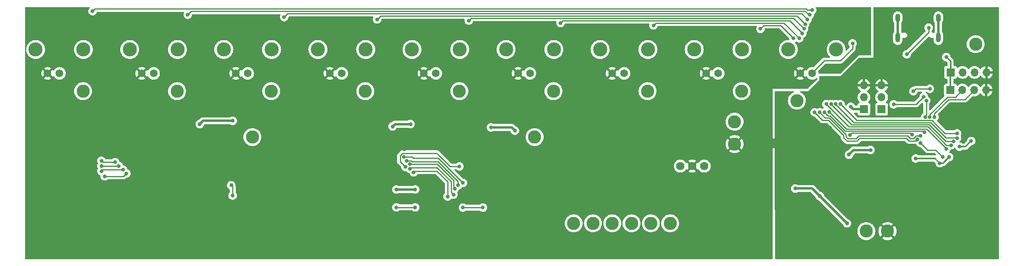
<source format=gbr>
%TF.GenerationSoftware,KiCad,Pcbnew,7.0.1*%
%TF.CreationDate,2023-03-28T01:42:17+03:00*%
%TF.ProjectId,top_controller,746f705f-636f-46e7-9472-6f6c6c65722e,rev?*%
%TF.SameCoordinates,Original*%
%TF.FileFunction,Copper,L2,Bot*%
%TF.FilePolarity,Positive*%
%FSLAX46Y46*%
G04 Gerber Fmt 4.6, Leading zero omitted, Abs format (unit mm)*
G04 Created by KiCad (PCBNEW 7.0.1) date 2023-03-28 01:42:17*
%MOMM*%
%LPD*%
G01*
G04 APERTURE LIST*
%TA.AperFunction,ComponentPad*%
%ADD10C,1.778000*%
%TD*%
%TA.AperFunction,ComponentPad*%
%ADD11C,2.800000*%
%TD*%
%TA.AperFunction,WasherPad*%
%ADD12C,3.000000*%
%TD*%
%TA.AperFunction,ComponentPad*%
%ADD13C,1.654000*%
%TD*%
%TA.AperFunction,ComponentPad*%
%ADD14R,1.700000X1.700000*%
%TD*%
%TA.AperFunction,ComponentPad*%
%ADD15O,1.700000X1.700000*%
%TD*%
%TA.AperFunction,ComponentPad*%
%ADD16O,1.000000X2.100000*%
%TD*%
%TA.AperFunction,ComponentPad*%
%ADD17O,1.000000X1.800000*%
%TD*%
%TA.AperFunction,ViaPad*%
%ADD18C,0.800000*%
%TD*%
%TA.AperFunction,Conductor*%
%ADD19C,0.300000*%
%TD*%
%TA.AperFunction,Conductor*%
%ADD20C,0.500000*%
%TD*%
%TA.AperFunction,Conductor*%
%ADD21C,0.250000*%
%TD*%
G04 APERTURE END LIST*
D10*
%TO.P,U6,1,Vin*%
%TO.N,/PIN_VCC*%
X177040000Y-64922400D03*
%TO.P,U6,2,GND*%
%TO.N,GND*%
X174500000Y-64922400D03*
%TO.P,U6,3,Vout*%
%TO.N,VDDA*%
X171960000Y-64922400D03*
%TD*%
D11*
%TO.P,TP2,1,1*%
%TO.N,+3V3*%
X211500000Y-78750000D03*
%TD*%
%TO.P,TP10,1,1*%
%TO.N,/OUT_5*%
X105000000Y-49000000D03*
%TD*%
%TO.P,TP19,1,1*%
%TO.N,/SPI_MISO*%
X161600000Y-77100000D03*
%TD*%
D12*
%TO.P,J4,*%
%TO.N,*%
X114920000Y-40130000D03*
X125080000Y-40130000D03*
D13*
%TO.P,J4,1,In*%
%TO.N,/OUT_4*%
X120000000Y-45210000D03*
%TO.P,J4,2,Ext*%
%TO.N,GND*%
X117460000Y-45210000D03*
%TD*%
D12*
%TO.P,J9,*%
%TO.N,*%
X194920000Y-40130000D03*
X205080000Y-40130000D03*
D13*
%TO.P,J9,1,In*%
%TO.N,/PIN_VCC*%
X200000000Y-45210000D03*
%TO.P,J9,2,Ext*%
%TO.N,GND*%
X197460000Y-45210000D03*
%TD*%
D11*
%TO.P,TP14,1,1*%
%TO.N,/REF_2V5_1*%
X141000000Y-58750000D03*
%TD*%
D12*
%TO.P,J1,*%
%TO.N,*%
X174920000Y-40130000D03*
X185080000Y-40130000D03*
D13*
%TO.P,J1,1,In*%
%TO.N,/OUT_1*%
X180000000Y-45210000D03*
%TO.P,J1,2,Ext*%
%TO.N,GND*%
X177460000Y-45210000D03*
%TD*%
D14*
%TO.P,J12,1,Pin_1*%
%TO.N,+3V3*%
X229380000Y-48750000D03*
D15*
%TO.P,J12,2,Pin_2*%
%TO.N,/UART_TX*%
X231920000Y-48750000D03*
%TO.P,J12,3,Pin_3*%
%TO.N,/UART_RX*%
X234460000Y-48750000D03*
%TO.P,J12,4,Pin_4*%
%TO.N,GND*%
X237000000Y-48750000D03*
%TD*%
D11*
%TO.P,TP11,1,1*%
%TO.N,/OUT_6*%
X85000000Y-49000000D03*
%TD*%
%TO.P,TP15,1,1*%
%TO.N,/USB_VBUS*%
X234750000Y-39000000D03*
%TD*%
D12*
%TO.P,J7,*%
%TO.N,*%
X54920000Y-40130000D03*
X65080000Y-40130000D03*
D13*
%TO.P,J7,1,In*%
%TO.N,/OUT_7*%
X60000000Y-45210000D03*
%TO.P,J7,2,Ext*%
%TO.N,GND*%
X57460000Y-45210000D03*
%TD*%
D12*
%TO.P,J6,*%
%TO.N,*%
X74920000Y-40130000D03*
X85080000Y-40130000D03*
D13*
%TO.P,J6,1,In*%
%TO.N,/OUT_6*%
X80000000Y-45210000D03*
%TO.P,J6,2,Ext*%
%TO.N,GND*%
X77460000Y-45210000D03*
%TD*%
D11*
%TO.P,TP5,1,1*%
%TO.N,VDDA*%
X183500000Y-55500000D03*
%TD*%
%TO.P,TP6,1,1*%
%TO.N,/OUT_1*%
X185000000Y-49000000D03*
%TD*%
D14*
%TO.P,J11,1,Pin_1*%
%TO.N,+3V3*%
X229420000Y-45000000D03*
D15*
%TO.P,J11,2,Pin_2*%
%TO.N,/SWDIO*%
X231960000Y-45000000D03*
%TO.P,J11,3,Pin_3*%
%TO.N,/SWCLK*%
X234500000Y-45000000D03*
%TO.P,J11,4,Pin_4*%
%TO.N,GND*%
X237040000Y-45000000D03*
%TD*%
D11*
%TO.P,TP8,1,1*%
%TO.N,/OUT_3*%
X145000000Y-49000000D03*
%TD*%
D12*
%TO.P,J5,*%
%TO.N,*%
X94920000Y-40130000D03*
X105080000Y-40130000D03*
D13*
%TO.P,J5,1,In*%
%TO.N,/OUT_5*%
X100000000Y-45210000D03*
%TO.P,J5,2,Ext*%
%TO.N,GND*%
X97460000Y-45210000D03*
%TD*%
D11*
%TO.P,TP12,1,1*%
%TO.N,/OUT_7*%
X65000000Y-49000000D03*
%TD*%
%TO.P,TP3,1,1*%
%TO.N,Net-(U2-PG)*%
X196750000Y-51000000D03*
%TD*%
%TO.P,TP22,1,1*%
%TO.N,/REF_2V5_2*%
X81000000Y-58750000D03*
%TD*%
%TO.P,TP17,1,1*%
%TO.N,/SPI_CLK*%
X165700000Y-77100000D03*
%TD*%
D16*
%TO.P,J10,S1,SHIELD*%
%TO.N,Net-(J10-SHIELD)*%
X226820000Y-37605000D03*
D17*
X226820000Y-33425000D03*
D16*
X218180000Y-37605000D03*
D17*
X218180000Y-33425000D03*
%TD*%
D12*
%TO.P,J8,*%
%TO.N,*%
X34920000Y-40130000D03*
X45080000Y-40130000D03*
D13*
%TO.P,J8,1,In*%
%TO.N,/OUT_8*%
X40000000Y-45210000D03*
%TO.P,J8,2,Ext*%
%TO.N,GND*%
X37460000Y-45210000D03*
%TD*%
D11*
%TO.P,TP13,1,1*%
%TO.N,/OUT_8*%
X45000000Y-49000000D03*
%TD*%
%TO.P,TP4,1,1*%
%TO.N,GND*%
X183500000Y-60250000D03*
%TD*%
%TO.P,TP16,1,1*%
%TO.N,/SPI_NSS*%
X169800000Y-77100000D03*
%TD*%
%TO.P,TP7,1,1*%
%TO.N,/OUT_2*%
X165000000Y-49000000D03*
%TD*%
%TO.P,TP1,1,1*%
%TO.N,GND*%
X216000000Y-78750000D03*
%TD*%
D14*
%TO.P,J13,1,Pin_1*%
%TO.N,+3V3*%
X211000000Y-52830000D03*
D15*
%TO.P,J13,2,Pin_2*%
%TO.N,Net-(J13-Pin_2)*%
X211000000Y-50290000D03*
%TO.P,J13,3,Pin_3*%
%TO.N,GND*%
X211000000Y-47750000D03*
%TD*%
D11*
%TO.P,TP18,1,1*%
%TO.N,/SPI_MOSI*%
X157500000Y-77100000D03*
%TD*%
%TO.P,TP20,1,1*%
%TO.N,/NLDAC*%
X153400000Y-77100000D03*
%TD*%
%TO.P,TP9,1,1*%
%TO.N,/OUT_4*%
X125000000Y-49000000D03*
%TD*%
D12*
%TO.P,J2,*%
%TO.N,*%
X154920000Y-40130000D03*
X165080000Y-40130000D03*
D13*
%TO.P,J2,1,In*%
%TO.N,/OUT_2*%
X160000000Y-45210000D03*
%TO.P,J2,2,Ext*%
%TO.N,GND*%
X157460000Y-45210000D03*
%TD*%
D14*
%TO.P,J14,1,Pin_1*%
%TO.N,+3V3*%
X214750000Y-52845000D03*
D15*
%TO.P,J14,2,Pin_2*%
%TO.N,Net-(J14-Pin_2)*%
X214750000Y-50305000D03*
%TO.P,J14,3,Pin_3*%
%TO.N,GND*%
X214750000Y-47765000D03*
%TD*%
D11*
%TO.P,TP21,1,1*%
%TO.N,/NCLR*%
X149300000Y-77100000D03*
%TD*%
D12*
%TO.P,J3,*%
%TO.N,*%
X134920000Y-40130000D03*
X145080000Y-40130000D03*
D13*
%TO.P,J3,1,In*%
%TO.N,/OUT_3*%
X140000000Y-45210000D03*
%TO.P,J3,2,Ext*%
%TO.N,GND*%
X137460000Y-45210000D03*
%TD*%
D18*
%TO.N,GND*%
X218500000Y-64800000D03*
X238550000Y-69300000D03*
X236350000Y-68200000D03*
X234250000Y-57650000D03*
X218350000Y-40150000D03*
X214400000Y-38650000D03*
X208750000Y-34000000D03*
X115400000Y-59350000D03*
X55350000Y-59400000D03*
X65200000Y-65450000D03*
X55500000Y-62300000D03*
X93700000Y-60900000D03*
X153800000Y-60950000D03*
X174500000Y-62850000D03*
X64000000Y-68350000D03*
%TO.N,/SPI_MISO*%
X76500000Y-69000000D03*
%TO.N,+3V3*%
X228500000Y-41750000D03*
X227100000Y-64300000D03*
X111600000Y-69900000D03*
X212400000Y-61500000D03*
X207400000Y-77100000D03*
X233800000Y-59600000D03*
X196400000Y-69700000D03*
X115600000Y-69900000D03*
X231300000Y-60800000D03*
X229100000Y-63000000D03*
X222000000Y-63300000D03*
X207800000Y-62500000D03*
X201600000Y-71300000D03*
X208200000Y-52300000D03*
%TO.N,GND*%
X180000000Y-57250000D03*
X195750000Y-59750000D03*
X131000000Y-65500000D03*
X223750000Y-76750000D03*
X129000000Y-53800000D03*
X167200000Y-59700000D03*
X195500000Y-63750000D03*
X113300000Y-61400000D03*
X214750000Y-60000000D03*
X69000000Y-53700000D03*
X64250000Y-61750000D03*
X124250000Y-63000000D03*
X64250000Y-63000000D03*
X234700000Y-34800000D03*
X199500000Y-67250000D03*
X226750000Y-40000000D03*
X220250000Y-49250000D03*
X203750000Y-56750000D03*
X225400000Y-64900000D03*
X181500000Y-63250000D03*
X196500000Y-71250000D03*
X124250000Y-61750000D03*
%TO.N,/NRST*%
X223000000Y-60000000D03*
X227750000Y-63000000D03*
%TO.N,/USB_VBUS*%
X224750000Y-35500000D03*
X220100000Y-41150000D03*
%TO.N,/LED_CH1*%
X200500000Y-53500000D03*
X222339315Y-59250000D03*
X189000000Y-35750000D03*
X196000000Y-37750000D03*
%TO.N,/LED_CH2*%
X197250000Y-37750000D03*
X223000000Y-58500000D03*
X166250000Y-35000000D03*
X201608086Y-53497222D03*
%TO.N,/LED_CH3*%
X197875500Y-36750000D03*
X202607397Y-53516784D03*
X146500000Y-34500000D03*
X223818568Y-57750000D03*
%TO.N,/LED_CH4*%
X198250000Y-35750000D03*
X127000000Y-34000000D03*
X228500000Y-61250000D03*
X203600048Y-53399952D03*
%TO.N,/LED_CH5*%
X198500000Y-34750000D03*
X107500000Y-33750000D03*
X229500000Y-60500000D03*
X203000000Y-51750000D03*
%TO.N,/LED_CH6*%
X204000000Y-51750000D03*
X199000000Y-33750000D03*
X230054424Y-59668363D03*
X87750000Y-33250000D03*
%TO.N,/LED_CH7*%
X230775137Y-58975847D03*
X67250000Y-32750000D03*
X205000000Y-51750000D03*
X199500000Y-32750000D03*
%TO.N,/LED_CH8*%
X230784377Y-57961863D03*
X200000000Y-31750000D03*
X47000000Y-32000000D03*
X206000000Y-51750000D03*
%TO.N,/PIN_VCC*%
X208575000Y-38825000D03*
%TO.N,/SWDIO*%
X221500000Y-49000000D03*
X225000000Y-48500000D03*
%TO.N,/SWCLK*%
X224250000Y-51000000D03*
X223985268Y-54499863D03*
%TO.N,/UART_TX*%
X224984770Y-54500500D03*
%TO.N,/UART_RX*%
X225984272Y-54499688D03*
%TO.N,/BOOT0*%
X208000000Y-58300000D03*
X221200000Y-58224500D03*
%TO.N,/BOOT1*%
X217300000Y-51800000D03*
X223724500Y-50149793D03*
%TO.N,/SPI_NSS*%
X113210570Y-62982129D03*
X125750000Y-68500000D03*
%TO.N,/SPI_CLK*%
X51800000Y-64100000D03*
X48900000Y-63800000D03*
X124750000Y-69000000D03*
X113814700Y-63778391D03*
%TO.N,/SPI_MOSI*%
X114479921Y-64524372D03*
X124000000Y-69750000D03*
%TO.N,/SPI_MISO*%
X111600000Y-73700000D03*
X115600000Y-73700000D03*
X76800000Y-71200000D03*
X125750000Y-73750000D03*
X130000000Y-73750000D03*
%TO.N,/NLDAC*%
X114500487Y-65523663D03*
X48900000Y-66000000D03*
X53500000Y-65700000D03*
X123750000Y-71000000D03*
%TO.N,/NCLR*%
X49600000Y-67100000D03*
X122500000Y-71400000D03*
X54200000Y-66500000D03*
X115250000Y-66250000D03*
%TO.N,VDDA*%
X136800000Y-57400000D03*
X76800000Y-55300000D03*
X69800000Y-56000000D03*
X131700000Y-56700000D03*
X110800000Y-56500000D03*
X114600000Y-56000000D03*
%TO.N,/SPI_D2D*%
X113500000Y-65100000D03*
X52600000Y-64900000D03*
X125000000Y-65000000D03*
X48900000Y-64900000D03*
%TD*%
D19*
%TO.N,+3V3*%
X229420000Y-42670000D02*
X228500000Y-41750000D01*
X222000000Y-63300000D02*
X226100000Y-63300000D01*
D20*
X208730000Y-52830000D02*
X208200000Y-52300000D01*
D19*
X231300000Y-60800000D02*
X232600000Y-60800000D01*
X227800000Y-64300000D02*
X229100000Y-63000000D01*
D20*
X115600000Y-69900000D02*
X111600000Y-69900000D01*
X200000000Y-69700000D02*
X201600000Y-71300000D01*
X211000000Y-52830000D02*
X208730000Y-52830000D01*
D21*
X229380000Y-45040000D02*
X229420000Y-45000000D01*
D19*
X229420000Y-45000000D02*
X229420000Y-42670000D01*
D20*
X207800000Y-62500000D02*
X208800000Y-61500000D01*
X208800000Y-61500000D02*
X212400000Y-61500000D01*
D19*
X227100000Y-64300000D02*
X227800000Y-64300000D01*
D20*
X196400000Y-69700000D02*
X200000000Y-69700000D01*
D19*
X229380000Y-48750000D02*
X229380000Y-45040000D01*
X232600000Y-60800000D02*
X233800000Y-59600000D01*
D20*
X207400000Y-77100000D02*
X201600000Y-71300000D01*
D21*
X226100000Y-63300000D02*
X227100000Y-64300000D01*
%TO.N,/NRST*%
X224500000Y-61500000D02*
X226250000Y-61500000D01*
X226250000Y-61500000D02*
X227750000Y-63000000D01*
X223000000Y-60000000D02*
X224500000Y-61500000D01*
%TO.N,/USB_VBUS*%
X220100000Y-41150000D02*
X224750000Y-36500000D01*
X224750000Y-36500000D02*
X224750000Y-35500000D01*
%TO.N,/LED_CH1*%
X210100000Y-59000000D02*
X209500000Y-59600000D01*
X196000000Y-37750000D02*
X193250000Y-35000000D01*
X209500000Y-59600000D02*
X207400000Y-59600000D01*
X222339315Y-59250000D02*
X222039315Y-59550000D01*
X220000000Y-59000000D02*
X210100000Y-59000000D01*
X206695454Y-58895454D02*
X206700000Y-58890908D01*
X207400000Y-59600000D02*
X206695454Y-58895454D01*
X206700000Y-58890908D02*
X206700000Y-58409092D01*
X189750000Y-35000000D02*
X189000000Y-35750000D01*
X222039315Y-59550000D02*
X220550000Y-59550000D01*
X220550000Y-59550000D02*
X220000000Y-59000000D01*
X193250000Y-35000000D02*
X189750000Y-35000000D01*
X203440908Y-55150000D02*
X202150000Y-55150000D01*
X202150000Y-55150000D02*
X200500000Y-53500000D01*
X206700000Y-58409092D02*
X203440908Y-55150000D01*
%TO.N,/LED_CH2*%
X201608086Y-53542778D02*
X202765308Y-54700000D01*
X207200000Y-58272696D02*
X207200000Y-58700000D01*
X203627304Y-54700000D02*
X207200000Y-58272696D01*
X207200000Y-58700000D02*
X207600000Y-59100000D01*
X220900000Y-59100000D02*
X221464010Y-59100000D01*
X207600000Y-59100000D02*
X209300000Y-59100000D01*
X209900000Y-58500000D02*
X220300000Y-58500000D01*
X201608086Y-53497222D02*
X201608086Y-53542778D01*
X193250000Y-34500000D02*
X166750000Y-34500000D01*
X222064010Y-58500000D02*
X223000000Y-58500000D01*
X209300000Y-59100000D02*
X209900000Y-58500000D01*
X220300000Y-58500000D02*
X220900000Y-59100000D01*
X221464010Y-59100000D02*
X222064010Y-58500000D01*
X197250000Y-37750000D02*
X194000000Y-34500000D01*
X194000000Y-34500000D02*
X193250000Y-34500000D01*
X202765308Y-54700000D02*
X203627304Y-54700000D01*
X166750000Y-34500000D02*
X166250000Y-35000000D01*
%TO.N,/LED_CH3*%
X223818568Y-57750000D02*
X223543568Y-57475000D01*
X197875500Y-36750000D02*
X197875500Y-36625500D01*
X167500000Y-34000000D02*
X147000000Y-34000000D01*
X206775096Y-57211396D02*
X203813700Y-54250000D01*
X203340613Y-54250000D02*
X202607397Y-53516784D01*
X207038700Y-57475000D02*
X206775096Y-57211396D01*
X147000000Y-34000000D02*
X146500000Y-34500000D01*
X203813700Y-54250000D02*
X203340613Y-54250000D01*
X197875500Y-36625500D02*
X195250000Y-34000000D01*
X195250000Y-34000000D02*
X193250000Y-34000000D01*
X223543568Y-57475000D02*
X207038700Y-57475000D01*
X193250000Y-34000000D02*
X167500000Y-34000000D01*
%TO.N,/LED_CH4*%
X196000000Y-33500000D02*
X193250000Y-33500000D01*
X224521437Y-57228563D02*
X224317874Y-57025000D01*
X156500000Y-33500000D02*
X127500000Y-33500000D01*
X193250000Y-33500000D02*
X156500000Y-33500000D01*
X207225096Y-57025000D02*
X203600048Y-53399952D01*
X228500000Y-61207127D02*
X224521437Y-57228563D01*
X127500000Y-33500000D02*
X127000000Y-34000000D01*
X198250000Y-35750000D02*
X196000000Y-33500000D01*
X223525000Y-57025000D02*
X207225096Y-57025000D01*
X228500000Y-61250000D02*
X228500000Y-61207127D01*
X224317874Y-57025000D02*
X223525000Y-57025000D01*
%TO.N,/LED_CH5*%
X207799695Y-56575000D02*
X203000000Y-51775305D01*
X198500000Y-34750000D02*
X196750000Y-33000000D01*
X224575000Y-56575000D02*
X223500000Y-56575000D01*
X193250000Y-33000000D02*
X108250000Y-33000000D01*
X108250000Y-33000000D02*
X107500000Y-33750000D01*
X203000000Y-51775305D02*
X203000000Y-51750000D01*
X229500000Y-60500000D02*
X228500000Y-60500000D01*
X228500000Y-60500000D02*
X224575000Y-56575000D01*
X223500000Y-56575000D02*
X207799695Y-56575000D01*
X196750000Y-33000000D02*
X193250000Y-33000000D01*
%TO.N,/LED_CH6*%
X208349695Y-56125000D02*
X208500000Y-56125000D01*
X204000000Y-51775305D02*
X208349695Y-56125000D01*
X230054424Y-59668363D02*
X228418363Y-59668363D01*
X88500000Y-32500000D02*
X87750000Y-33250000D01*
X193250000Y-32500000D02*
X88500000Y-32500000D01*
X228418363Y-59668363D02*
X224875000Y-56125000D01*
X197750000Y-32500000D02*
X193250000Y-32500000D01*
X199000000Y-33750000D02*
X197750000Y-32500000D01*
X223500000Y-56125000D02*
X208500000Y-56125000D01*
X204000000Y-51750000D02*
X204000000Y-51775305D01*
X224875000Y-56125000D02*
X223500000Y-56125000D01*
%TO.N,/LED_CH7*%
X68000000Y-32000000D02*
X67250000Y-32750000D01*
X193250000Y-32000000D02*
X68000000Y-32000000D01*
X208899695Y-55675000D02*
X205000000Y-51775305D01*
X198500000Y-32000000D02*
X193250000Y-32000000D01*
X230742653Y-58943363D02*
X228443363Y-58943363D01*
X228443363Y-58943363D02*
X225175000Y-55675000D01*
X199500000Y-32750000D02*
X199250000Y-32750000D01*
X205000000Y-51775305D02*
X205000000Y-51750000D01*
X199250000Y-32750000D02*
X198500000Y-32000000D01*
X223500000Y-55675000D02*
X208899695Y-55675000D01*
X225175000Y-55675000D02*
X223500000Y-55675000D01*
X230775137Y-58975847D02*
X230742653Y-58943363D01*
%TO.N,/LED_CH8*%
X209475000Y-55225000D02*
X206000000Y-51750000D01*
X223500000Y-55225000D02*
X209475000Y-55225000D01*
X200000000Y-31750000D02*
X199000000Y-31750000D01*
X228211863Y-57961863D02*
X225475000Y-55225000D01*
X193250000Y-31500000D02*
X47500000Y-31500000D01*
X198750000Y-31500000D02*
X193250000Y-31500000D01*
X199000000Y-31750000D02*
X198750000Y-31500000D01*
X225475000Y-55225000D02*
X223500000Y-55225000D01*
X230784377Y-57961863D02*
X228211863Y-57961863D01*
X47500000Y-31500000D02*
X47000000Y-32000000D01*
%TO.N,/PIN_VCC*%
X208575000Y-39925000D02*
X208575000Y-38825000D01*
X202580000Y-42500000D02*
X206000000Y-42500000D01*
X200000000Y-45080000D02*
X202580000Y-42500000D01*
X206000000Y-42500000D02*
X208575000Y-39925000D01*
%TO.N,/SWDIO*%
X221500000Y-49000000D02*
X222000000Y-48500000D01*
X222000000Y-48500000D02*
X225000000Y-48500000D01*
%TO.N,/SWCLK*%
X223985268Y-54499863D02*
X224000137Y-54499863D01*
X224000137Y-54499863D02*
X224250000Y-54250000D01*
X224250000Y-54250000D02*
X224250000Y-51000000D01*
D20*
%TO.N,Net-(J10-SHIELD)*%
X226820000Y-33425000D02*
X226820000Y-37605000D01*
X218180000Y-33425000D02*
X218180000Y-37605000D01*
D21*
%TO.N,/UART_TX*%
X224984770Y-54015230D02*
X224984770Y-54500500D01*
X228750000Y-50250000D02*
X224984770Y-54015230D01*
X230420000Y-50250000D02*
X228750000Y-50250000D01*
X231920000Y-48750000D02*
X230420000Y-50250000D01*
%TO.N,/UART_RX*%
X225984272Y-54499688D02*
X225984272Y-53765728D01*
X225984272Y-53765728D02*
X229000000Y-50750000D01*
X229000000Y-50750000D02*
X232460000Y-50750000D01*
X232460000Y-50750000D02*
X234460000Y-48750000D01*
%TO.N,/BOOT0*%
X208800000Y-57925000D02*
X208375000Y-57925000D01*
X220900500Y-57925000D02*
X208800000Y-57925000D01*
X208375000Y-57925000D02*
X208000000Y-58300000D01*
X221200000Y-58224500D02*
X220900500Y-57925000D01*
%TO.N,/BOOT1*%
X223724500Y-50149793D02*
X222074293Y-51800000D01*
X222074293Y-51800000D02*
X217300000Y-51800000D01*
%TO.N,/SPI_NSS*%
X114982129Y-62982129D02*
X113210570Y-62982129D01*
X120500000Y-63250000D02*
X125750000Y-68500000D01*
X117750000Y-63250000D02*
X120500000Y-63250000D01*
X115250000Y-63250000D02*
X114982129Y-62982129D01*
X115250000Y-63250000D02*
X117750000Y-63250000D01*
%TO.N,/SPI_CLK*%
X117750000Y-64000000D02*
X120500000Y-64000000D01*
X114780226Y-63799372D02*
X113835681Y-63799372D01*
X124750000Y-68250000D02*
X124750000Y-69000000D01*
X49200000Y-64100000D02*
X51800000Y-64100000D01*
X113835681Y-63799372D02*
X113814700Y-63778391D01*
X120500000Y-64000000D02*
X124750000Y-68250000D01*
X114980854Y-64000000D02*
X117750000Y-64000000D01*
X114980854Y-64000000D02*
X114780226Y-63799372D01*
X48900000Y-63800000D02*
X49200000Y-64100000D01*
%TO.N,/SPI_MOSI*%
X120274372Y-64524372D02*
X123750000Y-68000000D01*
X114479921Y-64524372D02*
X117774372Y-64524372D01*
X123750000Y-69500000D02*
X124000000Y-69750000D01*
X123750000Y-68000000D02*
X123750000Y-69500000D01*
X117774372Y-64524372D02*
X120274372Y-64524372D01*
%TO.N,/SPI_MISO*%
X126000000Y-73750000D02*
X125750000Y-73750000D01*
X130000000Y-73750000D02*
X126000000Y-73750000D01*
X76800000Y-71200000D02*
X76800000Y-69300000D01*
X76800000Y-69300000D02*
X76500000Y-69000000D01*
X115600000Y-73700000D02*
X111600000Y-73700000D01*
%TO.N,/NLDAC*%
X117750000Y-65250000D02*
X120250000Y-65250000D01*
X114750000Y-65250000D02*
X117750000Y-65250000D01*
X123250000Y-70500000D02*
X123750000Y-71000000D01*
X114500487Y-65523663D02*
X114500487Y-65499513D01*
X120250000Y-65250000D02*
X123250000Y-68250000D01*
X49200000Y-65700000D02*
X48900000Y-66000000D01*
X114500487Y-65499513D02*
X114750000Y-65250000D01*
X123250000Y-68250000D02*
X123250000Y-70500000D01*
X53500000Y-65700000D02*
X49200000Y-65700000D01*
%TO.N,/NCLR*%
X122500000Y-71400000D02*
X122500000Y-68250000D01*
X115500000Y-66000000D02*
X115250000Y-66250000D01*
X53600000Y-67100000D02*
X54200000Y-66500000D01*
X122500000Y-68250000D02*
X120250000Y-66000000D01*
X120250000Y-66000000D02*
X115500000Y-66000000D01*
X49600000Y-67100000D02*
X53600000Y-67100000D01*
D20*
%TO.N,VDDA*%
X76800000Y-55300000D02*
X70500000Y-55300000D01*
X136100000Y-56700000D02*
X136800000Y-57400000D01*
X131700000Y-56700000D02*
X136100000Y-56700000D01*
X111300000Y-56000000D02*
X110800000Y-56500000D01*
X114600000Y-56000000D02*
X111300000Y-56000000D01*
X70500000Y-55300000D02*
X69800000Y-56000000D01*
D21*
%TO.N,/SPI_D2D*%
X112400000Y-62700000D02*
X112400000Y-64000000D01*
X123000000Y-65000000D02*
X120700000Y-62700000D01*
X113300000Y-62200000D02*
X112900000Y-62200000D01*
X120257129Y-62257129D02*
X120200000Y-62200000D01*
X120700000Y-62700000D02*
X120257129Y-62257129D01*
X112900000Y-62200000D02*
X112400000Y-62700000D01*
X120200000Y-62200000D02*
X113300000Y-62200000D01*
X52600000Y-64900000D02*
X48900000Y-64900000D01*
X112400000Y-64000000D02*
X113500000Y-65100000D01*
X125000000Y-65000000D02*
X123000000Y-65000000D01*
%TD*%
%TA.AperFunction,Conductor*%
%TO.N,GND*%
G36*
X239637500Y-31117113D02*
G01*
X239682887Y-31162500D01*
X239699500Y-31224500D01*
X239699500Y-84575500D01*
X239682887Y-84637500D01*
X239637500Y-84682887D01*
X239575500Y-84699500D01*
X192222822Y-84699500D01*
X192160921Y-84682945D01*
X192115550Y-84637699D01*
X192098822Y-84575844D01*
X192085500Y-79779842D01*
X192082639Y-78749999D01*
X209594644Y-78749999D01*
X209614039Y-79021161D01*
X209671823Y-79286796D01*
X209671825Y-79286801D01*
X209766828Y-79541513D01*
X209766830Y-79541517D01*
X209766831Y-79541519D01*
X209897109Y-79780108D01*
X209897113Y-79780113D01*
X210060029Y-79997742D01*
X210252258Y-80189971D01*
X210468281Y-80351685D01*
X210469891Y-80352890D01*
X210665802Y-80459864D01*
X210708487Y-80483172D01*
X210963199Y-80578175D01*
X210963202Y-80578175D01*
X210963203Y-80578176D01*
X211012852Y-80588976D01*
X211228840Y-80635961D01*
X211500000Y-80655355D01*
X211771160Y-80635961D01*
X212036801Y-80578175D01*
X212291513Y-80483172D01*
X212530113Y-80352887D01*
X212655962Y-80258677D01*
X214844874Y-80258677D01*
X214844875Y-80258678D01*
X214970157Y-80352463D01*
X215208692Y-80482712D01*
X215463345Y-80577694D01*
X215728910Y-80635463D01*
X216000000Y-80654853D01*
X216271089Y-80635463D01*
X216536654Y-80577694D01*
X216791307Y-80482712D01*
X217029839Y-80352465D01*
X217155124Y-80258677D01*
X216000001Y-79103553D01*
X216000000Y-79103553D01*
X214844874Y-80258677D01*
X212655962Y-80258677D01*
X212747742Y-80189971D01*
X212939971Y-79997742D01*
X213102887Y-79780113D01*
X213233172Y-79541513D01*
X213328175Y-79286801D01*
X213385961Y-79021160D01*
X213405355Y-78750000D01*
X213405355Y-78749999D01*
X214095146Y-78749999D01*
X214114536Y-79021089D01*
X214172305Y-79286654D01*
X214267287Y-79541307D01*
X214397536Y-79779842D01*
X214491320Y-79905124D01*
X215646445Y-78750001D01*
X216353553Y-78750001D01*
X217508677Y-79905124D01*
X217602465Y-79779839D01*
X217732712Y-79541307D01*
X217827694Y-79286654D01*
X217885463Y-79021089D01*
X217904853Y-78749999D01*
X217885463Y-78478910D01*
X217827694Y-78213345D01*
X217732712Y-77958692D01*
X217602463Y-77720157D01*
X217508678Y-77594875D01*
X217508677Y-77594874D01*
X216353553Y-78750000D01*
X216353553Y-78750001D01*
X215646445Y-78750001D01*
X215646446Y-78750000D01*
X215646446Y-78749998D01*
X214491321Y-77594875D01*
X214397534Y-77720162D01*
X214267286Y-77958692D01*
X214172305Y-78213345D01*
X214114536Y-78478910D01*
X214095146Y-78749999D01*
X213405355Y-78749999D01*
X213385961Y-78478840D01*
X213328175Y-78213199D01*
X213233172Y-77958487D01*
X213192582Y-77884151D01*
X213102890Y-77719891D01*
X213037257Y-77632216D01*
X212939971Y-77502258D01*
X212747742Y-77310029D01*
X212655959Y-77241321D01*
X214844875Y-77241321D01*
X216000000Y-78396446D01*
X216000001Y-78396446D01*
X217155124Y-77241321D01*
X217155124Y-77241320D01*
X217029842Y-77147536D01*
X216791307Y-77017287D01*
X216536654Y-76922305D01*
X216271089Y-76864536D01*
X216000000Y-76845146D01*
X215728910Y-76864536D01*
X215463345Y-76922305D01*
X215208692Y-77017286D01*
X214970162Y-77147534D01*
X214844875Y-77241321D01*
X212655959Y-77241321D01*
X212530678Y-77147536D01*
X212530108Y-77147109D01*
X212291519Y-77016831D01*
X212291517Y-77016830D01*
X212291513Y-77016828D01*
X212036801Y-76921825D01*
X212036796Y-76921823D01*
X211771161Y-76864039D01*
X211500000Y-76844644D01*
X211228838Y-76864039D01*
X210963203Y-76921823D01*
X210818956Y-76975624D01*
X210708487Y-77016828D01*
X210708484Y-77016829D01*
X210708480Y-77016831D01*
X210469891Y-77147109D01*
X210252255Y-77310031D01*
X210060031Y-77502255D01*
X209897109Y-77719891D01*
X209766831Y-77958480D01*
X209671823Y-78213203D01*
X209614039Y-78478838D01*
X209594644Y-78749999D01*
X192082639Y-78749999D01*
X192057500Y-69699999D01*
X195494540Y-69699999D01*
X195514326Y-69888257D01*
X195572820Y-70068284D01*
X195667466Y-70232216D01*
X195794129Y-70372889D01*
X195947269Y-70484151D01*
X196120197Y-70561144D01*
X196305352Y-70600500D01*
X196305354Y-70600500D01*
X196494646Y-70600500D01*
X196494648Y-70600500D01*
X196618084Y-70574262D01*
X196679803Y-70561144D01*
X196852730Y-70484151D01*
X196866449Y-70474183D01*
X196901018Y-70456569D01*
X196939337Y-70450500D01*
X199637770Y-70450500D01*
X199685223Y-70459939D01*
X199725451Y-70486819D01*
X200687228Y-71448595D01*
X200717478Y-71497958D01*
X200772820Y-71668284D01*
X200867466Y-71832216D01*
X200994129Y-71972889D01*
X201147269Y-72084151D01*
X201320193Y-72161143D01*
X201320196Y-72161143D01*
X201320197Y-72161144D01*
X201385333Y-72174988D01*
X201418714Y-72187303D01*
X201447228Y-72208596D01*
X206487228Y-77248595D01*
X206517478Y-77297958D01*
X206572820Y-77468284D01*
X206667466Y-77632216D01*
X206794129Y-77772889D01*
X206947269Y-77884151D01*
X207120197Y-77961144D01*
X207305352Y-78000500D01*
X207305354Y-78000500D01*
X207494646Y-78000500D01*
X207494648Y-78000500D01*
X207618083Y-77974262D01*
X207679803Y-77961144D01*
X207852730Y-77884151D01*
X208005871Y-77772888D01*
X208132533Y-77632216D01*
X208227179Y-77468284D01*
X208285674Y-77288256D01*
X208305460Y-77100000D01*
X208285674Y-76911744D01*
X208227179Y-76731716D01*
X208227179Y-76731715D01*
X208132533Y-76567783D01*
X208005870Y-76427110D01*
X207852730Y-76315848D01*
X207679803Y-76238855D01*
X207614669Y-76225011D01*
X207581283Y-76212694D01*
X207552769Y-76191402D01*
X202512771Y-71151403D01*
X202482521Y-71102040D01*
X202427179Y-70931715D01*
X202332533Y-70767783D01*
X202205870Y-70627110D01*
X202052730Y-70515848D01*
X201879803Y-70438855D01*
X201814669Y-70425011D01*
X201781283Y-70412694D01*
X201752769Y-70391402D01*
X200575728Y-69214360D01*
X200563946Y-69200727D01*
X200549609Y-69181469D01*
X200511666Y-69149631D01*
X200503691Y-69142323D01*
X200499782Y-69138414D01*
X200499777Y-69138409D01*
X200475423Y-69119152D01*
X200472647Y-69116890D01*
X200414251Y-69067890D01*
X200397821Y-69057422D01*
X200328691Y-69025186D01*
X200325447Y-69023615D01*
X200257306Y-68989394D01*
X200238903Y-68982997D01*
X200164211Y-68967574D01*
X200160692Y-68966794D01*
X200086490Y-68949208D01*
X200067121Y-68947229D01*
X199990869Y-68949448D01*
X199987263Y-68949500D01*
X196939337Y-68949500D01*
X196901018Y-68943431D01*
X196866450Y-68925817D01*
X196852728Y-68915847D01*
X196679802Y-68838855D01*
X196494648Y-68799500D01*
X196494646Y-68799500D01*
X196305354Y-68799500D01*
X196305352Y-68799500D01*
X196120197Y-68838855D01*
X195947269Y-68915848D01*
X195794129Y-69027110D01*
X195667466Y-69167783D01*
X195572820Y-69331715D01*
X195514326Y-69511742D01*
X195494540Y-69699999D01*
X192057500Y-69699999D01*
X192037500Y-62500000D01*
X206894540Y-62500000D01*
X206914326Y-62688257D01*
X206972820Y-62868284D01*
X207067466Y-63032216D01*
X207194129Y-63172889D01*
X207347269Y-63284151D01*
X207520197Y-63361144D01*
X207705352Y-63400500D01*
X207705354Y-63400500D01*
X207894646Y-63400500D01*
X207894648Y-63400500D01*
X208018084Y-63374262D01*
X208079803Y-63361144D01*
X208252730Y-63284151D01*
X208252729Y-63284151D01*
X208405870Y-63172889D01*
X208532533Y-63032216D01*
X208627179Y-62868284D01*
X208659259Y-62769552D01*
X208682522Y-62697955D01*
X208712769Y-62648597D01*
X209074548Y-62286818D01*
X209114776Y-62259939D01*
X209162229Y-62250500D01*
X211860663Y-62250500D01*
X211898982Y-62256569D01*
X211933550Y-62274183D01*
X211947271Y-62284152D01*
X212120197Y-62361144D01*
X212305352Y-62400500D01*
X212305354Y-62400500D01*
X212494646Y-62400500D01*
X212494648Y-62400500D01*
X212618084Y-62374262D01*
X212679803Y-62361144D01*
X212852730Y-62284151D01*
X212946740Y-62215849D01*
X213005870Y-62172889D01*
X213036515Y-62138855D01*
X213132533Y-62032216D01*
X213227179Y-61868284D01*
X213285674Y-61688256D01*
X213305460Y-61500000D01*
X213285674Y-61311744D01*
X213227179Y-61131716D01*
X213227179Y-61131715D01*
X213132533Y-60967783D01*
X213005870Y-60827110D01*
X212852730Y-60715848D01*
X212679802Y-60638855D01*
X212494648Y-60599500D01*
X212494646Y-60599500D01*
X212305354Y-60599500D01*
X212305352Y-60599500D01*
X212120197Y-60638855D01*
X211947271Y-60715847D01*
X211933550Y-60725817D01*
X211898982Y-60743431D01*
X211860663Y-60749500D01*
X208863706Y-60749500D01*
X208845736Y-60748191D01*
X208831853Y-60746157D01*
X208821977Y-60744711D01*
X208821976Y-60744711D01*
X208772631Y-60749028D01*
X208761824Y-60749500D01*
X208756291Y-60749500D01*
X208725501Y-60753098D01*
X208721917Y-60753464D01*
X208645961Y-60760109D01*
X208626921Y-60764330D01*
X208555232Y-60790421D01*
X208551831Y-60791603D01*
X208479474Y-60815580D01*
X208461927Y-60824075D01*
X208398221Y-60865975D01*
X208395181Y-60867912D01*
X208330280Y-60907944D01*
X208315165Y-60920256D01*
X208262832Y-60975725D01*
X208260320Y-60978311D01*
X207647229Y-61591402D01*
X207618716Y-61612694D01*
X207585329Y-61625011D01*
X207520197Y-61638855D01*
X207347269Y-61715848D01*
X207194129Y-61827110D01*
X207067466Y-61967783D01*
X206972820Y-62131715D01*
X206914326Y-62311742D01*
X206894540Y-62500000D01*
X192037500Y-62500000D01*
X192033611Y-61100000D01*
X192100000Y-61100000D01*
X192100000Y-59100000D01*
X192028055Y-59100000D01*
X192012500Y-53499999D01*
X199594540Y-53499999D01*
X199614326Y-53688257D01*
X199672820Y-53868284D01*
X199767466Y-54032216D01*
X199894129Y-54172889D01*
X200047269Y-54284151D01*
X200220197Y-54361144D01*
X200405352Y-54400500D01*
X200405354Y-54400500D01*
X200464548Y-54400500D01*
X200512001Y-54409939D01*
X200552229Y-54436819D01*
X201649196Y-55533787D01*
X201662096Y-55549888D01*
X201713223Y-55597900D01*
X201716020Y-55600611D01*
X201735529Y-55620120D01*
X201738711Y-55622588D01*
X201747571Y-55630155D01*
X201779418Y-55660062D01*
X201796970Y-55669711D01*
X201813238Y-55680397D01*
X201829064Y-55692673D01*
X201869146Y-55710017D01*
X201879633Y-55715155D01*
X201917907Y-55736197D01*
X201926410Y-55738379D01*
X201937308Y-55741178D01*
X201955713Y-55747478D01*
X201974104Y-55755437D01*
X202017250Y-55762270D01*
X202028668Y-55764635D01*
X202070981Y-55775500D01*
X202091016Y-55775500D01*
X202110415Y-55777027D01*
X202130196Y-55780160D01*
X202173674Y-55776050D01*
X202185344Y-55775500D01*
X203130456Y-55775500D01*
X203177909Y-55784939D01*
X203218137Y-55811819D01*
X206038181Y-58631864D01*
X206065061Y-58672092D01*
X206074500Y-58719545D01*
X206074500Y-58792371D01*
X206071514Y-58819419D01*
X206067780Y-58836121D01*
X206068037Y-58844295D01*
X206066572Y-58867572D01*
X206065293Y-58875646D01*
X206070513Y-58930867D01*
X206071002Y-58938640D01*
X206072744Y-58994083D01*
X206075023Y-59001925D01*
X206079396Y-59024847D01*
X206080165Y-59032982D01*
X206098955Y-59085175D01*
X206101361Y-59092581D01*
X206116836Y-59145845D01*
X206120998Y-59152883D01*
X206130930Y-59173990D01*
X206133698Y-59181679D01*
X206164873Y-59227552D01*
X206169045Y-59234127D01*
X206197280Y-59281870D01*
X206197283Y-59281873D01*
X206197284Y-59281874D01*
X206203061Y-59287651D01*
X206217933Y-59305628D01*
X206222530Y-59312392D01*
X206264157Y-59349091D01*
X206269818Y-59354408D01*
X206899197Y-59983787D01*
X206912098Y-59999889D01*
X206914212Y-60001874D01*
X206914214Y-60001877D01*
X206940076Y-60026163D01*
X206963240Y-60047916D01*
X206966036Y-60050626D01*
X206985530Y-60070120D01*
X206988704Y-60072582D01*
X206997568Y-60080153D01*
X207029418Y-60110062D01*
X207038682Y-60115155D01*
X207046974Y-60119714D01*
X207063231Y-60130392D01*
X207079064Y-60142674D01*
X207090173Y-60147481D01*
X207119156Y-60160023D01*
X207129643Y-60165160D01*
X207167908Y-60186197D01*
X207187316Y-60191180D01*
X207205710Y-60197478D01*
X207224105Y-60205438D01*
X207267254Y-60212271D01*
X207278680Y-60214638D01*
X207294222Y-60218629D01*
X207320980Y-60225500D01*
X207320981Y-60225500D01*
X207341016Y-60225500D01*
X207360413Y-60227026D01*
X207380196Y-60230160D01*
X207423674Y-60226050D01*
X207435344Y-60225500D01*
X209417256Y-60225500D01*
X209437762Y-60227764D01*
X209440665Y-60227672D01*
X209440667Y-60227673D01*
X209507872Y-60225561D01*
X209511768Y-60225500D01*
X209539349Y-60225500D01*
X209539350Y-60225500D01*
X209543319Y-60224998D01*
X209554965Y-60224080D01*
X209598627Y-60222709D01*
X209617859Y-60217120D01*
X209636918Y-60213174D01*
X209644091Y-60212268D01*
X209656792Y-60210664D01*
X209697407Y-60194582D01*
X209708444Y-60190803D01*
X209750390Y-60178618D01*
X209767629Y-60168422D01*
X209785102Y-60159862D01*
X209803732Y-60152486D01*
X209839064Y-60126814D01*
X209848830Y-60120400D01*
X209886418Y-60098171D01*
X209886417Y-60098171D01*
X209886420Y-60098170D01*
X209900585Y-60084004D01*
X209915373Y-60071373D01*
X209931587Y-60059594D01*
X209959438Y-60025926D01*
X209967269Y-60017319D01*
X210322774Y-59661816D01*
X210363000Y-59634939D01*
X210410453Y-59625500D01*
X219689548Y-59625500D01*
X219737001Y-59634939D01*
X219777228Y-59661818D01*
X219927151Y-59811742D01*
X220049196Y-59933787D01*
X220062096Y-59949888D01*
X220064213Y-59951876D01*
X220064214Y-59951877D01*
X220093788Y-59979649D01*
X220113223Y-59997900D01*
X220116020Y-60000611D01*
X220135529Y-60020120D01*
X220138711Y-60022588D01*
X220147571Y-60030155D01*
X220166484Y-60047916D01*
X220179418Y-60060062D01*
X220196970Y-60069711D01*
X220213238Y-60080397D01*
X220229064Y-60092673D01*
X220269146Y-60110017D01*
X220279633Y-60115155D01*
X220317907Y-60136197D01*
X220326410Y-60138379D01*
X220337308Y-60141178D01*
X220355713Y-60147478D01*
X220374104Y-60155437D01*
X220417250Y-60162270D01*
X220428668Y-60164635D01*
X220470981Y-60175500D01*
X220491016Y-60175500D01*
X220510415Y-60177027D01*
X220530196Y-60180160D01*
X220573674Y-60176050D01*
X220585344Y-60175500D01*
X221956571Y-60175500D01*
X221977077Y-60177764D01*
X221979980Y-60177672D01*
X221979982Y-60177673D01*
X222016508Y-60176525D01*
X222068455Y-60186153D01*
X222111679Y-60216531D01*
X222138334Y-60262146D01*
X222172820Y-60368284D01*
X222267466Y-60532216D01*
X222394129Y-60672889D01*
X222547269Y-60784151D01*
X222720197Y-60861144D01*
X222905352Y-60900500D01*
X222905354Y-60900500D01*
X222964548Y-60900500D01*
X223012001Y-60909939D01*
X223052228Y-60936818D01*
X223526629Y-61411220D01*
X223999196Y-61883787D01*
X224012096Y-61899888D01*
X224063223Y-61947900D01*
X224066019Y-61950610D01*
X224085529Y-61970120D01*
X224088711Y-61972588D01*
X224097571Y-61980155D01*
X224104262Y-61986439D01*
X224129418Y-62010062D01*
X224146970Y-62019711D01*
X224163238Y-62030397D01*
X224179064Y-62042673D01*
X224219146Y-62060017D01*
X224229633Y-62065155D01*
X224267907Y-62086197D01*
X224276410Y-62088379D01*
X224287308Y-62091178D01*
X224305713Y-62097478D01*
X224324104Y-62105437D01*
X224367250Y-62112270D01*
X224378668Y-62114635D01*
X224420981Y-62125500D01*
X224441016Y-62125500D01*
X224460415Y-62127027D01*
X224480196Y-62130160D01*
X224523674Y-62126050D01*
X224535344Y-62125500D01*
X225939548Y-62125500D01*
X225987001Y-62134939D01*
X226027229Y-62161819D01*
X226309345Y-62443935D01*
X226341371Y-62499271D01*
X226341572Y-62563207D01*
X226309895Y-62618744D01*
X226254762Y-62651117D01*
X226190829Y-62651721D01*
X226182178Y-62649500D01*
X226182177Y-62649500D01*
X222676975Y-62649500D01*
X222638657Y-62643431D01*
X222604092Y-62625819D01*
X222452730Y-62515849D01*
X222452729Y-62515848D01*
X222452727Y-62515847D01*
X222279802Y-62438855D01*
X222094648Y-62399500D01*
X222094646Y-62399500D01*
X221905354Y-62399500D01*
X221905352Y-62399500D01*
X221720197Y-62438855D01*
X221547269Y-62515848D01*
X221394129Y-62627110D01*
X221267466Y-62767783D01*
X221172820Y-62931715D01*
X221114326Y-63111742D01*
X221094540Y-63299999D01*
X221114326Y-63488257D01*
X221172820Y-63668284D01*
X221267466Y-63832216D01*
X221394129Y-63972889D01*
X221547269Y-64084151D01*
X221720197Y-64161144D01*
X221905352Y-64200500D01*
X221905354Y-64200500D01*
X222094646Y-64200500D01*
X222094648Y-64200500D01*
X222218084Y-64174262D01*
X222279803Y-64161144D01*
X222452730Y-64084151D01*
X222604092Y-63974180D01*
X222638657Y-63956569D01*
X222676975Y-63950500D01*
X225814548Y-63950500D01*
X225862001Y-63959939D01*
X225902229Y-63986819D01*
X226161038Y-64245628D01*
X226185277Y-64279925D01*
X226196678Y-64320347D01*
X226214326Y-64488257D01*
X226272820Y-64668284D01*
X226367466Y-64832216D01*
X226494129Y-64972889D01*
X226647269Y-65084151D01*
X226820197Y-65161144D01*
X227005352Y-65200500D01*
X227005354Y-65200500D01*
X227194646Y-65200500D01*
X227194648Y-65200500D01*
X227318084Y-65174262D01*
X227379803Y-65161144D01*
X227552730Y-65084151D01*
X227702503Y-64975334D01*
X227735218Y-64958340D01*
X227771485Y-64951716D01*
X227805546Y-64950646D01*
X227808264Y-64950561D01*
X227812157Y-64950500D01*
X227840920Y-64950500D01*
X227840925Y-64950500D01*
X227845302Y-64949946D01*
X227856941Y-64949030D01*
X227902569Y-64947597D01*
X227922949Y-64941675D01*
X227941989Y-64937732D01*
X227963058Y-64935071D01*
X228005520Y-64918258D01*
X228016557Y-64914480D01*
X228060398Y-64901744D01*
X228078670Y-64890936D01*
X228096136Y-64882380D01*
X228115871Y-64874568D01*
X228152816Y-64847725D01*
X228162548Y-64841332D01*
X228201865Y-64818081D01*
X228216874Y-64803071D01*
X228231663Y-64790439D01*
X228248837Y-64777963D01*
X228277946Y-64742774D01*
X228285790Y-64734154D01*
X229083126Y-63936819D01*
X229123355Y-63909939D01*
X229170808Y-63900500D01*
X229194648Y-63900500D01*
X229318083Y-63874262D01*
X229379803Y-63861144D01*
X229552730Y-63784151D01*
X229705871Y-63672888D01*
X229832533Y-63532216D01*
X229927179Y-63368284D01*
X229985674Y-63188256D01*
X230005460Y-63000000D01*
X229985674Y-62811744D01*
X229955332Y-62718363D01*
X229927179Y-62631715D01*
X229832533Y-62467783D01*
X229705870Y-62327110D01*
X229552730Y-62215848D01*
X229379802Y-62138855D01*
X229196736Y-62099944D01*
X229139545Y-62070804D01*
X229104586Y-62016972D01*
X229101227Y-61952873D01*
X229130368Y-61895681D01*
X229141078Y-61883787D01*
X229232533Y-61782216D01*
X229327179Y-61618284D01*
X229365612Y-61500000D01*
X229370102Y-61486182D01*
X229395883Y-61441528D01*
X229437598Y-61411220D01*
X229488033Y-61400500D01*
X229594648Y-61400500D01*
X229718084Y-61374262D01*
X229779803Y-61361144D01*
X229952730Y-61284151D01*
X230017514Y-61237083D01*
X230105870Y-61172889D01*
X230105871Y-61172888D01*
X230232533Y-61032216D01*
X230232534Y-61032213D01*
X230232903Y-61031804D01*
X230286734Y-60996845D01*
X230350834Y-60993486D01*
X230408025Y-61022626D01*
X230442984Y-61076457D01*
X230472821Y-61168285D01*
X230567466Y-61332216D01*
X230694129Y-61472889D01*
X230847269Y-61584151D01*
X231020197Y-61661144D01*
X231205352Y-61700500D01*
X231205354Y-61700500D01*
X231394646Y-61700500D01*
X231394648Y-61700500D01*
X231518084Y-61674262D01*
X231579803Y-61661144D01*
X231752730Y-61584151D01*
X231904092Y-61474180D01*
X231938657Y-61456569D01*
X231976975Y-61450500D01*
X232514495Y-61450500D01*
X232535704Y-61452841D01*
X232538294Y-61452759D01*
X232538296Y-61452760D01*
X232608262Y-61450560D01*
X232612157Y-61450500D01*
X232640920Y-61450500D01*
X232640925Y-61450500D01*
X232645302Y-61449946D01*
X232656941Y-61449030D01*
X232702569Y-61447597D01*
X232722949Y-61441675D01*
X232741989Y-61437732D01*
X232763058Y-61435071D01*
X232805520Y-61418258D01*
X232816557Y-61414480D01*
X232860398Y-61401744D01*
X232878670Y-61390936D01*
X232896136Y-61382380D01*
X232915871Y-61374568D01*
X232952816Y-61347725D01*
X232962548Y-61341332D01*
X233001865Y-61318081D01*
X233016874Y-61303071D01*
X233031663Y-61290439D01*
X233048837Y-61277963D01*
X233077946Y-61242774D01*
X233085790Y-61234154D01*
X233783126Y-60536819D01*
X233823355Y-60509939D01*
X233870808Y-60500500D01*
X233894648Y-60500500D01*
X234019776Y-60473903D01*
X234079803Y-60461144D01*
X234252730Y-60384151D01*
X234405871Y-60272888D01*
X234532533Y-60132216D01*
X234627179Y-59968284D01*
X234685674Y-59788256D01*
X234705460Y-59600000D01*
X234685674Y-59411744D01*
X234645352Y-59287646D01*
X234627179Y-59231715D01*
X234532533Y-59067783D01*
X234405870Y-58927110D01*
X234252730Y-58815848D01*
X234079802Y-58738855D01*
X233894648Y-58699500D01*
X233894646Y-58699500D01*
X233705354Y-58699500D01*
X233705352Y-58699500D01*
X233520197Y-58738855D01*
X233347269Y-58815848D01*
X233194129Y-58927110D01*
X233067466Y-59067783D01*
X232972820Y-59231715D01*
X232914326Y-59411742D01*
X232900831Y-59540143D01*
X232889431Y-59580565D01*
X232865191Y-59614862D01*
X232366873Y-60113181D01*
X232326645Y-60140061D01*
X232279192Y-60149500D01*
X231976975Y-60149500D01*
X231938657Y-60143431D01*
X231904092Y-60125819D01*
X231752730Y-60015849D01*
X231752729Y-60015848D01*
X231752727Y-60015847D01*
X231579802Y-59938855D01*
X231389490Y-59898403D01*
X231338248Y-59874291D01*
X231303072Y-59829909D01*
X231291298Y-59774515D01*
X231305382Y-59719663D01*
X231342385Y-59676795D01*
X231381008Y-59648735D01*
X231507670Y-59508063D01*
X231602316Y-59344131D01*
X231660811Y-59164103D01*
X231680597Y-58975847D01*
X231660811Y-58787591D01*
X231616267Y-58650500D01*
X231602317Y-58607565D01*
X231602316Y-58607563D01*
X231562646Y-58538854D01*
X231546035Y-58476857D01*
X231562646Y-58414860D01*
X231611556Y-58330147D01*
X231670051Y-58150119D01*
X231689837Y-57961863D01*
X231670051Y-57773607D01*
X231611556Y-57593579D01*
X231611556Y-57593578D01*
X231516910Y-57429646D01*
X231390247Y-57288973D01*
X231237107Y-57177711D01*
X231064179Y-57100718D01*
X230879025Y-57061363D01*
X230879023Y-57061363D01*
X230689731Y-57061363D01*
X230689729Y-57061363D01*
X230504574Y-57100718D01*
X230331649Y-57177710D01*
X230229553Y-57251887D01*
X230178506Y-57288975D01*
X230172778Y-57295336D01*
X230131065Y-57325643D01*
X230080630Y-57336363D01*
X228522315Y-57336363D01*
X228474862Y-57326924D01*
X228434634Y-57300044D01*
X226528906Y-55394315D01*
X226500251Y-55349552D01*
X226492969Y-55296904D01*
X226508399Y-55246043D01*
X226543699Y-55206319D01*
X226590143Y-55172576D01*
X226716805Y-55031904D01*
X226811451Y-54867972D01*
X226869946Y-54687944D01*
X226889732Y-54499688D01*
X226869946Y-54311432D01*
X226830195Y-54189091D01*
X226811451Y-54131403D01*
X226746192Y-54018371D01*
X226730051Y-53967178D01*
X226737057Y-53913960D01*
X226765896Y-53868692D01*
X229222771Y-51411819D01*
X229263000Y-51384939D01*
X229310453Y-51375500D01*
X232377256Y-51375500D01*
X232397762Y-51377764D01*
X232400665Y-51377672D01*
X232400667Y-51377673D01*
X232467872Y-51375561D01*
X232471768Y-51375500D01*
X232499349Y-51375500D01*
X232499350Y-51375500D01*
X232503319Y-51374998D01*
X232514965Y-51374080D01*
X232558627Y-51372709D01*
X232577859Y-51367120D01*
X232596918Y-51363174D01*
X232603196Y-51362381D01*
X232616792Y-51360664D01*
X232657407Y-51344582D01*
X232668444Y-51340803D01*
X232710390Y-51328618D01*
X232727629Y-51318422D01*
X232745102Y-51309862D01*
X232763732Y-51302486D01*
X232799064Y-51276814D01*
X232808830Y-51270400D01*
X232846418Y-51248171D01*
X232846417Y-51248171D01*
X232846420Y-51248170D01*
X232860585Y-51234004D01*
X232875373Y-51221373D01*
X232891587Y-51209594D01*
X232919438Y-51175926D01*
X232927279Y-51167309D01*
X234004353Y-50090235D01*
X234059939Y-50058143D01*
X234124126Y-50058143D01*
X234224592Y-50085063D01*
X234460000Y-50105659D01*
X234695408Y-50085063D01*
X234923663Y-50023903D01*
X235137830Y-49924035D01*
X235331401Y-49788495D01*
X235498495Y-49621401D01*
X235628732Y-49435402D01*
X235673048Y-49396539D01*
X235730305Y-49382528D01*
X235787562Y-49396539D01*
X235831880Y-49435404D01*
X235961893Y-49621081D01*
X236128918Y-49788106D01*
X236322423Y-49923600D01*
X236536507Y-50023430D01*
X236749999Y-50080635D01*
X236750000Y-50080636D01*
X236750000Y-49000000D01*
X237250000Y-49000000D01*
X237250000Y-50080635D01*
X237463492Y-50023430D01*
X237677576Y-49923600D01*
X237871081Y-49788106D01*
X238038106Y-49621081D01*
X238173600Y-49427576D01*
X238273430Y-49213492D01*
X238330636Y-49000000D01*
X237250000Y-49000000D01*
X236750000Y-49000000D01*
X236750000Y-47419364D01*
X237250000Y-47419364D01*
X237250000Y-48500000D01*
X238330636Y-48500000D01*
X238330635Y-48499999D01*
X238273430Y-48286507D01*
X238173599Y-48072421D01*
X238038109Y-47878921D01*
X237871081Y-47711893D01*
X237677576Y-47576399D01*
X237463492Y-47476569D01*
X237250000Y-47419364D01*
X236750000Y-47419364D01*
X236749999Y-47419364D01*
X236536507Y-47476569D01*
X236322421Y-47576400D01*
X236128921Y-47711890D01*
X235961893Y-47878918D01*
X235831880Y-48064596D01*
X235787562Y-48103461D01*
X235730305Y-48117472D01*
X235673048Y-48103461D01*
X235628730Y-48064595D01*
X235611793Y-48040406D01*
X235498495Y-47878599D01*
X235331401Y-47711505D01*
X235137830Y-47575965D01*
X234923663Y-47476097D01*
X234862502Y-47459709D01*
X234695407Y-47414936D01*
X234460000Y-47394340D01*
X234224592Y-47414936D01*
X233996336Y-47476097D01*
X233782170Y-47575965D01*
X233588598Y-47711505D01*
X233421505Y-47878598D01*
X233291575Y-48064159D01*
X233247257Y-48103025D01*
X233190000Y-48117036D01*
X233132743Y-48103025D01*
X233088425Y-48064159D01*
X233044781Y-48001829D01*
X232958495Y-47878599D01*
X232791401Y-47711505D01*
X232597830Y-47575965D01*
X232383663Y-47476097D01*
X232322502Y-47459709D01*
X232155407Y-47414936D01*
X231920000Y-47394340D01*
X231684592Y-47414936D01*
X231456336Y-47476097D01*
X231242170Y-47575965D01*
X231048601Y-47711503D01*
X230926673Y-47833431D01*
X230873926Y-47864726D01*
X230812634Y-47866915D01*
X230757789Y-47839462D01*
X230722810Y-47789082D01*
X230715658Y-47769907D01*
X230673796Y-47657669D01*
X230587546Y-47542454D01*
X230472331Y-47456204D01*
X230337483Y-47405909D01*
X230277873Y-47399500D01*
X230277869Y-47399500D01*
X230154500Y-47399500D01*
X230092500Y-47382887D01*
X230047113Y-47337500D01*
X230030500Y-47275500D01*
X230030500Y-46474499D01*
X230047113Y-46412499D01*
X230092500Y-46367112D01*
X230154500Y-46350499D01*
X230317870Y-46350499D01*
X230317872Y-46350499D01*
X230377483Y-46344091D01*
X230512331Y-46293796D01*
X230627546Y-46207546D01*
X230713796Y-46092331D01*
X230762810Y-45960916D01*
X230797789Y-45910537D01*
X230852634Y-45883084D01*
X230913927Y-45885273D01*
X230966673Y-45916569D01*
X231088599Y-46038495D01*
X231282170Y-46174035D01*
X231496337Y-46273903D01*
X231708070Y-46330636D01*
X231724592Y-46335063D01*
X231959999Y-46355659D01*
X231959999Y-46355658D01*
X231960000Y-46355659D01*
X232195408Y-46335063D01*
X232423663Y-46273903D01*
X232637830Y-46174035D01*
X232831401Y-46038495D01*
X232998495Y-45871401D01*
X233128426Y-45685839D01*
X233172743Y-45646975D01*
X233230000Y-45632964D01*
X233287257Y-45646975D01*
X233331573Y-45685839D01*
X233461505Y-45871401D01*
X233628599Y-46038495D01*
X233822170Y-46174035D01*
X234036337Y-46273903D01*
X234248070Y-46330636D01*
X234264592Y-46335063D01*
X234499999Y-46355659D01*
X234499999Y-46355658D01*
X234500000Y-46355659D01*
X234735408Y-46335063D01*
X234963663Y-46273903D01*
X235177830Y-46174035D01*
X235371401Y-46038495D01*
X235538495Y-45871401D01*
X235668732Y-45685402D01*
X235713048Y-45646539D01*
X235770305Y-45632528D01*
X235827562Y-45646539D01*
X235871880Y-45685404D01*
X236001893Y-45871081D01*
X236168918Y-46038106D01*
X236362423Y-46173600D01*
X236576507Y-46273430D01*
X236789999Y-46330635D01*
X236790000Y-46330636D01*
X236790000Y-45250000D01*
X237290000Y-45250000D01*
X237290000Y-46330635D01*
X237503492Y-46273430D01*
X237717576Y-46173600D01*
X237911081Y-46038106D01*
X238078106Y-45871081D01*
X238213600Y-45677576D01*
X238313430Y-45463492D01*
X238370636Y-45250000D01*
X237290000Y-45250000D01*
X236790000Y-45250000D01*
X236790000Y-43669364D01*
X237290000Y-43669364D01*
X237290000Y-44750000D01*
X238370636Y-44750000D01*
X238370635Y-44749999D01*
X238313430Y-44536507D01*
X238213599Y-44322421D01*
X238078109Y-44128921D01*
X237911081Y-43961893D01*
X237717576Y-43826399D01*
X237503492Y-43726569D01*
X237290000Y-43669364D01*
X236790000Y-43669364D01*
X236789999Y-43669364D01*
X236576507Y-43726569D01*
X236362421Y-43826400D01*
X236168921Y-43961890D01*
X236001893Y-44128918D01*
X235871880Y-44314596D01*
X235827562Y-44353461D01*
X235770305Y-44367472D01*
X235713048Y-44353461D01*
X235668730Y-44314595D01*
X235538494Y-44128598D01*
X235371404Y-43961508D01*
X235371404Y-43961507D01*
X235371401Y-43961505D01*
X235177830Y-43825965D01*
X234963663Y-43726097D01*
X234902502Y-43709709D01*
X234735407Y-43664936D01*
X234500000Y-43644340D01*
X234264592Y-43664936D01*
X234036336Y-43726097D01*
X233822170Y-43825965D01*
X233628598Y-43961505D01*
X233461505Y-44128598D01*
X233331575Y-44314159D01*
X233287257Y-44353025D01*
X233230000Y-44367036D01*
X233172743Y-44353025D01*
X233128425Y-44314159D01*
X232998494Y-44128598D01*
X232831404Y-43961508D01*
X232831404Y-43961507D01*
X232831401Y-43961505D01*
X232637830Y-43825965D01*
X232423663Y-43726097D01*
X232362502Y-43709709D01*
X232195407Y-43664936D01*
X231960000Y-43644340D01*
X231724592Y-43664936D01*
X231496336Y-43726097D01*
X231282170Y-43825965D01*
X231088601Y-43961503D01*
X230966673Y-44083431D01*
X230913926Y-44114726D01*
X230852634Y-44116915D01*
X230797789Y-44089462D01*
X230762810Y-44039082D01*
X230734019Y-43961890D01*
X230713796Y-43907669D01*
X230627546Y-43792454D01*
X230512331Y-43706204D01*
X230377483Y-43655909D01*
X230317873Y-43649500D01*
X230317869Y-43649500D01*
X230194500Y-43649500D01*
X230132500Y-43632887D01*
X230087113Y-43587500D01*
X230070500Y-43525500D01*
X230070500Y-42755504D01*
X230072841Y-42734294D01*
X230070561Y-42661737D01*
X230070500Y-42657842D01*
X230070500Y-42629081D01*
X230070500Y-42629075D01*
X230069946Y-42624695D01*
X230069030Y-42613054D01*
X230068970Y-42611144D01*
X230067597Y-42567430D01*
X230061675Y-42547047D01*
X230057732Y-42528010D01*
X230055071Y-42506942D01*
X230038266Y-42464498D01*
X230034481Y-42453444D01*
X230021744Y-42409602D01*
X230021744Y-42409601D01*
X230010934Y-42391322D01*
X230002380Y-42373862D01*
X229994568Y-42354129D01*
X229967723Y-42317180D01*
X229961332Y-42307451D01*
X229938081Y-42268135D01*
X229923068Y-42253122D01*
X229910435Y-42238330D01*
X229897963Y-42221163D01*
X229862779Y-42192056D01*
X229854140Y-42184194D01*
X229434808Y-41764862D01*
X229410568Y-41730564D01*
X229399168Y-41690141D01*
X229385674Y-41561742D01*
X229327179Y-41381715D01*
X229232533Y-41217783D01*
X229105870Y-41077110D01*
X228952730Y-40965848D01*
X228779802Y-40888855D01*
X228594648Y-40849500D01*
X228594646Y-40849500D01*
X228405354Y-40849500D01*
X228405352Y-40849500D01*
X228220197Y-40888855D01*
X228047269Y-40965848D01*
X227894129Y-41077110D01*
X227767466Y-41217783D01*
X227672820Y-41381715D01*
X227614326Y-41561742D01*
X227594540Y-41749999D01*
X227614326Y-41938257D01*
X227672820Y-42118284D01*
X227767466Y-42282216D01*
X227894129Y-42422889D01*
X228047269Y-42534151D01*
X228220197Y-42611144D01*
X228405352Y-42650500D01*
X228405354Y-42650500D01*
X228429192Y-42650500D01*
X228476645Y-42659939D01*
X228516873Y-42686819D01*
X228733181Y-42903127D01*
X228760061Y-42943355D01*
X228769500Y-42990808D01*
X228769500Y-43525501D01*
X228752887Y-43587501D01*
X228707500Y-43632888D01*
X228645500Y-43649501D01*
X228522128Y-43649501D01*
X228492322Y-43652705D01*
X228462515Y-43655909D01*
X228327669Y-43706204D01*
X228212454Y-43792454D01*
X228126204Y-43907668D01*
X228075909Y-44042516D01*
X228069500Y-44102130D01*
X228069500Y-45897869D01*
X228075909Y-45957484D01*
X228101056Y-46024907D01*
X228126204Y-46092331D01*
X228212454Y-46207546D01*
X228327669Y-46293796D01*
X228462517Y-46344091D01*
X228522127Y-46350500D01*
X228605500Y-46350500D01*
X228667500Y-46367113D01*
X228712887Y-46412500D01*
X228729500Y-46474500D01*
X228729500Y-47275501D01*
X228712887Y-47337501D01*
X228667500Y-47382888D01*
X228605500Y-47399501D01*
X228482128Y-47399501D01*
X228452322Y-47402704D01*
X228422515Y-47405909D01*
X228287669Y-47456204D01*
X228172454Y-47542454D01*
X228086204Y-47657668D01*
X228064504Y-47715848D01*
X228035909Y-47792517D01*
X228032190Y-47827113D01*
X228029500Y-47852130D01*
X228029500Y-49647869D01*
X228032190Y-49672888D01*
X228035909Y-49707483D01*
X228086204Y-49842331D01*
X228101816Y-49863187D01*
X228124832Y-49916933D01*
X228120661Y-49975252D01*
X228090230Y-50025177D01*
X225087181Y-53028228D01*
X225037818Y-53058478D01*
X224980102Y-53063020D01*
X224926615Y-53040865D01*
X224889015Y-52996842D01*
X224875500Y-52940547D01*
X224875500Y-51698687D01*
X224883736Y-51654249D01*
X224907347Y-51615717D01*
X224982533Y-51532216D01*
X224991983Y-51515849D01*
X225077179Y-51368284D01*
X225079655Y-51360664D01*
X225135674Y-51188256D01*
X225155460Y-51000000D01*
X225135674Y-50811744D01*
X225077179Y-50631716D01*
X225077179Y-50631715D01*
X224982533Y-50467783D01*
X224855870Y-50327111D01*
X224702729Y-50215848D01*
X224699070Y-50214219D01*
X224649189Y-50173825D01*
X224626188Y-50113904D01*
X224610174Y-49961537D01*
X224571441Y-49842330D01*
X224551679Y-49781508D01*
X224457033Y-49617576D01*
X224330370Y-49476903D01*
X224177230Y-49365641D01*
X224170802Y-49362779D01*
X224119415Y-49320268D01*
X224097483Y-49257285D01*
X224111349Y-49192051D01*
X224157003Y-49143435D01*
X224221238Y-49125500D01*
X224296253Y-49125500D01*
X224346688Y-49136220D01*
X224388401Y-49166526D01*
X224394129Y-49172888D01*
X224547270Y-49284151D01*
X224547271Y-49284151D01*
X224547272Y-49284152D01*
X224720197Y-49361144D01*
X224905352Y-49400500D01*
X224905354Y-49400500D01*
X225094646Y-49400500D01*
X225094648Y-49400500D01*
X225218083Y-49374262D01*
X225279803Y-49361144D01*
X225452730Y-49284151D01*
X225489708Y-49257285D01*
X225605870Y-49172889D01*
X225611598Y-49166528D01*
X225732533Y-49032216D01*
X225827179Y-48868284D01*
X225885674Y-48688256D01*
X225905460Y-48500000D01*
X225885674Y-48311744D01*
X225827179Y-48131716D01*
X225827179Y-48131715D01*
X225732533Y-47967783D01*
X225605870Y-47827110D01*
X225452730Y-47715848D01*
X225279802Y-47638855D01*
X225094648Y-47599500D01*
X225094646Y-47599500D01*
X224905354Y-47599500D01*
X224905352Y-47599500D01*
X224720197Y-47638855D01*
X224547272Y-47715847D01*
X224446473Y-47789082D01*
X224394129Y-47827112D01*
X224388401Y-47833473D01*
X224346688Y-47863780D01*
X224296253Y-47874500D01*
X222082744Y-47874500D01*
X222062237Y-47872235D01*
X221992127Y-47874439D01*
X221988232Y-47874500D01*
X221960650Y-47874500D01*
X221956665Y-47875003D01*
X221945033Y-47875918D01*
X221901369Y-47877290D01*
X221882129Y-47882880D01*
X221863081Y-47886825D01*
X221843209Y-47889335D01*
X221802599Y-47905413D01*
X221791554Y-47909194D01*
X221749610Y-47921381D01*
X221732365Y-47931579D01*
X221714904Y-47940133D01*
X221696267Y-47947512D01*
X221660931Y-47973185D01*
X221651174Y-47979595D01*
X221613580Y-48001829D01*
X221599413Y-48015996D01*
X221584624Y-48028626D01*
X221568414Y-48040404D01*
X221556719Y-48054541D01*
X221513972Y-48087699D01*
X221461176Y-48099500D01*
X221405352Y-48099500D01*
X221220197Y-48138855D01*
X221047269Y-48215848D01*
X220894129Y-48327110D01*
X220767466Y-48467783D01*
X220672820Y-48631715D01*
X220614326Y-48811742D01*
X220594540Y-49000000D01*
X220614326Y-49188257D01*
X220672820Y-49368284D01*
X220767466Y-49532216D01*
X220894129Y-49672889D01*
X221047269Y-49784151D01*
X221220197Y-49861144D01*
X221405352Y-49900500D01*
X221405354Y-49900500D01*
X221594646Y-49900500D01*
X221594648Y-49900500D01*
X221718084Y-49874262D01*
X221779803Y-49861144D01*
X221952730Y-49784151D01*
X221996631Y-49752255D01*
X222105870Y-49672889D01*
X222128396Y-49647872D01*
X222232533Y-49532216D01*
X222327179Y-49368284D01*
X222378224Y-49211182D01*
X222404006Y-49166528D01*
X222445721Y-49136220D01*
X222496156Y-49125500D01*
X223227762Y-49125500D01*
X223291997Y-49143435D01*
X223337651Y-49192051D01*
X223351517Y-49257285D01*
X223329585Y-49320268D01*
X223278198Y-49362779D01*
X223271769Y-49365641D01*
X223118629Y-49476903D01*
X222991966Y-49617576D01*
X222897320Y-49781508D01*
X222838826Y-49961535D01*
X222821179Y-50129442D01*
X222809779Y-50169863D01*
X222785539Y-50204161D01*
X221851521Y-51138181D01*
X221811293Y-51165061D01*
X221763840Y-51174500D01*
X218003747Y-51174500D01*
X217953312Y-51163780D01*
X217911598Y-51133473D01*
X217905871Y-51127112D01*
X217752730Y-51015849D01*
X217752729Y-51015848D01*
X217752727Y-51015847D01*
X217579802Y-50938855D01*
X217394648Y-50899500D01*
X217394646Y-50899500D01*
X217205354Y-50899500D01*
X217205352Y-50899500D01*
X217020197Y-50938855D01*
X216847269Y-51015848D01*
X216694129Y-51127110D01*
X216567466Y-51267783D01*
X216472820Y-51431715D01*
X216414326Y-51611742D01*
X216394540Y-51800000D01*
X216414326Y-51988257D01*
X216472820Y-52168284D01*
X216567466Y-52332216D01*
X216694129Y-52472889D01*
X216847269Y-52584151D01*
X217020197Y-52661144D01*
X217205352Y-52700500D01*
X217205354Y-52700500D01*
X217394646Y-52700500D01*
X217394648Y-52700500D01*
X217518084Y-52674262D01*
X217579803Y-52661144D01*
X217752730Y-52584151D01*
X217905871Y-52472888D01*
X217911598Y-52466526D01*
X217953312Y-52436220D01*
X218003747Y-52425500D01*
X221991549Y-52425500D01*
X222012055Y-52427764D01*
X222014958Y-52427672D01*
X222014960Y-52427673D01*
X222082165Y-52425561D01*
X222086061Y-52425500D01*
X222113642Y-52425500D01*
X222113643Y-52425500D01*
X222117612Y-52424998D01*
X222129258Y-52424080D01*
X222172920Y-52422709D01*
X222192152Y-52417120D01*
X222211211Y-52413174D01*
X222217489Y-52412381D01*
X222231085Y-52410664D01*
X222271700Y-52394582D01*
X222282737Y-52390803D01*
X222324683Y-52378618D01*
X222341922Y-52368422D01*
X222359395Y-52359862D01*
X222378025Y-52352486D01*
X222413357Y-52326814D01*
X222423123Y-52320400D01*
X222460711Y-52298171D01*
X222460710Y-52298171D01*
X222460713Y-52298170D01*
X222474878Y-52284004D01*
X222489666Y-52271373D01*
X222505880Y-52259594D01*
X222533731Y-52225926D01*
X222541572Y-52217309D01*
X223296760Y-51462122D01*
X223344581Y-51432386D01*
X223400624Y-51426866D01*
X223453330Y-51446703D01*
X223491826Y-51487805D01*
X223517464Y-51532213D01*
X223517467Y-51532216D01*
X223592652Y-51615717D01*
X223616264Y-51654249D01*
X223624500Y-51698687D01*
X223624500Y-53594242D01*
X223615471Y-53640693D01*
X223589698Y-53680380D01*
X223550939Y-53707519D01*
X223532538Y-53715712D01*
X223532534Y-53715714D01*
X223379397Y-53826974D01*
X223252734Y-53967646D01*
X223158088Y-54131578D01*
X223099594Y-54311605D01*
X223099593Y-54311607D01*
X223099594Y-54311607D01*
X223081006Y-54488463D01*
X223060487Y-54544840D01*
X223015901Y-54584985D01*
X222957686Y-54599500D01*
X209785453Y-54599500D01*
X209738000Y-54590061D01*
X209697772Y-54563181D01*
X208926772Y-53792181D01*
X208896522Y-53742818D01*
X208891980Y-53685102D01*
X208914135Y-53631615D01*
X208958158Y-53594015D01*
X209014453Y-53580500D01*
X209525501Y-53580500D01*
X209587501Y-53597113D01*
X209632888Y-53642500D01*
X209649501Y-53704500D01*
X209649501Y-53727872D01*
X209651114Y-53742873D01*
X209655909Y-53787484D01*
X209681056Y-53854906D01*
X209706204Y-53922331D01*
X209792454Y-54037546D01*
X209907669Y-54123796D01*
X210042517Y-54174091D01*
X210102127Y-54180500D01*
X211897872Y-54180499D01*
X211957483Y-54174091D01*
X212092331Y-54123796D01*
X212207546Y-54037546D01*
X212293796Y-53922331D01*
X212344091Y-53787483D01*
X212350500Y-53727873D01*
X212350499Y-51932128D01*
X212344091Y-51872517D01*
X212293796Y-51737669D01*
X212207546Y-51622454D01*
X212092331Y-51536204D01*
X212001132Y-51502189D01*
X211960916Y-51487189D01*
X211910537Y-51452209D01*
X211883084Y-51397365D01*
X211885273Y-51336072D01*
X211916566Y-51283329D01*
X212038495Y-51161401D01*
X212174035Y-50967830D01*
X212273903Y-50753663D01*
X212335063Y-50525408D01*
X212354347Y-50304999D01*
X213394340Y-50304999D01*
X213414936Y-50540407D01*
X213459709Y-50707501D01*
X213476097Y-50768663D01*
X213575965Y-50982830D01*
X213711505Y-51176401D01*
X213711508Y-51176403D01*
X213711508Y-51176404D01*
X213833430Y-51298326D01*
X213864726Y-51351072D01*
X213866915Y-51412365D01*
X213839462Y-51467209D01*
X213789083Y-51502189D01*
X213657669Y-51551204D01*
X213542454Y-51637454D01*
X213456204Y-51752668D01*
X213405909Y-51887515D01*
X213405909Y-51887517D01*
X213401113Y-51932131D01*
X213399500Y-51947130D01*
X213399500Y-53742869D01*
X213405909Y-53802484D01*
X213415044Y-53826975D01*
X213456204Y-53937331D01*
X213542454Y-54052546D01*
X213657669Y-54138796D01*
X213792517Y-54189091D01*
X213852127Y-54195500D01*
X215647872Y-54195499D01*
X215707483Y-54189091D01*
X215842331Y-54138796D01*
X215957546Y-54052546D01*
X216043796Y-53937331D01*
X216094091Y-53802483D01*
X216100500Y-53742873D01*
X216100499Y-51947128D01*
X216094091Y-51887517D01*
X216043796Y-51752669D01*
X215957546Y-51637454D01*
X215842331Y-51551204D01*
X215780898Y-51528291D01*
X215710916Y-51502189D01*
X215660537Y-51467209D01*
X215633084Y-51412365D01*
X215635273Y-51351072D01*
X215666566Y-51298329D01*
X215788495Y-51176401D01*
X215924035Y-50982830D01*
X216023903Y-50768663D01*
X216085063Y-50540408D01*
X216105659Y-50305000D01*
X216085063Y-50069592D01*
X216023903Y-49841337D01*
X215924035Y-49627171D01*
X215788495Y-49433599D01*
X215621401Y-49266505D01*
X215435402Y-49136267D01*
X215396539Y-49091951D01*
X215382528Y-49034694D01*
X215396539Y-48977437D01*
X215435405Y-48933119D01*
X215621078Y-48803109D01*
X215788106Y-48636081D01*
X215923600Y-48442576D01*
X216023430Y-48228492D01*
X216080636Y-48015000D01*
X213419364Y-48015000D01*
X213476569Y-48228492D01*
X213576399Y-48442576D01*
X213711893Y-48636081D01*
X213878918Y-48803106D01*
X214064595Y-48933119D01*
X214103460Y-48977437D01*
X214117471Y-49034694D01*
X214103460Y-49091951D01*
X214064595Y-49136269D01*
X213878595Y-49266508D01*
X213711505Y-49433598D01*
X213575965Y-49627170D01*
X213476097Y-49841336D01*
X213414936Y-50069592D01*
X213394340Y-50304999D01*
X212354347Y-50304999D01*
X212355659Y-50290000D01*
X212335063Y-50054592D01*
X212273903Y-49826337D01*
X212174035Y-49612171D01*
X212038495Y-49418599D01*
X211871401Y-49251505D01*
X211685402Y-49121267D01*
X211646539Y-49076951D01*
X211632528Y-49019694D01*
X211646539Y-48962437D01*
X211685405Y-48918119D01*
X211871078Y-48788109D01*
X212038106Y-48621081D01*
X212173600Y-48427576D01*
X212273430Y-48213492D01*
X212330636Y-48000000D01*
X209669364Y-48000000D01*
X209726569Y-48213492D01*
X209826399Y-48427576D01*
X209961893Y-48621081D01*
X210128918Y-48788106D01*
X210314595Y-48918119D01*
X210353460Y-48962437D01*
X210367471Y-49019694D01*
X210353460Y-49076951D01*
X210314595Y-49121269D01*
X210128595Y-49251508D01*
X209961505Y-49418598D01*
X209825965Y-49612170D01*
X209726097Y-49826336D01*
X209664936Y-50054592D01*
X209644340Y-50290000D01*
X209664936Y-50525407D01*
X209693422Y-50631716D01*
X209726097Y-50753663D01*
X209825965Y-50967830D01*
X209961505Y-51161401D01*
X209961507Y-51161403D01*
X209961508Y-51161404D01*
X210083430Y-51283326D01*
X210114726Y-51336072D01*
X210116915Y-51397365D01*
X210089462Y-51452209D01*
X210039083Y-51487189D01*
X209907669Y-51536204D01*
X209792454Y-51622454D01*
X209706204Y-51737668D01*
X209655909Y-51872515D01*
X209655909Y-51872517D01*
X209649545Y-51931716D01*
X209649500Y-51932131D01*
X209649500Y-51955500D01*
X209632887Y-52017500D01*
X209587500Y-52062887D01*
X209525500Y-52079500D01*
X209165288Y-52079500D01*
X209114852Y-52068780D01*
X209073138Y-52038472D01*
X209047357Y-51993817D01*
X209027179Y-51931716D01*
X208932533Y-51767783D01*
X208805870Y-51627110D01*
X208652730Y-51515848D01*
X208479802Y-51438855D01*
X208294648Y-51399500D01*
X208294646Y-51399500D01*
X208105354Y-51399500D01*
X208105352Y-51399500D01*
X207920197Y-51438855D01*
X207747269Y-51515848D01*
X207594129Y-51627110D01*
X207467466Y-51767783D01*
X207372821Y-51931714D01*
X207360181Y-51970616D01*
X207326421Y-52023354D01*
X207271197Y-52052871D01*
X207208591Y-52051641D01*
X207154569Y-52019978D01*
X206938960Y-51804369D01*
X206914720Y-51770071D01*
X206903321Y-51729655D01*
X206885674Y-51561744D01*
X206836960Y-51411819D01*
X206827179Y-51381715D01*
X206732533Y-51217783D01*
X206605870Y-51077110D01*
X206452730Y-50965848D01*
X206279802Y-50888855D01*
X206094648Y-50849500D01*
X206094646Y-50849500D01*
X205905354Y-50849500D01*
X205905352Y-50849500D01*
X205720199Y-50888854D01*
X205550435Y-50964439D01*
X205500000Y-50975159D01*
X205449565Y-50964439D01*
X205279800Y-50888854D01*
X205094648Y-50849500D01*
X205094646Y-50849500D01*
X204905354Y-50849500D01*
X204905352Y-50849500D01*
X204720199Y-50888854D01*
X204550435Y-50964439D01*
X204500000Y-50975159D01*
X204449565Y-50964439D01*
X204279800Y-50888854D01*
X204094648Y-50849500D01*
X204094646Y-50849500D01*
X203905354Y-50849500D01*
X203905352Y-50849500D01*
X203720199Y-50888854D01*
X203550435Y-50964439D01*
X203500000Y-50975159D01*
X203449565Y-50964439D01*
X203279800Y-50888854D01*
X203094648Y-50849500D01*
X203094646Y-50849500D01*
X202905354Y-50849500D01*
X202905352Y-50849500D01*
X202720197Y-50888855D01*
X202547269Y-50965848D01*
X202394129Y-51077110D01*
X202267466Y-51217783D01*
X202172820Y-51381715D01*
X202114326Y-51561742D01*
X202099933Y-51698687D01*
X202094540Y-51750000D01*
X202098903Y-51791513D01*
X202114326Y-51938257D01*
X202172820Y-52118284D01*
X202267466Y-52282216D01*
X202394130Y-52422890D01*
X202401597Y-52428315D01*
X202438601Y-52471184D01*
X202452684Y-52526036D01*
X202440909Y-52581429D01*
X202405733Y-52625810D01*
X202354492Y-52649922D01*
X202327596Y-52655638D01*
X202178571Y-52721989D01*
X202115180Y-52732030D01*
X202073724Y-52716120D01*
X202072722Y-52718372D01*
X201887888Y-52636077D01*
X201702734Y-52596722D01*
X201702732Y-52596722D01*
X201513440Y-52596722D01*
X201513438Y-52596722D01*
X201328283Y-52636077D01*
X201155356Y-52713070D01*
X201125015Y-52735114D01*
X201077911Y-52756085D01*
X201026350Y-52756085D01*
X200979247Y-52735114D01*
X200952729Y-52715848D01*
X200779802Y-52638855D01*
X200594648Y-52599500D01*
X200594646Y-52599500D01*
X200405354Y-52599500D01*
X200405352Y-52599500D01*
X200220197Y-52638855D01*
X200047269Y-52715848D01*
X199894129Y-52827110D01*
X199767466Y-52967783D01*
X199672820Y-53131715D01*
X199614326Y-53311742D01*
X199594540Y-53499999D01*
X192012500Y-53499999D01*
X192000345Y-49124342D01*
X192016843Y-49062199D01*
X192062246Y-49016670D01*
X192124345Y-49000000D01*
X195986596Y-49000000D01*
X196052139Y-49018738D01*
X196097873Y-49069289D01*
X196109977Y-49136374D01*
X196084792Y-49199720D01*
X196029932Y-49240180D01*
X195958487Y-49266828D01*
X195958484Y-49266829D01*
X195958480Y-49266831D01*
X195719891Y-49397109D01*
X195502255Y-49560031D01*
X195310031Y-49752255D01*
X195147109Y-49969891D01*
X195016831Y-50208480D01*
X195016829Y-50208484D01*
X195016828Y-50208487D01*
X195014082Y-50215849D01*
X194921823Y-50463203D01*
X194864039Y-50728838D01*
X194844644Y-51000000D01*
X194864039Y-51271161D01*
X194921823Y-51536796D01*
X194931128Y-51561744D01*
X195016828Y-51791513D01*
X195016830Y-51791517D01*
X195016831Y-51791519D01*
X195147109Y-52030108D01*
X195171647Y-52062887D01*
X195310029Y-52247742D01*
X195502258Y-52439971D01*
X195617227Y-52526036D01*
X195719891Y-52602890D01*
X195898652Y-52700500D01*
X195958487Y-52733172D01*
X196213199Y-52828175D01*
X196213202Y-52828175D01*
X196213203Y-52828176D01*
X196262852Y-52838976D01*
X196478840Y-52885961D01*
X196750000Y-52905355D01*
X197021160Y-52885961D01*
X197286801Y-52828175D01*
X197541513Y-52733172D01*
X197755578Y-52616284D01*
X197780108Y-52602890D01*
X197780109Y-52602889D01*
X197780113Y-52602887D01*
X197997742Y-52439971D01*
X198189971Y-52247742D01*
X198352887Y-52030113D01*
X198483172Y-51791513D01*
X198578175Y-51536801D01*
X198635961Y-51271160D01*
X198655355Y-51000000D01*
X198635961Y-50728840D01*
X198588976Y-50512852D01*
X198578176Y-50463203D01*
X198578175Y-50463199D01*
X198483172Y-50208487D01*
X198415778Y-50085063D01*
X198352890Y-49969891D01*
X198346635Y-49961535D01*
X198189971Y-49752258D01*
X197997742Y-49560029D01*
X197831265Y-49435405D01*
X197780108Y-49397109D01*
X197541519Y-49266831D01*
X197541517Y-49266830D01*
X197541513Y-49266828D01*
X197470067Y-49240180D01*
X197415208Y-49199720D01*
X197390023Y-49136374D01*
X197402127Y-49069289D01*
X197447861Y-49018738D01*
X197513404Y-49000000D01*
X199100000Y-49000000D01*
X199898599Y-48201400D01*
X199901407Y-48198680D01*
X200630666Y-47515000D01*
X213419364Y-47515000D01*
X214500000Y-47515000D01*
X214500000Y-46434364D01*
X215000000Y-46434364D01*
X215000000Y-47515000D01*
X216080636Y-47515000D01*
X216080635Y-47514999D01*
X216023430Y-47301507D01*
X215923599Y-47087421D01*
X215788109Y-46893921D01*
X215621081Y-46726893D01*
X215427576Y-46591399D01*
X215213492Y-46491569D01*
X215000000Y-46434364D01*
X214500000Y-46434364D01*
X214499999Y-46434364D01*
X214286507Y-46491569D01*
X214072421Y-46591400D01*
X213878921Y-46726890D01*
X213711890Y-46893921D01*
X213576400Y-47087421D01*
X213476569Y-47301507D01*
X213419364Y-47514999D01*
X213419364Y-47515000D01*
X200630666Y-47515000D01*
X200646666Y-47500000D01*
X209669364Y-47500000D01*
X210750000Y-47500000D01*
X210750000Y-46419364D01*
X211250000Y-46419364D01*
X211250000Y-47500000D01*
X212330636Y-47500000D01*
X212330635Y-47499999D01*
X212273430Y-47286507D01*
X212173599Y-47072421D01*
X212038109Y-46878921D01*
X211871081Y-46711893D01*
X211677576Y-46576399D01*
X211463492Y-46476569D01*
X211250000Y-46419364D01*
X210750000Y-46419364D01*
X210749999Y-46419364D01*
X210536507Y-46476569D01*
X210322421Y-46576400D01*
X210128921Y-46711890D01*
X209961890Y-46878921D01*
X209826400Y-47072421D01*
X209726569Y-47286507D01*
X209669364Y-47499999D01*
X209669364Y-47500000D01*
X200646666Y-47500000D01*
X201500000Y-46700000D01*
X201500000Y-45924000D01*
X201516613Y-45862000D01*
X201562000Y-45816613D01*
X201624000Y-45800000D01*
X206000000Y-45800000D01*
X209863681Y-41936319D01*
X209903909Y-41909439D01*
X209951362Y-41900000D01*
X213000000Y-41900000D01*
X213000000Y-41149999D01*
X219194540Y-41149999D01*
X219214326Y-41338257D01*
X219272820Y-41518284D01*
X219367466Y-41682216D01*
X219494129Y-41822889D01*
X219647269Y-41934151D01*
X219820197Y-42011144D01*
X220005352Y-42050500D01*
X220005354Y-42050500D01*
X220194646Y-42050500D01*
X220194648Y-42050500D01*
X220324523Y-42022894D01*
X220379803Y-42011144D01*
X220552730Y-41934151D01*
X220619552Y-41885602D01*
X220705870Y-41822889D01*
X220832533Y-41682216D01*
X220927179Y-41518284D01*
X220951512Y-41443395D01*
X220985674Y-41338256D01*
X221003321Y-41170344D01*
X221014721Y-41129925D01*
X221038958Y-41095630D01*
X224720236Y-37414353D01*
X224781077Y-37380975D01*
X224850326Y-37385514D01*
X224906291Y-37426550D01*
X224976695Y-37518304D01*
X225097687Y-37611144D01*
X225097750Y-37611192D01*
X225238720Y-37669584D01*
X225328982Y-37681467D01*
X225352019Y-37684500D01*
X225352020Y-37684500D01*
X225427980Y-37684500D01*
X225427981Y-37684500D01*
X225438673Y-37683092D01*
X225541280Y-37669584D01*
X225648048Y-37625358D01*
X225707654Y-37616517D01*
X225764391Y-37636818D01*
X225804858Y-37681467D01*
X225819500Y-37739920D01*
X225819500Y-38205742D01*
X225819779Y-38208487D01*
X225834926Y-38357440D01*
X225848795Y-38401643D01*
X225895841Y-38551588D01*
X225957430Y-38662551D01*
X225994223Y-38728840D01*
X225994591Y-38729502D01*
X226127134Y-38883895D01*
X226288042Y-39008448D01*
X226470729Y-39098060D01*
X226667715Y-39149063D01*
X226870936Y-39159369D01*
X226870936Y-39159368D01*
X226870937Y-39159369D01*
X227072071Y-39128556D01*
X227154413Y-39098060D01*
X227262887Y-39057886D01*
X227355757Y-39000000D01*
X232844644Y-39000000D01*
X232864039Y-39271161D01*
X232921823Y-39536796D01*
X232921825Y-39536801D01*
X233016828Y-39791513D01*
X233016830Y-39791517D01*
X233016831Y-39791519D01*
X233147109Y-40030108D01*
X233147113Y-40030113D01*
X233310029Y-40247742D01*
X233502258Y-40439971D01*
X233699580Y-40587685D01*
X233719891Y-40602890D01*
X233888664Y-40695046D01*
X233958487Y-40733172D01*
X234213199Y-40828175D01*
X234213202Y-40828175D01*
X234213203Y-40828176D01*
X234262852Y-40838976D01*
X234478840Y-40885961D01*
X234750000Y-40905355D01*
X235021160Y-40885961D01*
X235286801Y-40828175D01*
X235541513Y-40733172D01*
X235780113Y-40602887D01*
X235997742Y-40439971D01*
X236189971Y-40247742D01*
X236352887Y-40030113D01*
X236367136Y-40004019D01*
X236426387Y-39895507D01*
X236483172Y-39791513D01*
X236578175Y-39536801D01*
X236635961Y-39271160D01*
X236655355Y-39000000D01*
X236635961Y-38728840D01*
X236578175Y-38463199D01*
X236483172Y-38208487D01*
X236433918Y-38118284D01*
X236352890Y-37969891D01*
X236329208Y-37938256D01*
X236189971Y-37752258D01*
X235997742Y-37560029D01*
X235814544Y-37422888D01*
X235780108Y-37397109D01*
X235541519Y-37266831D01*
X235541517Y-37266830D01*
X235541513Y-37266828D01*
X235286801Y-37171825D01*
X235286796Y-37171823D01*
X235021161Y-37114039D01*
X234750000Y-37094644D01*
X234478838Y-37114039D01*
X234213203Y-37171823D01*
X234068956Y-37225624D01*
X233958487Y-37266828D01*
X233958484Y-37266829D01*
X233958480Y-37266831D01*
X233719891Y-37397109D01*
X233502255Y-37560031D01*
X233310031Y-37752255D01*
X233147109Y-37969891D01*
X233016831Y-38208480D01*
X233016829Y-38208484D01*
X233016828Y-38208487D01*
X232985387Y-38292784D01*
X232921823Y-38463203D01*
X232864039Y-38728838D01*
X232844644Y-39000000D01*
X227355757Y-39000000D01*
X227435571Y-38950252D01*
X227583053Y-38810059D01*
X227699295Y-38643049D01*
X227779540Y-38456058D01*
X227820500Y-38256741D01*
X227820500Y-37004258D01*
X227805074Y-36852562D01*
X227744159Y-36658412D01*
X227645409Y-36480498D01*
X227600414Y-36428085D01*
X227578219Y-36390381D01*
X227570500Y-36347315D01*
X227570500Y-34537000D01*
X227576187Y-34499879D01*
X227592725Y-34466163D01*
X227639122Y-34399502D01*
X227699295Y-34313049D01*
X227779540Y-34126058D01*
X227820500Y-33926741D01*
X227820500Y-32974258D01*
X227805074Y-32822562D01*
X227744159Y-32628412D01*
X227645409Y-32450498D01*
X227512866Y-32296105D01*
X227351958Y-32171552D01*
X227351957Y-32171551D01*
X227169272Y-32081940D01*
X227103608Y-32064938D01*
X226972285Y-32030937D01*
X226951670Y-32029891D01*
X226769062Y-32020630D01*
X226567928Y-32051443D01*
X226377113Y-32122113D01*
X226204431Y-32229745D01*
X226163724Y-32268441D01*
X226056947Y-32369941D01*
X226056946Y-32369943D01*
X225940705Y-32536950D01*
X225901455Y-32628412D01*
X225860460Y-32723942D01*
X225840194Y-32822562D01*
X225819500Y-32923261D01*
X225819500Y-33875740D01*
X225834926Y-34027440D01*
X225863429Y-34118284D01*
X225895841Y-34221588D01*
X225942235Y-34305174D01*
X225994591Y-34399502D01*
X226039586Y-34451915D01*
X226061781Y-34489619D01*
X226069500Y-34532685D01*
X226069500Y-36343000D01*
X226063813Y-36380121D01*
X226047275Y-36413837D01*
X225940704Y-36566951D01*
X225929295Y-36593538D01*
X225896214Y-36638637D01*
X225846679Y-36664612D01*
X225790769Y-36666176D01*
X225739859Y-36643012D01*
X225682249Y-36598807D01*
X225541280Y-36540416D01*
X225483314Y-36532784D01*
X225428377Y-36511421D01*
X225389511Y-36467103D01*
X225375500Y-36409846D01*
X225375500Y-36198687D01*
X225383736Y-36154249D01*
X225407347Y-36115717D01*
X225482533Y-36032216D01*
X225577179Y-35868284D01*
X225635674Y-35688256D01*
X225655460Y-35500000D01*
X225635674Y-35311744D01*
X225577179Y-35131716D01*
X225577179Y-35131715D01*
X225482533Y-34967783D01*
X225355870Y-34827110D01*
X225202730Y-34715848D01*
X225029802Y-34638855D01*
X224844648Y-34599500D01*
X224844646Y-34599500D01*
X224655354Y-34599500D01*
X224655352Y-34599500D01*
X224470197Y-34638855D01*
X224297269Y-34715848D01*
X224144129Y-34827110D01*
X224017466Y-34967783D01*
X223922820Y-35131715D01*
X223864326Y-35311742D01*
X223844540Y-35499999D01*
X223864326Y-35688257D01*
X223922820Y-35868284D01*
X224017466Y-36032216D01*
X224088319Y-36110906D01*
X224116991Y-36165984D01*
X224115365Y-36228057D01*
X224083850Y-36281559D01*
X220152228Y-40213181D01*
X220112000Y-40240061D01*
X220064547Y-40249500D01*
X220005352Y-40249500D01*
X219820197Y-40288855D01*
X219647269Y-40365848D01*
X219494129Y-40477110D01*
X219367466Y-40617783D01*
X219272820Y-40781715D01*
X219214326Y-40961742D01*
X219194540Y-41149999D01*
X213000000Y-41149999D01*
X213000000Y-38205742D01*
X217179500Y-38205742D01*
X217179779Y-38208487D01*
X217194926Y-38357440D01*
X217208795Y-38401643D01*
X217255841Y-38551588D01*
X217317430Y-38662551D01*
X217354223Y-38728840D01*
X217354591Y-38729502D01*
X217487134Y-38883895D01*
X217648042Y-39008448D01*
X217830729Y-39098060D01*
X218027715Y-39149063D01*
X218230936Y-39159369D01*
X218230936Y-39159368D01*
X218230937Y-39159369D01*
X218432071Y-39128556D01*
X218514413Y-39098060D01*
X218622887Y-39057886D01*
X218795571Y-38950252D01*
X218943053Y-38810059D01*
X219059295Y-38643049D01*
X219139540Y-38456058D01*
X219180500Y-38256741D01*
X219180500Y-37739920D01*
X219195142Y-37681467D01*
X219235609Y-37636818D01*
X219292346Y-37616517D01*
X219351951Y-37625358D01*
X219458720Y-37669584D01*
X219560212Y-37682945D01*
X219572019Y-37684500D01*
X219572020Y-37684500D01*
X219647980Y-37684500D01*
X219647981Y-37684500D01*
X219671018Y-37681467D01*
X219761280Y-37669584D01*
X219902250Y-37611192D01*
X220023304Y-37518304D01*
X220116192Y-37397250D01*
X220174584Y-37256280D01*
X220194500Y-37105000D01*
X220174584Y-36953720D01*
X220116192Y-36812750D01*
X220071067Y-36753942D01*
X220023304Y-36691695D01*
X219902249Y-36598807D01*
X219761280Y-36540416D01*
X219647981Y-36525500D01*
X219647980Y-36525500D01*
X219572020Y-36525500D01*
X219572019Y-36525500D01*
X219458719Y-36540416D01*
X219317750Y-36598807D01*
X219258860Y-36643995D01*
X219211021Y-36666498D01*
X219158156Y-36667028D01*
X219109876Y-36645489D01*
X219074955Y-36605796D01*
X219038666Y-36540416D01*
X219005409Y-36480498D01*
X218960414Y-36428085D01*
X218938219Y-36390381D01*
X218930500Y-36347315D01*
X218930500Y-34537000D01*
X218936187Y-34499879D01*
X218952725Y-34466163D01*
X218999122Y-34399502D01*
X219059295Y-34313049D01*
X219139540Y-34126058D01*
X219180500Y-33926741D01*
X219180500Y-32974258D01*
X219165074Y-32822562D01*
X219104159Y-32628412D01*
X219005409Y-32450498D01*
X218872866Y-32296105D01*
X218711958Y-32171552D01*
X218711957Y-32171551D01*
X218529272Y-32081940D01*
X218463608Y-32064938D01*
X218332285Y-32030937D01*
X218311670Y-32029891D01*
X218129062Y-32020630D01*
X217927928Y-32051443D01*
X217737113Y-32122113D01*
X217564431Y-32229745D01*
X217523724Y-32268441D01*
X217416947Y-32369941D01*
X217416946Y-32369943D01*
X217300705Y-32536950D01*
X217261455Y-32628412D01*
X217220460Y-32723942D01*
X217200194Y-32822562D01*
X217179500Y-32923261D01*
X217179500Y-33875740D01*
X217194926Y-34027440D01*
X217223429Y-34118284D01*
X217255841Y-34221588D01*
X217302235Y-34305174D01*
X217354591Y-34399502D01*
X217399586Y-34451915D01*
X217421781Y-34489619D01*
X217429500Y-34532685D01*
X217429500Y-36343000D01*
X217423813Y-36380121D01*
X217407275Y-36413837D01*
X217300705Y-36566950D01*
X217222151Y-36750000D01*
X217220460Y-36753942D01*
X217179500Y-36953259D01*
X217179500Y-38205742D01*
X213000000Y-38205742D01*
X213000000Y-31224500D01*
X213016613Y-31162500D01*
X213062000Y-31117113D01*
X213124000Y-31100500D01*
X239575500Y-31100500D01*
X239637500Y-31117113D01*
G37*
%TD.AperFunction*%
%TD*%
%TA.AperFunction,Conductor*%
%TO.N,GND*%
G36*
X46384139Y-31115838D02*
G01*
X46429098Y-31158058D01*
X46448156Y-31216715D01*
X46436599Y-31277298D01*
X46397285Y-31324819D01*
X46394128Y-31327112D01*
X46267466Y-31467783D01*
X46172820Y-31631715D01*
X46114326Y-31811742D01*
X46094540Y-32000000D01*
X46114326Y-32188257D01*
X46172820Y-32368284D01*
X46267466Y-32532216D01*
X46394129Y-32672889D01*
X46547269Y-32784151D01*
X46720197Y-32861144D01*
X46905352Y-32900500D01*
X46905354Y-32900500D01*
X47094646Y-32900500D01*
X47094648Y-32900500D01*
X47218084Y-32874262D01*
X47279803Y-32861144D01*
X47452730Y-32784151D01*
X47499735Y-32750000D01*
X47605870Y-32672889D01*
X47624165Y-32652571D01*
X47732533Y-32532216D01*
X47827179Y-32368284D01*
X47855144Y-32282216D01*
X47878225Y-32211182D01*
X47904006Y-32166528D01*
X47945721Y-32136220D01*
X47996156Y-32125500D01*
X66355973Y-32125500D01*
X66417973Y-32142113D01*
X66463360Y-32187500D01*
X66479973Y-32249500D01*
X66463360Y-32311500D01*
X66422820Y-32381715D01*
X66364326Y-32561742D01*
X66344540Y-32749999D01*
X66364326Y-32938257D01*
X66422820Y-33118284D01*
X66517466Y-33282216D01*
X66644129Y-33422889D01*
X66797269Y-33534151D01*
X66970197Y-33611144D01*
X67155352Y-33650500D01*
X67155354Y-33650500D01*
X67344646Y-33650500D01*
X67344648Y-33650500D01*
X67468083Y-33624262D01*
X67529803Y-33611144D01*
X67702730Y-33534151D01*
X67702730Y-33534150D01*
X67855870Y-33422889D01*
X67892943Y-33381716D01*
X67982533Y-33282216D01*
X68077179Y-33118284D01*
X68135674Y-32938256D01*
X68153321Y-32770343D01*
X68164721Y-32729926D01*
X68188958Y-32695631D01*
X68222773Y-32661816D01*
X68263003Y-32634938D01*
X68310454Y-32625500D01*
X86855973Y-32625500D01*
X86917973Y-32642113D01*
X86963360Y-32687500D01*
X86979973Y-32749500D01*
X86963360Y-32811500D01*
X86922820Y-32881715D01*
X86864326Y-33061742D01*
X86844540Y-33249999D01*
X86864326Y-33438257D01*
X86922820Y-33618284D01*
X87017466Y-33782216D01*
X87144129Y-33922889D01*
X87297269Y-34034151D01*
X87470197Y-34111144D01*
X87655352Y-34150500D01*
X87655354Y-34150500D01*
X87844646Y-34150500D01*
X87844648Y-34150500D01*
X87968083Y-34124262D01*
X88029803Y-34111144D01*
X88202730Y-34034151D01*
X88249735Y-34000000D01*
X88355870Y-33922889D01*
X88482533Y-33782216D01*
X88577179Y-33618284D01*
X88595551Y-33561742D01*
X88635674Y-33438256D01*
X88653321Y-33270343D01*
X88664721Y-33229926D01*
X88688958Y-33195631D01*
X88722773Y-33161816D01*
X88763003Y-33134938D01*
X88810454Y-33125500D01*
X106605973Y-33125500D01*
X106667973Y-33142113D01*
X106713360Y-33187500D01*
X106729973Y-33249500D01*
X106713360Y-33311500D01*
X106672820Y-33381715D01*
X106614326Y-33561742D01*
X106594540Y-33750000D01*
X106614326Y-33938257D01*
X106672820Y-34118284D01*
X106767466Y-34282216D01*
X106894129Y-34422889D01*
X107047269Y-34534151D01*
X107220197Y-34611144D01*
X107405352Y-34650500D01*
X107405354Y-34650500D01*
X107594646Y-34650500D01*
X107594648Y-34650500D01*
X107718083Y-34624262D01*
X107779803Y-34611144D01*
X107952730Y-34534151D01*
X108105871Y-34422888D01*
X108232533Y-34282216D01*
X108327179Y-34118284D01*
X108385674Y-33938256D01*
X108403321Y-33770343D01*
X108414721Y-33729926D01*
X108438958Y-33695631D01*
X108472773Y-33661816D01*
X108513003Y-33634938D01*
X108560454Y-33625500D01*
X126004169Y-33625500D01*
X126060464Y-33639015D01*
X126104487Y-33676614D01*
X126126642Y-33730101D01*
X126122100Y-33787817D01*
X126114326Y-33811740D01*
X126094540Y-34000000D01*
X126114326Y-34188257D01*
X126172820Y-34368284D01*
X126267466Y-34532216D01*
X126394129Y-34672889D01*
X126547269Y-34784151D01*
X126720197Y-34861144D01*
X126905352Y-34900500D01*
X126905354Y-34900500D01*
X127094646Y-34900500D01*
X127094648Y-34900500D01*
X127218084Y-34874262D01*
X127279803Y-34861144D01*
X127452730Y-34784151D01*
X127553164Y-34711182D01*
X127605870Y-34672889D01*
X127611598Y-34666528D01*
X127732533Y-34532216D01*
X127827179Y-34368284D01*
X127845551Y-34311740D01*
X127878225Y-34211182D01*
X127904006Y-34166528D01*
X127945721Y-34136220D01*
X127996156Y-34125500D01*
X145504169Y-34125500D01*
X145560464Y-34139015D01*
X145604487Y-34176614D01*
X145626642Y-34230101D01*
X145622100Y-34287817D01*
X145614326Y-34311740D01*
X145594540Y-34500000D01*
X145614326Y-34688257D01*
X145672820Y-34868284D01*
X145767466Y-35032216D01*
X145894129Y-35172889D01*
X146047269Y-35284151D01*
X146220197Y-35361144D01*
X146405352Y-35400500D01*
X146405354Y-35400500D01*
X146594646Y-35400500D01*
X146594648Y-35400500D01*
X146718084Y-35374262D01*
X146779803Y-35361144D01*
X146952730Y-35284151D01*
X147053164Y-35211182D01*
X147105870Y-35172889D01*
X147111598Y-35166528D01*
X147232533Y-35032216D01*
X147327179Y-34868284D01*
X147345551Y-34811740D01*
X147378225Y-34711182D01*
X147404006Y-34666528D01*
X147445721Y-34636220D01*
X147496156Y-34625500D01*
X165254169Y-34625500D01*
X165310464Y-34639015D01*
X165354487Y-34676614D01*
X165376642Y-34730101D01*
X165372100Y-34787817D01*
X165364326Y-34811740D01*
X165344540Y-34999999D01*
X165364326Y-35188257D01*
X165422820Y-35368284D01*
X165517466Y-35532216D01*
X165644129Y-35672889D01*
X165797269Y-35784151D01*
X165970197Y-35861144D01*
X166155352Y-35900500D01*
X166155354Y-35900500D01*
X166344646Y-35900500D01*
X166344648Y-35900500D01*
X166468084Y-35874262D01*
X166529803Y-35861144D01*
X166702730Y-35784151D01*
X166749735Y-35750000D01*
X166855870Y-35672889D01*
X166890041Y-35634939D01*
X166982533Y-35532216D01*
X167077179Y-35368284D01*
X167105145Y-35282215D01*
X167128225Y-35211182D01*
X167154006Y-35166528D01*
X167195721Y-35136220D01*
X167246156Y-35125500D01*
X188105973Y-35125500D01*
X188167973Y-35142113D01*
X188213360Y-35187500D01*
X188229973Y-35249500D01*
X188213360Y-35311500D01*
X188172820Y-35381715D01*
X188114326Y-35561742D01*
X188094540Y-35749999D01*
X188114326Y-35938257D01*
X188172820Y-36118284D01*
X188267466Y-36282216D01*
X188394129Y-36422889D01*
X188547269Y-36534151D01*
X188720197Y-36611144D01*
X188905352Y-36650500D01*
X188905354Y-36650500D01*
X189094646Y-36650500D01*
X189094648Y-36650500D01*
X189218084Y-36624262D01*
X189279803Y-36611144D01*
X189452730Y-36534151D01*
X189452729Y-36534151D01*
X189605870Y-36422889D01*
X189732533Y-36282216D01*
X189827179Y-36118284D01*
X189827179Y-36118283D01*
X189885674Y-35938256D01*
X189903321Y-35770343D01*
X189914721Y-35729926D01*
X189938958Y-35695631D01*
X189972773Y-35661816D01*
X190013003Y-35634938D01*
X190060454Y-35625500D01*
X192939548Y-35625500D01*
X192987001Y-35634939D01*
X193027229Y-35661819D01*
X195061038Y-37695629D01*
X195085277Y-37729926D01*
X195096678Y-37770348D01*
X195104968Y-37849227D01*
X195114326Y-37938256D01*
X195114327Y-37938259D01*
X195123960Y-37967908D01*
X195128136Y-38027807D01*
X195103682Y-38082645D01*
X195056330Y-38119564D01*
X194997184Y-38129909D01*
X194920001Y-38124389D01*
X194634570Y-38144804D01*
X194354958Y-38205629D01*
X194086836Y-38305634D01*
X193835686Y-38442772D01*
X193606602Y-38614263D01*
X193404263Y-38816602D01*
X193232772Y-39045686D01*
X193095634Y-39296836D01*
X192995629Y-39564958D01*
X192934804Y-39844570D01*
X192914389Y-40129999D01*
X192934804Y-40415429D01*
X192995629Y-40695041D01*
X193095634Y-40963163D01*
X193232772Y-41214313D01*
X193278951Y-41276000D01*
X193404261Y-41443395D01*
X193606605Y-41645739D01*
X193677739Y-41698989D01*
X193835686Y-41817227D01*
X193967742Y-41889335D01*
X194086839Y-41954367D01*
X194354954Y-42054369D01*
X194354957Y-42054369D01*
X194354958Y-42054370D01*
X194407217Y-42065738D01*
X194634572Y-42115196D01*
X194920000Y-42135610D01*
X195205428Y-42115196D01*
X195485046Y-42054369D01*
X195753161Y-41954367D01*
X196004315Y-41817226D01*
X196233395Y-41645739D01*
X196435739Y-41443395D01*
X196607226Y-41214315D01*
X196744367Y-40963161D01*
X196844369Y-40695046D01*
X196905196Y-40415428D01*
X196925610Y-40130000D01*
X196905196Y-39844572D01*
X196844369Y-39564954D01*
X196744367Y-39296839D01*
X196607226Y-39045685D01*
X196435739Y-38816605D01*
X196373111Y-38753977D01*
X196342369Y-38703067D01*
X196338869Y-38643698D01*
X196363414Y-38589527D01*
X196410356Y-38553017D01*
X196452730Y-38534151D01*
X196552116Y-38461943D01*
X196599219Y-38440972D01*
X196650781Y-38440972D01*
X196697883Y-38461943D01*
X196797270Y-38534151D01*
X196797271Y-38534151D01*
X196797272Y-38534152D01*
X196970197Y-38611144D01*
X197155352Y-38650500D01*
X197155354Y-38650500D01*
X197344646Y-38650500D01*
X197344648Y-38650500D01*
X197468084Y-38624262D01*
X197529803Y-38611144D01*
X197702730Y-38534151D01*
X197828503Y-38442772D01*
X197855870Y-38422889D01*
X197973018Y-38292784D01*
X197982533Y-38282216D01*
X198077179Y-38118284D01*
X198135674Y-37938256D01*
X198155460Y-37750000D01*
X198150927Y-37706877D01*
X198156317Y-37655603D01*
X198182098Y-37610948D01*
X198223809Y-37580642D01*
X198328230Y-37534151D01*
X198481371Y-37422888D01*
X198608033Y-37282216D01*
X198702679Y-37118284D01*
X198761174Y-36938256D01*
X198780960Y-36750000D01*
X198761816Y-36567855D01*
X198771858Y-36504461D01*
X198812253Y-36454578D01*
X198819816Y-36449082D01*
X198855871Y-36422888D01*
X198982533Y-36282216D01*
X199077179Y-36118284D01*
X199135674Y-35938256D01*
X199155460Y-35750000D01*
X199135674Y-35561744D01*
X199116739Y-35503471D01*
X199113381Y-35439374D01*
X199142520Y-35382184D01*
X199232533Y-35282216D01*
X199327179Y-35118284D01*
X199385674Y-34938256D01*
X199405460Y-34750000D01*
X199395219Y-34652567D01*
X199405260Y-34589174D01*
X199445655Y-34539291D01*
X199455393Y-34532216D01*
X199605871Y-34422888D01*
X199732533Y-34282216D01*
X199827179Y-34118284D01*
X199885674Y-33938256D01*
X199905460Y-33750000D01*
X199895219Y-33652567D01*
X199905260Y-33589174D01*
X199945655Y-33539291D01*
X199952730Y-33534151D01*
X200105871Y-33422888D01*
X200232533Y-33282216D01*
X200327179Y-33118284D01*
X200385674Y-32938256D01*
X200405460Y-32750000D01*
X200395219Y-32652567D01*
X200405260Y-32589174D01*
X200445655Y-32539291D01*
X200455393Y-32532216D01*
X200605871Y-32422888D01*
X200732533Y-32282216D01*
X200827179Y-32118284D01*
X200885674Y-31938256D01*
X200905460Y-31750000D01*
X200885674Y-31561744D01*
X200827179Y-31381716D01*
X200827179Y-31381715D01*
X200772207Y-31286500D01*
X200755594Y-31224500D01*
X200772207Y-31162500D01*
X200817594Y-31117113D01*
X200879594Y-31100500D01*
X212376000Y-31100500D01*
X212438000Y-31117113D01*
X212483387Y-31162500D01*
X212500000Y-31224500D01*
X212500000Y-41276000D01*
X212483387Y-41338000D01*
X212438000Y-41383387D01*
X212376000Y-41400000D01*
X209899999Y-41400000D01*
X206036319Y-45263681D01*
X205996091Y-45290561D01*
X205948638Y-45300000D01*
X201454070Y-45300000D01*
X201395220Y-45285145D01*
X201350469Y-45244139D01*
X201330542Y-45186807D01*
X201312326Y-44978603D01*
X201312326Y-44978601D01*
X201261891Y-44790375D01*
X201261891Y-44726191D01*
X201293983Y-44670605D01*
X202802771Y-43161819D01*
X202843000Y-43134939D01*
X202890453Y-43125500D01*
X205917256Y-43125500D01*
X205937762Y-43127764D01*
X205940665Y-43127672D01*
X205940667Y-43127673D01*
X206007872Y-43125561D01*
X206011768Y-43125500D01*
X206039349Y-43125500D01*
X206039350Y-43125500D01*
X206043319Y-43124998D01*
X206054965Y-43124080D01*
X206098627Y-43122709D01*
X206117859Y-43117120D01*
X206136918Y-43113174D01*
X206143196Y-43112381D01*
X206156792Y-43110664D01*
X206197407Y-43094582D01*
X206208444Y-43090803D01*
X206250390Y-43078618D01*
X206267629Y-43068422D01*
X206285102Y-43059862D01*
X206303732Y-43052486D01*
X206339064Y-43026814D01*
X206348830Y-43020400D01*
X206386418Y-42998171D01*
X206386417Y-42998171D01*
X206386420Y-42998170D01*
X206400585Y-42984004D01*
X206415373Y-42971373D01*
X206431587Y-42959594D01*
X206459438Y-42925926D01*
X206467279Y-42917309D01*
X208958789Y-40425800D01*
X208974885Y-40412906D01*
X208976873Y-40410787D01*
X208976877Y-40410786D01*
X209022948Y-40361723D01*
X209025566Y-40359023D01*
X209045120Y-40339471D01*
X209047581Y-40336298D01*
X209055156Y-40327427D01*
X209085062Y-40295582D01*
X209094712Y-40278027D01*
X209105400Y-40261757D01*
X209117671Y-40245938D01*
X209117673Y-40245936D01*
X209135026Y-40205832D01*
X209140157Y-40195362D01*
X209161197Y-40157092D01*
X209166175Y-40137699D01*
X209172481Y-40119282D01*
X209174018Y-40115728D01*
X209180438Y-40100896D01*
X209187272Y-40057745D01*
X209189635Y-40046331D01*
X209200500Y-40004019D01*
X209200500Y-39983984D01*
X209202027Y-39964585D01*
X209205160Y-39944804D01*
X209201050Y-39901325D01*
X209200500Y-39889656D01*
X209200500Y-39523687D01*
X209208736Y-39479249D01*
X209232347Y-39440717D01*
X209307533Y-39357216D01*
X209342394Y-39296836D01*
X209402179Y-39193284D01*
X209402178Y-39193284D01*
X209460674Y-39013256D01*
X209480460Y-38825000D01*
X209460674Y-38636744D01*
X209402179Y-38456716D01*
X209402179Y-38456715D01*
X209307533Y-38292783D01*
X209180870Y-38152110D01*
X209027730Y-38040848D01*
X208854802Y-37963855D01*
X208669648Y-37924500D01*
X208669646Y-37924500D01*
X208480354Y-37924500D01*
X208480352Y-37924500D01*
X208295197Y-37963855D01*
X208122269Y-38040848D01*
X207969129Y-38152110D01*
X207842466Y-38292783D01*
X207747820Y-38456715D01*
X207689326Y-38636742D01*
X207669540Y-38825000D01*
X207689326Y-39013257D01*
X207747820Y-39193284D01*
X207842464Y-39357213D01*
X207842467Y-39357216D01*
X207917652Y-39440717D01*
X207941264Y-39479249D01*
X207949500Y-39523687D01*
X207949500Y-39614548D01*
X207940061Y-39662001D01*
X207913181Y-39702229D01*
X207289895Y-40325513D01*
X207238844Y-40356298D01*
X207179326Y-40359701D01*
X207125099Y-40334936D01*
X207088695Y-40287727D01*
X207078530Y-40228987D01*
X207085610Y-40130000D01*
X207065196Y-39844572D01*
X207004369Y-39564954D01*
X206904367Y-39296839D01*
X206767226Y-39045685D01*
X206595739Y-38816605D01*
X206393395Y-38614261D01*
X206278854Y-38528517D01*
X206164313Y-38442772D01*
X205913163Y-38305634D01*
X205913162Y-38305633D01*
X205913161Y-38305633D01*
X205645046Y-38205631D01*
X205645041Y-38205629D01*
X205365429Y-38144804D01*
X205080000Y-38124389D01*
X204794570Y-38144804D01*
X204514958Y-38205629D01*
X204246836Y-38305634D01*
X203995686Y-38442772D01*
X203766602Y-38614263D01*
X203564263Y-38816602D01*
X203392772Y-39045686D01*
X203255634Y-39296836D01*
X203155629Y-39564958D01*
X203094804Y-39844570D01*
X203074389Y-40129999D01*
X203094804Y-40415429D01*
X203155629Y-40695041D01*
X203255634Y-40963163D01*
X203392772Y-41214313D01*
X203438951Y-41276000D01*
X203564261Y-41443395D01*
X203766605Y-41645739D01*
X203773946Y-41651234D01*
X203812429Y-41698989D01*
X203823318Y-41759346D01*
X203803949Y-41817540D01*
X203759061Y-41859332D01*
X203699634Y-41874500D01*
X202662744Y-41874500D01*
X202642237Y-41872235D01*
X202572127Y-41874439D01*
X202568232Y-41874500D01*
X202540650Y-41874500D01*
X202536665Y-41875003D01*
X202525033Y-41875918D01*
X202481369Y-41877290D01*
X202462129Y-41882880D01*
X202443081Y-41886825D01*
X202423209Y-41889335D01*
X202382599Y-41905413D01*
X202371554Y-41909194D01*
X202329610Y-41921381D01*
X202312365Y-41931579D01*
X202294904Y-41940133D01*
X202276267Y-41947512D01*
X202240931Y-41973185D01*
X202231174Y-41979595D01*
X202193580Y-42001829D01*
X202179413Y-42015996D01*
X202164624Y-42028626D01*
X202148413Y-42040404D01*
X202120572Y-42074058D01*
X202112711Y-42082697D01*
X200333284Y-43862123D01*
X200288014Y-43890964D01*
X200234796Y-43897970D01*
X200000000Y-43877428D01*
X199768603Y-43897673D01*
X199544232Y-43957793D01*
X199333713Y-44055960D01*
X199143438Y-44189191D01*
X198979191Y-44353438D01*
X198845960Y-44543713D01*
X198842105Y-44551982D01*
X198796346Y-44604156D01*
X198729721Y-44623574D01*
X198663097Y-44604153D01*
X198617341Y-44551977D01*
X198613606Y-44543967D01*
X198558410Y-44465141D01*
X197813553Y-45209999D01*
X198558411Y-45954857D01*
X198613604Y-45876035D01*
X198617340Y-45868025D01*
X198663096Y-45815847D01*
X198729721Y-45796426D01*
X198796347Y-45815844D01*
X198842106Y-45868020D01*
X198845961Y-45876288D01*
X198979191Y-46066560D01*
X199143440Y-46230809D01*
X199333714Y-46364040D01*
X199544234Y-46462207D01*
X199768601Y-46522326D01*
X200000000Y-46542571D01*
X200231399Y-46522326D01*
X200455766Y-46462207D01*
X200666286Y-46364040D01*
X200856560Y-46230809D01*
X200888319Y-46199049D01*
X200937682Y-46168800D01*
X200995398Y-46164258D01*
X201048885Y-46186413D01*
X201086485Y-46230436D01*
X201100000Y-46286731D01*
X201100000Y-46445146D01*
X201089400Y-46495311D01*
X201059411Y-46536899D01*
X198935472Y-48467753D01*
X198896775Y-48491658D01*
X198852061Y-48500000D01*
X191600000Y-48500000D01*
X191600000Y-59100000D01*
X191500000Y-59100000D01*
X191500000Y-61100000D01*
X191600000Y-61100000D01*
X191600000Y-84575500D01*
X191583387Y-84637500D01*
X191538000Y-84682887D01*
X191476000Y-84699500D01*
X32774500Y-84699500D01*
X32712500Y-84682887D01*
X32667113Y-84637500D01*
X32650500Y-84575500D01*
X32650500Y-77099999D01*
X147394644Y-77099999D01*
X147414039Y-77371161D01*
X147471823Y-77636796D01*
X147471825Y-77636801D01*
X147566828Y-77891513D01*
X147566830Y-77891517D01*
X147566831Y-77891519D01*
X147697109Y-78130108D01*
X147697113Y-78130113D01*
X147860029Y-78347742D01*
X148052258Y-78539971D01*
X148268281Y-78701685D01*
X148269891Y-78702890D01*
X148465802Y-78809864D01*
X148508487Y-78833172D01*
X148763199Y-78928175D01*
X148763202Y-78928175D01*
X148763203Y-78928176D01*
X148812852Y-78938976D01*
X149028840Y-78985961D01*
X149300000Y-79005355D01*
X149571160Y-78985961D01*
X149836801Y-78928175D01*
X150091513Y-78833172D01*
X150330113Y-78702887D01*
X150547742Y-78539971D01*
X150739971Y-78347742D01*
X150902887Y-78130113D01*
X151033172Y-77891513D01*
X151128175Y-77636801D01*
X151185961Y-77371160D01*
X151205355Y-77100000D01*
X151205355Y-77099999D01*
X151494644Y-77099999D01*
X151514039Y-77371161D01*
X151571823Y-77636796D01*
X151571825Y-77636801D01*
X151666828Y-77891513D01*
X151666830Y-77891517D01*
X151666831Y-77891519D01*
X151797109Y-78130108D01*
X151797113Y-78130113D01*
X151960029Y-78347742D01*
X152152258Y-78539971D01*
X152368281Y-78701685D01*
X152369891Y-78702890D01*
X152565802Y-78809864D01*
X152608487Y-78833172D01*
X152863199Y-78928175D01*
X152863202Y-78928175D01*
X152863203Y-78928176D01*
X152912852Y-78938976D01*
X153128840Y-78985961D01*
X153400000Y-79005355D01*
X153671160Y-78985961D01*
X153936801Y-78928175D01*
X154191513Y-78833172D01*
X154430113Y-78702887D01*
X154647742Y-78539971D01*
X154839971Y-78347742D01*
X155002887Y-78130113D01*
X155133172Y-77891513D01*
X155228175Y-77636801D01*
X155285961Y-77371160D01*
X155305355Y-77100000D01*
X155305355Y-77099999D01*
X155594644Y-77099999D01*
X155614039Y-77371161D01*
X155671823Y-77636796D01*
X155671825Y-77636801D01*
X155766828Y-77891513D01*
X155766830Y-77891517D01*
X155766831Y-77891519D01*
X155897109Y-78130108D01*
X155897113Y-78130113D01*
X156060029Y-78347742D01*
X156252258Y-78539971D01*
X156468281Y-78701685D01*
X156469891Y-78702890D01*
X156665802Y-78809864D01*
X156708487Y-78833172D01*
X156963199Y-78928175D01*
X156963202Y-78928175D01*
X156963203Y-78928176D01*
X157012852Y-78938976D01*
X157228840Y-78985961D01*
X157500000Y-79005355D01*
X157771160Y-78985961D01*
X158036801Y-78928175D01*
X158291513Y-78833172D01*
X158530113Y-78702887D01*
X158747742Y-78539971D01*
X158939971Y-78347742D01*
X159102887Y-78130113D01*
X159233172Y-77891513D01*
X159328175Y-77636801D01*
X159385961Y-77371160D01*
X159405355Y-77100000D01*
X159405355Y-77099999D01*
X159694644Y-77099999D01*
X159714039Y-77371161D01*
X159771823Y-77636796D01*
X159771825Y-77636801D01*
X159866828Y-77891513D01*
X159866830Y-77891517D01*
X159866831Y-77891519D01*
X159997109Y-78130108D01*
X159997113Y-78130113D01*
X160160029Y-78347742D01*
X160352258Y-78539971D01*
X160568281Y-78701685D01*
X160569891Y-78702890D01*
X160765802Y-78809864D01*
X160808487Y-78833172D01*
X161063199Y-78928175D01*
X161063202Y-78928175D01*
X161063203Y-78928176D01*
X161112852Y-78938976D01*
X161328840Y-78985961D01*
X161600000Y-79005355D01*
X161871160Y-78985961D01*
X162136801Y-78928175D01*
X162391513Y-78833172D01*
X162630113Y-78702887D01*
X162847742Y-78539971D01*
X163039971Y-78347742D01*
X163202887Y-78130113D01*
X163333172Y-77891513D01*
X163428175Y-77636801D01*
X163485961Y-77371160D01*
X163505355Y-77100000D01*
X163505355Y-77099999D01*
X163794644Y-77099999D01*
X163814039Y-77371161D01*
X163871823Y-77636796D01*
X163871825Y-77636801D01*
X163966828Y-77891513D01*
X163966830Y-77891517D01*
X163966831Y-77891519D01*
X164097109Y-78130108D01*
X164097113Y-78130113D01*
X164260029Y-78347742D01*
X164452258Y-78539971D01*
X164668281Y-78701685D01*
X164669891Y-78702890D01*
X164865802Y-78809864D01*
X164908487Y-78833172D01*
X165163199Y-78928175D01*
X165163202Y-78928175D01*
X165163203Y-78928176D01*
X165212852Y-78938976D01*
X165428840Y-78985961D01*
X165700000Y-79005355D01*
X165971160Y-78985961D01*
X166236801Y-78928175D01*
X166491513Y-78833172D01*
X166730113Y-78702887D01*
X166947742Y-78539971D01*
X167139971Y-78347742D01*
X167302887Y-78130113D01*
X167433172Y-77891513D01*
X167528175Y-77636801D01*
X167585961Y-77371160D01*
X167605355Y-77100000D01*
X167605355Y-77099999D01*
X167894644Y-77099999D01*
X167914039Y-77371161D01*
X167971823Y-77636796D01*
X167971825Y-77636801D01*
X168066828Y-77891513D01*
X168066830Y-77891517D01*
X168066831Y-77891519D01*
X168197109Y-78130108D01*
X168197113Y-78130113D01*
X168360029Y-78347742D01*
X168552258Y-78539971D01*
X168768281Y-78701685D01*
X168769891Y-78702890D01*
X168965802Y-78809864D01*
X169008487Y-78833172D01*
X169263199Y-78928175D01*
X169263202Y-78928175D01*
X169263203Y-78928176D01*
X169312852Y-78938976D01*
X169528840Y-78985961D01*
X169800000Y-79005355D01*
X170071160Y-78985961D01*
X170336801Y-78928175D01*
X170591513Y-78833172D01*
X170830113Y-78702887D01*
X171047742Y-78539971D01*
X171239971Y-78347742D01*
X171402887Y-78130113D01*
X171533172Y-77891513D01*
X171628175Y-77636801D01*
X171685961Y-77371160D01*
X171705355Y-77100000D01*
X171685961Y-76828840D01*
X171638976Y-76612852D01*
X171628176Y-76563203D01*
X171628175Y-76563199D01*
X171533172Y-76308487D01*
X171483421Y-76217375D01*
X171402890Y-76069891D01*
X171401685Y-76068281D01*
X171239971Y-75852258D01*
X171047742Y-75660029D01*
X170830113Y-75497113D01*
X170830114Y-75497113D01*
X170830108Y-75497109D01*
X170591519Y-75366831D01*
X170591517Y-75366830D01*
X170591513Y-75366828D01*
X170336801Y-75271825D01*
X170336796Y-75271823D01*
X170071161Y-75214039D01*
X169800000Y-75194644D01*
X169528838Y-75214039D01*
X169263203Y-75271823D01*
X169118956Y-75325624D01*
X169008487Y-75366828D01*
X169008484Y-75366829D01*
X169008480Y-75366831D01*
X168769891Y-75497109D01*
X168552255Y-75660031D01*
X168360031Y-75852255D01*
X168197109Y-76069891D01*
X168066831Y-76308480D01*
X167971823Y-76563203D01*
X167914039Y-76828838D01*
X167894644Y-77099999D01*
X167605355Y-77099999D01*
X167585961Y-76828840D01*
X167538976Y-76612852D01*
X167528176Y-76563203D01*
X167528175Y-76563199D01*
X167433172Y-76308487D01*
X167383421Y-76217375D01*
X167302890Y-76069891D01*
X167301685Y-76068281D01*
X167139971Y-75852258D01*
X166947742Y-75660029D01*
X166730113Y-75497113D01*
X166730114Y-75497113D01*
X166730108Y-75497109D01*
X166491519Y-75366831D01*
X166491517Y-75366830D01*
X166491513Y-75366828D01*
X166236801Y-75271825D01*
X166236796Y-75271823D01*
X165971161Y-75214039D01*
X165700000Y-75194644D01*
X165428838Y-75214039D01*
X165163203Y-75271823D01*
X165018956Y-75325624D01*
X164908487Y-75366828D01*
X164908484Y-75366829D01*
X164908480Y-75366831D01*
X164669891Y-75497109D01*
X164452255Y-75660031D01*
X164260031Y-75852255D01*
X164097109Y-76069891D01*
X163966831Y-76308480D01*
X163871823Y-76563203D01*
X163814039Y-76828838D01*
X163794644Y-77099999D01*
X163505355Y-77099999D01*
X163485961Y-76828840D01*
X163438976Y-76612852D01*
X163428176Y-76563203D01*
X163428175Y-76563199D01*
X163333172Y-76308487D01*
X163283421Y-76217375D01*
X163202890Y-76069891D01*
X163201685Y-76068281D01*
X163039971Y-75852258D01*
X162847742Y-75660029D01*
X162630113Y-75497113D01*
X162630114Y-75497113D01*
X162630108Y-75497109D01*
X162391519Y-75366831D01*
X162391517Y-75366830D01*
X162391513Y-75366828D01*
X162136801Y-75271825D01*
X162136796Y-75271823D01*
X161871161Y-75214039D01*
X161600000Y-75194644D01*
X161328838Y-75214039D01*
X161063203Y-75271823D01*
X160918956Y-75325624D01*
X160808487Y-75366828D01*
X160808484Y-75366829D01*
X160808480Y-75366831D01*
X160569891Y-75497109D01*
X160352255Y-75660031D01*
X160160031Y-75852255D01*
X159997109Y-76069891D01*
X159866831Y-76308480D01*
X159771823Y-76563203D01*
X159714039Y-76828838D01*
X159694644Y-77099999D01*
X159405355Y-77099999D01*
X159385961Y-76828840D01*
X159338976Y-76612852D01*
X159328176Y-76563203D01*
X159328175Y-76563199D01*
X159233172Y-76308487D01*
X159183421Y-76217375D01*
X159102890Y-76069891D01*
X159101685Y-76068281D01*
X158939971Y-75852258D01*
X158747742Y-75660029D01*
X158530113Y-75497113D01*
X158530114Y-75497113D01*
X158530108Y-75497109D01*
X158291519Y-75366831D01*
X158291517Y-75366830D01*
X158291513Y-75366828D01*
X158036801Y-75271825D01*
X158036796Y-75271823D01*
X157771161Y-75214039D01*
X157500000Y-75194644D01*
X157228838Y-75214039D01*
X156963203Y-75271823D01*
X156818956Y-75325624D01*
X156708487Y-75366828D01*
X156708484Y-75366829D01*
X156708480Y-75366831D01*
X156469891Y-75497109D01*
X156252255Y-75660031D01*
X156060031Y-75852255D01*
X155897109Y-76069891D01*
X155766831Y-76308480D01*
X155671823Y-76563203D01*
X155614039Y-76828838D01*
X155594644Y-77099999D01*
X155305355Y-77099999D01*
X155285961Y-76828840D01*
X155238976Y-76612852D01*
X155228176Y-76563203D01*
X155228175Y-76563199D01*
X155133172Y-76308487D01*
X155083421Y-76217375D01*
X155002890Y-76069891D01*
X155001685Y-76068281D01*
X154839971Y-75852258D01*
X154647742Y-75660029D01*
X154430113Y-75497113D01*
X154430114Y-75497113D01*
X154430108Y-75497109D01*
X154191519Y-75366831D01*
X154191517Y-75366830D01*
X154191513Y-75366828D01*
X153936801Y-75271825D01*
X153936796Y-75271823D01*
X153671161Y-75214039D01*
X153400000Y-75194644D01*
X153128838Y-75214039D01*
X152863203Y-75271823D01*
X152718956Y-75325624D01*
X152608487Y-75366828D01*
X152608484Y-75366829D01*
X152608480Y-75366831D01*
X152369891Y-75497109D01*
X152152255Y-75660031D01*
X151960031Y-75852255D01*
X151797109Y-76069891D01*
X151666831Y-76308480D01*
X151571823Y-76563203D01*
X151514039Y-76828838D01*
X151494644Y-77099999D01*
X151205355Y-77099999D01*
X151185961Y-76828840D01*
X151138976Y-76612852D01*
X151128176Y-76563203D01*
X151128175Y-76563199D01*
X151033172Y-76308487D01*
X150983421Y-76217375D01*
X150902890Y-76069891D01*
X150901685Y-76068281D01*
X150739971Y-75852258D01*
X150547742Y-75660029D01*
X150330113Y-75497113D01*
X150330114Y-75497113D01*
X150330108Y-75497109D01*
X150091519Y-75366831D01*
X150091517Y-75366830D01*
X150091513Y-75366828D01*
X149836801Y-75271825D01*
X149836796Y-75271823D01*
X149571161Y-75214039D01*
X149300000Y-75194644D01*
X149028838Y-75214039D01*
X148763203Y-75271823D01*
X148618956Y-75325624D01*
X148508487Y-75366828D01*
X148508484Y-75366829D01*
X148508480Y-75366831D01*
X148269891Y-75497109D01*
X148052255Y-75660031D01*
X147860031Y-75852255D01*
X147697109Y-76069891D01*
X147566831Y-76308480D01*
X147471823Y-76563203D01*
X147414039Y-76828838D01*
X147394644Y-77099999D01*
X32650500Y-77099999D01*
X32650500Y-73699999D01*
X110694540Y-73699999D01*
X110714326Y-73888257D01*
X110772820Y-74068284D01*
X110867466Y-74232216D01*
X110994129Y-74372889D01*
X111147269Y-74484151D01*
X111320197Y-74561144D01*
X111505352Y-74600500D01*
X111505354Y-74600500D01*
X111694646Y-74600500D01*
X111694648Y-74600500D01*
X111818083Y-74574262D01*
X111879803Y-74561144D01*
X112052730Y-74484151D01*
X112205871Y-74372888D01*
X112211598Y-74366526D01*
X112253312Y-74336220D01*
X112303747Y-74325500D01*
X114896253Y-74325500D01*
X114946688Y-74336220D01*
X114988401Y-74366526D01*
X114994129Y-74372888D01*
X115147270Y-74484151D01*
X115147271Y-74484151D01*
X115147272Y-74484152D01*
X115320197Y-74561144D01*
X115505352Y-74600500D01*
X115505354Y-74600500D01*
X115694646Y-74600500D01*
X115694648Y-74600500D01*
X115818083Y-74574262D01*
X115879803Y-74561144D01*
X116052730Y-74484151D01*
X116137052Y-74422888D01*
X116205870Y-74372889D01*
X116211598Y-74366528D01*
X116332533Y-74232216D01*
X116427179Y-74068284D01*
X116485674Y-73888256D01*
X116500205Y-73749999D01*
X124844540Y-73749999D01*
X124864326Y-73938257D01*
X124922820Y-74118284D01*
X125017466Y-74282216D01*
X125144129Y-74422889D01*
X125297269Y-74534151D01*
X125470197Y-74611144D01*
X125655352Y-74650500D01*
X125655354Y-74650500D01*
X125844646Y-74650500D01*
X125844648Y-74650500D01*
X125968084Y-74624262D01*
X126029803Y-74611144D01*
X126202730Y-74534151D01*
X126355871Y-74422888D01*
X126361598Y-74416526D01*
X126403312Y-74386220D01*
X126453747Y-74375500D01*
X129296253Y-74375500D01*
X129346688Y-74386220D01*
X129388401Y-74416526D01*
X129394129Y-74422888D01*
X129547270Y-74534151D01*
X129547271Y-74534151D01*
X129547272Y-74534152D01*
X129720197Y-74611144D01*
X129905352Y-74650500D01*
X129905354Y-74650500D01*
X130094646Y-74650500D01*
X130094648Y-74650500D01*
X130218084Y-74624262D01*
X130279803Y-74611144D01*
X130452730Y-74534151D01*
X130521548Y-74484152D01*
X130605870Y-74422889D01*
X130611598Y-74416528D01*
X130732533Y-74282216D01*
X130827179Y-74118284D01*
X130885674Y-73938256D01*
X130905460Y-73750000D01*
X130885674Y-73561744D01*
X130827179Y-73381716D01*
X130827179Y-73381715D01*
X130732533Y-73217783D01*
X130605870Y-73077110D01*
X130452730Y-72965848D01*
X130279802Y-72888855D01*
X130094648Y-72849500D01*
X130094646Y-72849500D01*
X129905354Y-72849500D01*
X129905352Y-72849500D01*
X129720197Y-72888855D01*
X129547272Y-72965847D01*
X129445175Y-73040024D01*
X129394129Y-73077112D01*
X129388401Y-73083473D01*
X129346688Y-73113780D01*
X129296253Y-73124500D01*
X126453747Y-73124500D01*
X126403312Y-73113780D01*
X126361598Y-73083473D01*
X126355871Y-73077112D01*
X126202730Y-72965849D01*
X126202729Y-72965848D01*
X126202727Y-72965847D01*
X126029802Y-72888855D01*
X125844648Y-72849500D01*
X125844646Y-72849500D01*
X125655354Y-72849500D01*
X125655352Y-72849500D01*
X125470197Y-72888855D01*
X125297269Y-72965848D01*
X125144129Y-73077110D01*
X125017466Y-73217783D01*
X124922820Y-73381715D01*
X124864326Y-73561742D01*
X124844540Y-73749999D01*
X116500205Y-73749999D01*
X116505460Y-73700000D01*
X116485674Y-73511744D01*
X116427179Y-73331716D01*
X116427179Y-73331715D01*
X116332533Y-73167783D01*
X116205870Y-73027110D01*
X116052730Y-72915848D01*
X115879802Y-72838855D01*
X115694648Y-72799500D01*
X115694646Y-72799500D01*
X115505354Y-72799500D01*
X115505352Y-72799500D01*
X115320197Y-72838855D01*
X115147272Y-72915847D01*
X115045176Y-72990024D01*
X114994129Y-73027112D01*
X114988401Y-73033473D01*
X114946688Y-73063780D01*
X114896253Y-73074500D01*
X112303747Y-73074500D01*
X112253312Y-73063780D01*
X112211598Y-73033473D01*
X112205871Y-73027112D01*
X112052730Y-72915849D01*
X112052729Y-72915848D01*
X112052727Y-72915847D01*
X111879802Y-72838855D01*
X111694648Y-72799500D01*
X111694646Y-72799500D01*
X111505354Y-72799500D01*
X111505352Y-72799500D01*
X111320197Y-72838855D01*
X111147269Y-72915848D01*
X110994129Y-73027110D01*
X110867466Y-73167783D01*
X110772820Y-73331715D01*
X110714326Y-73511742D01*
X110694540Y-73699999D01*
X32650500Y-73699999D01*
X32650500Y-69000000D01*
X75594540Y-69000000D01*
X75604433Y-69094128D01*
X75614326Y-69188257D01*
X75672820Y-69368284D01*
X75767466Y-69532216D01*
X75894129Y-69672889D01*
X76047267Y-69784149D01*
X76047270Y-69784151D01*
X76100936Y-69808045D01*
X76139698Y-69835186D01*
X76165471Y-69874873D01*
X76174500Y-69921324D01*
X76174500Y-70501313D01*
X76166264Y-70545751D01*
X76142652Y-70584282D01*
X76132122Y-70595978D01*
X76067464Y-70667786D01*
X75972820Y-70831715D01*
X75914326Y-71011742D01*
X75894540Y-71200000D01*
X75914326Y-71388257D01*
X75972820Y-71568284D01*
X76067466Y-71732216D01*
X76194129Y-71872889D01*
X76347269Y-71984151D01*
X76520197Y-72061144D01*
X76705352Y-72100500D01*
X76705354Y-72100500D01*
X76894646Y-72100500D01*
X76894648Y-72100500D01*
X77024551Y-72072888D01*
X77079803Y-72061144D01*
X77252730Y-71984151D01*
X77367866Y-71900500D01*
X77405870Y-71872889D01*
X77532533Y-71732216D01*
X77627179Y-71568284D01*
X77657743Y-71474217D01*
X77685674Y-71388256D01*
X77705460Y-71200000D01*
X77685674Y-71011744D01*
X77627179Y-70831716D01*
X77627179Y-70831715D01*
X77532535Y-70667786D01*
X77500057Y-70631716D01*
X77457347Y-70584282D01*
X77433736Y-70545751D01*
X77425500Y-70501313D01*
X77425500Y-69899999D01*
X110694540Y-69899999D01*
X110714326Y-70088257D01*
X110772820Y-70268284D01*
X110867466Y-70432216D01*
X110994129Y-70572889D01*
X111147269Y-70684151D01*
X111320197Y-70761144D01*
X111505352Y-70800500D01*
X111505354Y-70800500D01*
X111694646Y-70800500D01*
X111694648Y-70800500D01*
X111818084Y-70774262D01*
X111879803Y-70761144D01*
X112052730Y-70684151D01*
X112066449Y-70674183D01*
X112101018Y-70656569D01*
X112139337Y-70650500D01*
X115060663Y-70650500D01*
X115098982Y-70656569D01*
X115133550Y-70674183D01*
X115147271Y-70684152D01*
X115320197Y-70761144D01*
X115505352Y-70800500D01*
X115505354Y-70800500D01*
X115694646Y-70800500D01*
X115694648Y-70800500D01*
X115818084Y-70774262D01*
X115879803Y-70761144D01*
X116052730Y-70684151D01*
X116167866Y-70600500D01*
X116205870Y-70572889D01*
X116237012Y-70538303D01*
X116332533Y-70432216D01*
X116427179Y-70268284D01*
X116485674Y-70088256D01*
X116505460Y-69900000D01*
X116485674Y-69711744D01*
X116455332Y-69618363D01*
X116427179Y-69531715D01*
X116332533Y-69367783D01*
X116205870Y-69227110D01*
X116052730Y-69115848D01*
X115879802Y-69038855D01*
X115694648Y-68999500D01*
X115694646Y-68999500D01*
X115505354Y-68999500D01*
X115505352Y-68999500D01*
X115320197Y-69038855D01*
X115147271Y-69115847D01*
X115133550Y-69125817D01*
X115098982Y-69143431D01*
X115060663Y-69149500D01*
X112139337Y-69149500D01*
X112101018Y-69143431D01*
X112066450Y-69125817D01*
X112052728Y-69115847D01*
X111879802Y-69038855D01*
X111694648Y-68999500D01*
X111694646Y-68999500D01*
X111505354Y-68999500D01*
X111505352Y-68999500D01*
X111320197Y-69038855D01*
X111147269Y-69115848D01*
X110994129Y-69227110D01*
X110867466Y-69367783D01*
X110772820Y-69531715D01*
X110714326Y-69711742D01*
X110694540Y-69899999D01*
X77425500Y-69899999D01*
X77425500Y-69382741D01*
X77427763Y-69362237D01*
X77425561Y-69292145D01*
X77425500Y-69288251D01*
X77425500Y-69260657D01*
X77425500Y-69260650D01*
X77424995Y-69256653D01*
X77424080Y-69245023D01*
X77422709Y-69201373D01*
X77417120Y-69182140D01*
X77413174Y-69163082D01*
X77410664Y-69143209D01*
X77405870Y-69131101D01*
X77397840Y-69072491D01*
X77405460Y-69000000D01*
X77385674Y-68811744D01*
X77355332Y-68718363D01*
X77327179Y-68631715D01*
X77232533Y-68467783D01*
X77105870Y-68327110D01*
X76952730Y-68215848D01*
X76779802Y-68138855D01*
X76594648Y-68099500D01*
X76594646Y-68099500D01*
X76405354Y-68099500D01*
X76405352Y-68099500D01*
X76220197Y-68138855D01*
X76047269Y-68215848D01*
X75894129Y-68327110D01*
X75767466Y-68467783D01*
X75672820Y-68631715D01*
X75614326Y-68811742D01*
X75594540Y-68999998D01*
X75594540Y-69000000D01*
X32650500Y-69000000D01*
X32650500Y-66000000D01*
X47994540Y-66000000D01*
X48014326Y-66188257D01*
X48072820Y-66368284D01*
X48167466Y-66532216D01*
X48294129Y-66672889D01*
X48447269Y-66784151D01*
X48632104Y-66866446D01*
X48630715Y-66869563D01*
X48662156Y-66884883D01*
X48697442Y-66933428D01*
X48705800Y-66992857D01*
X48694540Y-67099998D01*
X48714326Y-67288257D01*
X48772820Y-67468284D01*
X48867466Y-67632216D01*
X48994129Y-67772889D01*
X49147269Y-67884151D01*
X49320197Y-67961144D01*
X49505352Y-68000500D01*
X49505354Y-68000500D01*
X49694646Y-68000500D01*
X49694648Y-68000500D01*
X49818084Y-67974262D01*
X49879803Y-67961144D01*
X50052730Y-67884151D01*
X50205871Y-67772888D01*
X50211598Y-67766526D01*
X50253312Y-67736220D01*
X50303747Y-67725500D01*
X53517256Y-67725500D01*
X53537762Y-67727764D01*
X53540665Y-67727672D01*
X53540667Y-67727673D01*
X53607872Y-67725561D01*
X53611768Y-67725500D01*
X53639349Y-67725500D01*
X53639350Y-67725500D01*
X53643319Y-67724998D01*
X53654965Y-67724080D01*
X53698627Y-67722709D01*
X53717859Y-67717120D01*
X53736918Y-67713174D01*
X53743196Y-67712381D01*
X53756792Y-67710664D01*
X53797407Y-67694582D01*
X53808444Y-67690803D01*
X53850390Y-67678618D01*
X53867629Y-67668422D01*
X53885102Y-67659862D01*
X53903732Y-67652486D01*
X53939064Y-67626814D01*
X53948830Y-67620400D01*
X53986418Y-67598171D01*
X53986417Y-67598171D01*
X53986420Y-67598170D01*
X54000585Y-67584004D01*
X54015373Y-67571373D01*
X54031587Y-67559594D01*
X54059433Y-67525932D01*
X54067286Y-67517303D01*
X54147773Y-67436818D01*
X54188001Y-67409939D01*
X54235453Y-67400500D01*
X54294648Y-67400500D01*
X54418083Y-67374262D01*
X54479803Y-67361144D01*
X54652730Y-67284151D01*
X54805871Y-67172888D01*
X54932533Y-67032216D01*
X55027179Y-66868284D01*
X55085674Y-66688256D01*
X55105460Y-66500000D01*
X55085674Y-66311744D01*
X55055332Y-66218363D01*
X55027179Y-66131715D01*
X54932533Y-65967783D01*
X54805870Y-65827110D01*
X54652732Y-65715849D01*
X54535388Y-65663604D01*
X54479803Y-65638856D01*
X54479801Y-65638855D01*
X54467898Y-65633556D01*
X54468374Y-65632486D01*
X54438199Y-65619049D01*
X54403701Y-65580732D01*
X54387771Y-65531700D01*
X54385674Y-65511744D01*
X54327179Y-65331716D01*
X54327179Y-65331715D01*
X54232533Y-65167783D01*
X54105870Y-65027110D01*
X53952730Y-64915848D01*
X53779802Y-64838855D01*
X53581898Y-64796790D01*
X53582314Y-64794831D01*
X53553844Y-64788780D01*
X53512129Y-64758472D01*
X53486348Y-64713818D01*
X53427179Y-64531715D01*
X53332533Y-64367783D01*
X53205870Y-64227110D01*
X53052730Y-64115848D01*
X52879803Y-64038855D01*
X52783025Y-64018284D01*
X52735919Y-63997311D01*
X52701418Y-63958992D01*
X52690056Y-63924023D01*
X52689701Y-63924139D01*
X52627179Y-63731715D01*
X52532533Y-63567783D01*
X52405870Y-63427110D01*
X52252730Y-63315848D01*
X52079802Y-63238855D01*
X51894648Y-63199500D01*
X51894646Y-63199500D01*
X51705354Y-63199500D01*
X51705352Y-63199500D01*
X51520197Y-63238855D01*
X51347272Y-63315847D01*
X51245176Y-63390024D01*
X51194129Y-63427112D01*
X51188401Y-63433473D01*
X51146688Y-63463780D01*
X51096253Y-63474500D01*
X49823472Y-63474500D01*
X49761472Y-63457887D01*
X49716085Y-63412500D01*
X49632533Y-63267783D01*
X49505870Y-63127110D01*
X49352730Y-63015848D01*
X49179802Y-62938855D01*
X48994648Y-62899500D01*
X48994646Y-62899500D01*
X48805354Y-62899500D01*
X48805352Y-62899500D01*
X48620197Y-62938855D01*
X48447269Y-63015848D01*
X48294129Y-63127110D01*
X48167466Y-63267783D01*
X48072820Y-63431715D01*
X48014326Y-63611742D01*
X47994540Y-63799999D01*
X48014326Y-63988257D01*
X48072820Y-64168284D01*
X48141938Y-64288000D01*
X48158551Y-64350000D01*
X48141938Y-64412000D01*
X48072820Y-64531715D01*
X48014326Y-64711742D01*
X47994540Y-64899999D01*
X48014326Y-65088257D01*
X48072820Y-65268284D01*
X48141939Y-65388000D01*
X48158552Y-65450000D01*
X48141939Y-65512000D01*
X48072820Y-65631715D01*
X48014326Y-65811742D01*
X47994540Y-66000000D01*
X32650500Y-66000000D01*
X32650500Y-62680194D01*
X111769840Y-62680194D01*
X111773950Y-62723675D01*
X111774500Y-62735344D01*
X111774500Y-63917256D01*
X111772235Y-63937762D01*
X111774439Y-64007873D01*
X111774500Y-64011768D01*
X111774500Y-64039349D01*
X111775003Y-64043334D01*
X111775918Y-64054967D01*
X111777290Y-64098626D01*
X111782879Y-64117860D01*
X111786825Y-64136916D01*
X111789335Y-64156792D01*
X111805414Y-64197404D01*
X111809197Y-64208451D01*
X111821382Y-64250391D01*
X111831580Y-64267635D01*
X111840136Y-64285100D01*
X111847514Y-64303732D01*
X111847515Y-64303733D01*
X111873180Y-64339059D01*
X111879593Y-64348822D01*
X111901826Y-64386416D01*
X111901829Y-64386419D01*
X111901830Y-64386420D01*
X111915995Y-64400585D01*
X111928627Y-64415375D01*
X111940406Y-64431587D01*
X111974058Y-64459426D01*
X111982699Y-64467289D01*
X112561038Y-65045629D01*
X112585277Y-65079926D01*
X112596678Y-65120348D01*
X112614326Y-65288257D01*
X112672820Y-65468284D01*
X112767466Y-65632216D01*
X112894129Y-65772889D01*
X113047269Y-65884151D01*
X113220197Y-65961144D01*
X113405352Y-66000500D01*
X113405354Y-66000500D01*
X113594646Y-66000500D01*
X113632409Y-65992472D01*
X113683970Y-65992472D01*
X113731075Y-66013444D01*
X113765577Y-66051763D01*
X113767953Y-66055878D01*
X113894616Y-66196552D01*
X114047756Y-66307814D01*
X114163655Y-66359415D01*
X114220684Y-66384807D01*
X114286301Y-66398754D01*
X114343491Y-66427894D01*
X114378450Y-66481726D01*
X114422820Y-66618284D01*
X114517466Y-66782216D01*
X114644129Y-66922889D01*
X114797269Y-67034151D01*
X114970197Y-67111144D01*
X115155352Y-67150500D01*
X115155354Y-67150500D01*
X115344646Y-67150500D01*
X115344648Y-67150500D01*
X115468084Y-67124262D01*
X115529803Y-67111144D01*
X115702730Y-67034151D01*
X115855871Y-66922888D01*
X115982533Y-66782216D01*
X116037217Y-66687499D01*
X116082604Y-66642113D01*
X116144604Y-66625500D01*
X119939548Y-66625500D01*
X119987001Y-66634939D01*
X120027229Y-66661819D01*
X121838181Y-68472771D01*
X121865061Y-68512999D01*
X121874500Y-68560452D01*
X121874500Y-70701313D01*
X121866264Y-70745751D01*
X121842652Y-70784282D01*
X121828050Y-70800500D01*
X121767464Y-70867786D01*
X121672820Y-71031715D01*
X121614326Y-71211742D01*
X121594540Y-71399999D01*
X121614326Y-71588257D01*
X121672820Y-71768284D01*
X121767466Y-71932216D01*
X121894129Y-72072889D01*
X122047269Y-72184151D01*
X122220197Y-72261144D01*
X122405352Y-72300500D01*
X122405354Y-72300500D01*
X122594646Y-72300500D01*
X122594648Y-72300500D01*
X122718084Y-72274262D01*
X122779803Y-72261144D01*
X122952730Y-72184151D01*
X123105871Y-72072888D01*
X123232533Y-71932216D01*
X123257949Y-71888192D01*
X123299627Y-71845033D01*
X123356688Y-71826493D01*
X123415774Y-71836912D01*
X123434012Y-71845033D01*
X123470196Y-71861144D01*
X123655352Y-71900500D01*
X123655354Y-71900500D01*
X123844646Y-71900500D01*
X123844648Y-71900500D01*
X123974551Y-71872888D01*
X124029803Y-71861144D01*
X124202730Y-71784151D01*
X124355871Y-71672888D01*
X124482533Y-71532216D01*
X124577179Y-71368284D01*
X124635674Y-71188256D01*
X124655460Y-71000000D01*
X124635674Y-70811744D01*
X124577179Y-70631716D01*
X124556544Y-70595976D01*
X124540007Y-70538303D01*
X124552482Y-70479615D01*
X124591048Y-70433657D01*
X124605871Y-70422888D01*
X124732533Y-70282216D01*
X124827179Y-70118284D01*
X124879773Y-69956415D01*
X124914732Y-69902585D01*
X124971921Y-69873446D01*
X125029803Y-69861144D01*
X125202730Y-69784151D01*
X125302393Y-69711742D01*
X125355870Y-69672889D01*
X125482533Y-69532216D01*
X125494352Y-69511744D01*
X125524111Y-69460198D01*
X125558613Y-69421881D01*
X125605720Y-69400908D01*
X125642321Y-69400909D01*
X125642321Y-69400500D01*
X125844648Y-69400500D01*
X125968084Y-69374262D01*
X126029803Y-69361144D01*
X126202730Y-69284151D01*
X126235067Y-69260657D01*
X126355870Y-69172889D01*
X126482533Y-69032216D01*
X126577179Y-68868284D01*
X126599528Y-68799500D01*
X126635674Y-68688256D01*
X126655460Y-68500000D01*
X126635674Y-68311744D01*
X126577179Y-68131716D01*
X126577179Y-68131715D01*
X126482533Y-67967783D01*
X126355870Y-67827110D01*
X126202730Y-67715848D01*
X126029802Y-67638855D01*
X125844648Y-67599500D01*
X125844646Y-67599500D01*
X125785453Y-67599500D01*
X125738000Y-67590061D01*
X125697772Y-67563181D01*
X123971772Y-65837181D01*
X123941522Y-65787818D01*
X123936980Y-65730102D01*
X123959135Y-65676615D01*
X124003158Y-65639015D01*
X124059453Y-65625500D01*
X124296253Y-65625500D01*
X124346688Y-65636220D01*
X124388401Y-65666526D01*
X124394129Y-65672888D01*
X124547270Y-65784151D01*
X124547271Y-65784151D01*
X124547272Y-65784152D01*
X124720197Y-65861144D01*
X124905352Y-65900500D01*
X124905354Y-65900500D01*
X125094646Y-65900500D01*
X125094648Y-65900500D01*
X125218084Y-65874262D01*
X125279803Y-65861144D01*
X125452730Y-65784151D01*
X125468232Y-65772888D01*
X125605870Y-65672889D01*
X125611598Y-65666528D01*
X125732533Y-65532216D01*
X125827179Y-65368284D01*
X125885674Y-65188256D01*
X125905460Y-65000000D01*
X125897304Y-64922399D01*
X170565737Y-64922399D01*
X170584753Y-65151883D01*
X170584753Y-65151886D01*
X170584754Y-65151888D01*
X170641283Y-65375116D01*
X170655353Y-65407193D01*
X170733781Y-65585992D01*
X170733783Y-65585995D01*
X170859731Y-65778773D01*
X171015692Y-65948192D01*
X171197411Y-66089629D01*
X171399931Y-66199228D01*
X171601571Y-66268451D01*
X171616307Y-66273510D01*
X171617729Y-66273998D01*
X171844863Y-66311900D01*
X172075136Y-66311900D01*
X172075137Y-66311900D01*
X172302271Y-66273998D01*
X172520069Y-66199228D01*
X172722589Y-66089629D01*
X172751776Y-66066912D01*
X173709038Y-66066912D01*
X173737685Y-66089208D01*
X173940137Y-66198769D01*
X174157848Y-66273510D01*
X174384905Y-66311400D01*
X174615095Y-66311400D01*
X174842151Y-66273510D01*
X175059862Y-66198769D01*
X175262315Y-66089207D01*
X175290959Y-66066912D01*
X174500000Y-65275953D01*
X173709038Y-66066912D01*
X172751776Y-66066912D01*
X172904308Y-65948192D01*
X173060269Y-65778773D01*
X173126491Y-65677411D01*
X173171280Y-65636181D01*
X173230297Y-65621235D01*
X173289315Y-65636180D01*
X173334106Y-65677413D01*
X173356759Y-65712086D01*
X174146447Y-64922401D01*
X174853553Y-64922401D01*
X175643238Y-65712086D01*
X175665891Y-65677413D01*
X175710682Y-65636179D01*
X175769700Y-65621234D01*
X175828717Y-65636179D01*
X175873508Y-65677411D01*
X175939731Y-65778773D01*
X176095692Y-65948192D01*
X176277411Y-66089629D01*
X176479931Y-66199228D01*
X176681571Y-66268451D01*
X176696307Y-66273510D01*
X176697729Y-66273998D01*
X176924863Y-66311900D01*
X177155136Y-66311900D01*
X177155137Y-66311900D01*
X177382271Y-66273998D01*
X177600069Y-66199228D01*
X177802589Y-66089629D01*
X177984308Y-65948192D01*
X178140269Y-65778773D01*
X178266217Y-65585995D01*
X178358717Y-65375116D01*
X178415246Y-65151888D01*
X178434262Y-64922400D01*
X178415246Y-64692912D01*
X178358717Y-64469684D01*
X178279023Y-64288000D01*
X178266218Y-64258807D01*
X178260719Y-64250390D01*
X178140269Y-64066027D01*
X177984308Y-63896608D01*
X177802589Y-63755171D01*
X177600069Y-63645572D01*
X177600065Y-63645570D01*
X177600064Y-63645570D01*
X177382273Y-63570802D01*
X177230848Y-63545534D01*
X177155137Y-63532900D01*
X176924863Y-63532900D01*
X176868079Y-63542375D01*
X176697726Y-63570802D01*
X176479935Y-63645570D01*
X176277409Y-63755172D01*
X176095691Y-63896608D01*
X175939728Y-64066030D01*
X175873509Y-64167386D01*
X175828718Y-64208619D01*
X175769701Y-64223564D01*
X175710684Y-64208619D01*
X175665893Y-64167386D01*
X175643239Y-64132712D01*
X175643238Y-64132712D01*
X174853553Y-64922400D01*
X174853553Y-64922401D01*
X174146447Y-64922401D01*
X174146447Y-64922400D01*
X173356759Y-64132712D01*
X173334106Y-64167386D01*
X173289315Y-64208619D01*
X173230298Y-64223564D01*
X173171280Y-64208619D01*
X173126489Y-64167385D01*
X173060269Y-64066027D01*
X172904308Y-63896608D01*
X172751773Y-63777886D01*
X173709039Y-63777886D01*
X174500000Y-64568847D01*
X174500001Y-64568847D01*
X175290959Y-63777887D01*
X175290959Y-63777885D01*
X175262317Y-63755593D01*
X175059862Y-63646030D01*
X174842151Y-63571289D01*
X174615095Y-63533400D01*
X174384905Y-63533400D01*
X174157848Y-63571289D01*
X173940134Y-63646031D01*
X173737682Y-63755592D01*
X173709039Y-63777884D01*
X173709039Y-63777886D01*
X172751773Y-63777886D01*
X172722589Y-63755171D01*
X172520069Y-63645572D01*
X172520065Y-63645570D01*
X172520064Y-63645570D01*
X172302273Y-63570802D01*
X172150848Y-63545534D01*
X172075137Y-63532900D01*
X171844863Y-63532900D01*
X171788079Y-63542375D01*
X171617726Y-63570802D01*
X171399935Y-63645570D01*
X171197409Y-63755172D01*
X171015691Y-63896608D01*
X170884744Y-64038856D01*
X170859731Y-64066027D01*
X170837862Y-64099500D01*
X170733781Y-64258807D01*
X170642117Y-64467783D01*
X170641283Y-64469684D01*
X170616172Y-64568847D01*
X170584753Y-64692916D01*
X170565737Y-64922399D01*
X125897304Y-64922399D01*
X125885674Y-64811744D01*
X125827179Y-64631716D01*
X125827179Y-64631715D01*
X125732533Y-64467783D01*
X125605870Y-64327110D01*
X125452730Y-64215848D01*
X125279802Y-64138855D01*
X125094648Y-64099500D01*
X125094646Y-64099500D01*
X124905354Y-64099500D01*
X124905352Y-64099500D01*
X124720197Y-64138855D01*
X124547272Y-64215847D01*
X124488146Y-64258805D01*
X124394129Y-64327112D01*
X124388401Y-64333473D01*
X124346688Y-64363780D01*
X124296253Y-64374500D01*
X123310453Y-64374500D01*
X123263000Y-64365061D01*
X123222772Y-64338181D01*
X120700801Y-61816210D01*
X120687906Y-61800114D01*
X120643781Y-61758677D01*
X182344874Y-61758677D01*
X182344875Y-61758678D01*
X182470157Y-61852463D01*
X182708692Y-61982712D01*
X182963345Y-62077694D01*
X183228910Y-62135463D01*
X183500000Y-62154853D01*
X183771089Y-62135463D01*
X184036654Y-62077694D01*
X184291307Y-61982712D01*
X184529839Y-61852465D01*
X184655124Y-61758677D01*
X183500001Y-60603553D01*
X183500000Y-60603553D01*
X182344874Y-61758677D01*
X120643781Y-61758677D01*
X120636773Y-61752096D01*
X120633977Y-61749386D01*
X120614470Y-61729879D01*
X120611290Y-61727412D01*
X120602424Y-61719839D01*
X120570582Y-61689938D01*
X120553024Y-61680285D01*
X120536764Y-61669604D01*
X120520936Y-61657327D01*
X120480851Y-61639980D01*
X120470361Y-61634841D01*
X120432091Y-61613802D01*
X120412691Y-61608821D01*
X120394284Y-61602519D01*
X120375897Y-61594562D01*
X120332758Y-61587729D01*
X120321324Y-61585361D01*
X120279019Y-61574500D01*
X120258984Y-61574500D01*
X120239586Y-61572973D01*
X120232162Y-61571797D01*
X120219805Y-61569840D01*
X120219804Y-61569840D01*
X120194468Y-61572235D01*
X120176325Y-61573950D01*
X120164656Y-61574500D01*
X113379019Y-61574500D01*
X112982744Y-61574500D01*
X112962237Y-61572235D01*
X112892127Y-61574439D01*
X112888232Y-61574500D01*
X112860650Y-61574500D01*
X112856665Y-61575003D01*
X112845033Y-61575918D01*
X112801369Y-61577290D01*
X112782129Y-61582880D01*
X112763081Y-61586825D01*
X112743209Y-61589335D01*
X112702599Y-61605413D01*
X112691554Y-61609194D01*
X112649610Y-61621381D01*
X112632365Y-61631579D01*
X112614904Y-61640133D01*
X112596267Y-61647512D01*
X112560931Y-61673185D01*
X112551174Y-61679595D01*
X112513580Y-61701829D01*
X112499413Y-61715996D01*
X112484624Y-61728626D01*
X112468413Y-61740404D01*
X112440572Y-61774058D01*
X112432711Y-61782697D01*
X112016211Y-62199197D01*
X112000112Y-62212095D01*
X111952097Y-62263224D01*
X111949392Y-62266016D01*
X111929874Y-62285534D01*
X111927415Y-62288705D01*
X111919842Y-62297572D01*
X111889935Y-62329420D01*
X111880285Y-62346974D01*
X111869609Y-62363228D01*
X111857326Y-62379063D01*
X111839975Y-62419158D01*
X111834838Y-62429644D01*
X111813802Y-62467907D01*
X111808821Y-62487309D01*
X111802520Y-62505711D01*
X111794561Y-62524102D01*
X111787728Y-62567242D01*
X111785360Y-62578674D01*
X111774500Y-62620978D01*
X111774500Y-62641016D01*
X111772973Y-62660415D01*
X111769840Y-62680194D01*
X32650500Y-62680194D01*
X32650500Y-58750000D01*
X79094644Y-58750000D01*
X79114039Y-59021161D01*
X79171823Y-59286796D01*
X79181370Y-59312392D01*
X79266828Y-59541513D01*
X79266830Y-59541517D01*
X79266831Y-59541519D01*
X79397109Y-59780108D01*
X79397113Y-59780113D01*
X79560029Y-59997742D01*
X79752258Y-60189971D01*
X79968281Y-60351685D01*
X79969891Y-60352890D01*
X80165802Y-60459864D01*
X80208487Y-60483172D01*
X80463199Y-60578175D01*
X80463202Y-60578175D01*
X80463203Y-60578176D01*
X80512852Y-60588976D01*
X80728840Y-60635961D01*
X81000000Y-60655355D01*
X81271160Y-60635961D01*
X81536801Y-60578175D01*
X81791513Y-60483172D01*
X82030113Y-60352887D01*
X82247742Y-60189971D01*
X82439971Y-59997742D01*
X82602887Y-59780113D01*
X82733172Y-59541513D01*
X82828175Y-59286801D01*
X82885961Y-59021160D01*
X82905355Y-58750000D01*
X139094644Y-58750000D01*
X139114039Y-59021161D01*
X139171823Y-59286796D01*
X139181370Y-59312392D01*
X139266828Y-59541513D01*
X139266830Y-59541517D01*
X139266831Y-59541519D01*
X139397109Y-59780108D01*
X139397113Y-59780113D01*
X139560029Y-59997742D01*
X139752258Y-60189971D01*
X139968281Y-60351685D01*
X139969891Y-60352890D01*
X140165802Y-60459864D01*
X140208487Y-60483172D01*
X140463199Y-60578175D01*
X140463202Y-60578175D01*
X140463203Y-60578176D01*
X140512852Y-60588976D01*
X140728840Y-60635961D01*
X141000000Y-60655355D01*
X141271160Y-60635961D01*
X141536801Y-60578175D01*
X141791513Y-60483172D01*
X142030113Y-60352887D01*
X142167554Y-60249999D01*
X181595146Y-60249999D01*
X181614536Y-60521089D01*
X181672305Y-60786654D01*
X181767287Y-61041307D01*
X181897536Y-61279842D01*
X181991320Y-61405124D01*
X183146446Y-60250000D01*
X183146446Y-60249999D01*
X183853553Y-60249999D01*
X185008677Y-61405124D01*
X185102465Y-61279839D01*
X185232712Y-61041307D01*
X185327694Y-60786654D01*
X185385463Y-60521089D01*
X185404853Y-60249999D01*
X185385463Y-59978910D01*
X185327694Y-59713345D01*
X185232712Y-59458692D01*
X185102463Y-59220157D01*
X185008678Y-59094875D01*
X185008678Y-59094874D01*
X183853553Y-60249999D01*
X183146446Y-60249999D01*
X183146446Y-60249998D01*
X181991321Y-59094875D01*
X181897534Y-59220162D01*
X181767286Y-59458692D01*
X181672305Y-59713345D01*
X181614536Y-59978910D01*
X181595146Y-60249999D01*
X142167554Y-60249999D01*
X142247742Y-60189971D01*
X142439971Y-59997742D01*
X142602887Y-59780113D01*
X142733172Y-59541513D01*
X142828175Y-59286801D01*
X142885961Y-59021160D01*
X142905355Y-58750000D01*
X142904734Y-58741321D01*
X182344875Y-58741321D01*
X183500000Y-59896446D01*
X183500001Y-59896446D01*
X184655124Y-58741321D01*
X184655124Y-58741320D01*
X184529842Y-58647536D01*
X184291307Y-58517287D01*
X184036654Y-58422305D01*
X183771089Y-58364536D01*
X183500000Y-58345146D01*
X183228910Y-58364536D01*
X182963345Y-58422305D01*
X182708692Y-58517286D01*
X182470162Y-58647534D01*
X182344875Y-58741321D01*
X142904734Y-58741321D01*
X142885961Y-58478840D01*
X142828175Y-58213199D01*
X142733172Y-57958487D01*
X142653634Y-57812823D01*
X142602890Y-57719891D01*
X142601685Y-57718281D01*
X142439971Y-57502258D01*
X142247742Y-57310029D01*
X142103726Y-57202219D01*
X142030108Y-57147109D01*
X141791519Y-57016831D01*
X141791517Y-57016830D01*
X141791513Y-57016828D01*
X141536801Y-56921825D01*
X141536796Y-56921823D01*
X141271161Y-56864039D01*
X141000000Y-56844644D01*
X140728838Y-56864039D01*
X140463203Y-56921823D01*
X140318956Y-56975624D01*
X140208487Y-57016828D01*
X140208484Y-57016829D01*
X140208480Y-57016831D01*
X139969891Y-57147109D01*
X139752255Y-57310031D01*
X139560031Y-57502255D01*
X139397109Y-57719891D01*
X139266831Y-57958480D01*
X139171823Y-58213203D01*
X139114039Y-58478838D01*
X139094644Y-58750000D01*
X82905355Y-58750000D01*
X82885961Y-58478840D01*
X82828175Y-58213199D01*
X82733172Y-57958487D01*
X82653634Y-57812823D01*
X82602890Y-57719891D01*
X82601685Y-57718281D01*
X82439971Y-57502258D01*
X82247742Y-57310029D01*
X82103726Y-57202219D01*
X82030108Y-57147109D01*
X81791519Y-57016831D01*
X81791517Y-57016830D01*
X81791513Y-57016828D01*
X81536801Y-56921825D01*
X81536796Y-56921823D01*
X81271161Y-56864039D01*
X81000000Y-56844644D01*
X80728838Y-56864039D01*
X80463203Y-56921823D01*
X80318956Y-56975624D01*
X80208487Y-57016828D01*
X80208484Y-57016829D01*
X80208480Y-57016831D01*
X79969891Y-57147109D01*
X79752255Y-57310031D01*
X79560031Y-57502255D01*
X79397109Y-57719891D01*
X79266831Y-57958480D01*
X79171823Y-58213203D01*
X79114039Y-58478838D01*
X79094644Y-58750000D01*
X32650500Y-58750000D01*
X32650500Y-56000000D01*
X68894540Y-56000000D01*
X68914326Y-56188257D01*
X68972820Y-56368284D01*
X69067466Y-56532216D01*
X69194129Y-56672889D01*
X69347269Y-56784151D01*
X69520197Y-56861144D01*
X69705352Y-56900500D01*
X69705354Y-56900500D01*
X69894646Y-56900500D01*
X69894648Y-56900500D01*
X70046202Y-56868286D01*
X70079803Y-56861144D01*
X70252730Y-56784151D01*
X70331241Y-56727110D01*
X70405870Y-56672889D01*
X70532533Y-56532216D01*
X70551133Y-56500000D01*
X109894540Y-56500000D01*
X109914326Y-56688257D01*
X109972820Y-56868284D01*
X110067466Y-57032216D01*
X110194129Y-57172889D01*
X110347269Y-57284151D01*
X110520197Y-57361144D01*
X110705352Y-57400500D01*
X110705354Y-57400500D01*
X110894646Y-57400500D01*
X110894648Y-57400500D01*
X111024551Y-57372888D01*
X111079803Y-57361144D01*
X111252730Y-57284151D01*
X111322897Y-57233172D01*
X111405870Y-57172889D01*
X111429079Y-57147113D01*
X111532533Y-57032216D01*
X111627179Y-56868284D01*
X111637610Y-56836179D01*
X111663390Y-56791528D01*
X111705105Y-56761220D01*
X111755540Y-56750500D01*
X114060663Y-56750500D01*
X114098982Y-56756569D01*
X114133550Y-56774183D01*
X114147271Y-56784152D01*
X114320197Y-56861144D01*
X114505352Y-56900500D01*
X114505354Y-56900500D01*
X114694646Y-56900500D01*
X114694648Y-56900500D01*
X114846202Y-56868286D01*
X114879803Y-56861144D01*
X115052730Y-56784151D01*
X115131241Y-56727110D01*
X115168555Y-56700000D01*
X130794540Y-56700000D01*
X130800974Y-56761220D01*
X130814326Y-56888257D01*
X130872820Y-57068284D01*
X130967466Y-57232216D01*
X131094129Y-57372889D01*
X131247269Y-57484151D01*
X131420197Y-57561144D01*
X131605352Y-57600500D01*
X131605354Y-57600500D01*
X131794646Y-57600500D01*
X131794648Y-57600500D01*
X131918294Y-57574218D01*
X131979803Y-57561144D01*
X132152730Y-57484151D01*
X132166449Y-57474183D01*
X132201018Y-57456569D01*
X132239337Y-57450500D01*
X135737770Y-57450500D01*
X135785223Y-57459939D01*
X135825451Y-57486819D01*
X135887228Y-57548596D01*
X135917478Y-57597958D01*
X135972821Y-57768285D01*
X136067466Y-57932216D01*
X136194129Y-58072889D01*
X136347269Y-58184151D01*
X136520197Y-58261144D01*
X136705352Y-58300500D01*
X136705354Y-58300500D01*
X136894646Y-58300500D01*
X136894648Y-58300500D01*
X137018084Y-58274262D01*
X137079803Y-58261144D01*
X137252730Y-58184151D01*
X137367866Y-58100500D01*
X137405870Y-58072889D01*
X137532533Y-57932216D01*
X137627179Y-57768284D01*
X137659170Y-57669826D01*
X137685674Y-57588256D01*
X137705460Y-57400000D01*
X137685674Y-57211744D01*
X137637860Y-57064588D01*
X137627179Y-57031715D01*
X137532533Y-56867783D01*
X137405870Y-56727110D01*
X137252730Y-56615848D01*
X137079803Y-56538855D01*
X137014669Y-56525011D01*
X136981282Y-56512694D01*
X136952769Y-56491402D01*
X136675728Y-56214360D01*
X136663946Y-56200727D01*
X136654662Y-56188257D01*
X136649610Y-56181470D01*
X136640967Y-56174218D01*
X136611666Y-56149631D01*
X136603691Y-56142323D01*
X136599782Y-56138414D01*
X136599777Y-56138409D01*
X136575423Y-56119152D01*
X136572647Y-56116890D01*
X136514251Y-56067890D01*
X136497821Y-56057422D01*
X136428691Y-56025186D01*
X136425447Y-56023615D01*
X136357306Y-55989394D01*
X136338903Y-55982997D01*
X136264211Y-55967574D01*
X136260692Y-55966794D01*
X136186490Y-55949208D01*
X136167121Y-55947229D01*
X136090869Y-55949448D01*
X136087263Y-55949500D01*
X132239337Y-55949500D01*
X132201018Y-55943431D01*
X132166450Y-55925817D01*
X132152728Y-55915847D01*
X131979802Y-55838855D01*
X131794648Y-55799500D01*
X131794646Y-55799500D01*
X131605354Y-55799500D01*
X131605352Y-55799500D01*
X131420197Y-55838855D01*
X131247269Y-55915848D01*
X131094129Y-56027110D01*
X130967466Y-56167783D01*
X130872820Y-56331715D01*
X130814326Y-56511742D01*
X130797389Y-56672889D01*
X130794540Y-56700000D01*
X115168555Y-56700000D01*
X115205870Y-56672889D01*
X115332533Y-56532216D01*
X115427179Y-56368284D01*
X115445551Y-56311742D01*
X115485674Y-56188256D01*
X115505460Y-56000000D01*
X115485674Y-55811744D01*
X115427179Y-55631716D01*
X115427179Y-55631715D01*
X115351133Y-55500000D01*
X181594644Y-55500000D01*
X181614039Y-55771161D01*
X181671823Y-56036796D01*
X181671825Y-56036801D01*
X181766828Y-56291513D01*
X181766830Y-56291517D01*
X181766831Y-56291519D01*
X181897109Y-56530108D01*
X181897113Y-56530113D01*
X182060029Y-56747742D01*
X182252258Y-56939971D01*
X182418726Y-57064588D01*
X182469891Y-57102890D01*
X182665802Y-57209864D01*
X182708487Y-57233172D01*
X182963199Y-57328175D01*
X182963202Y-57328175D01*
X182963203Y-57328176D01*
X183012852Y-57338976D01*
X183228840Y-57385961D01*
X183500000Y-57405355D01*
X183771160Y-57385961D01*
X184036801Y-57328175D01*
X184291513Y-57233172D01*
X184530113Y-57102887D01*
X184747742Y-56939971D01*
X184939971Y-56747742D01*
X185102887Y-56530113D01*
X185109843Y-56517375D01*
X185200664Y-56351047D01*
X185233172Y-56291513D01*
X185328175Y-56036801D01*
X185385961Y-55771160D01*
X185405355Y-55500000D01*
X185385961Y-55228840D01*
X185328175Y-54963199D01*
X185233172Y-54708487D01*
X185188737Y-54627110D01*
X185102890Y-54469891D01*
X185079657Y-54438856D01*
X184939971Y-54252258D01*
X184747742Y-54060029D01*
X184530113Y-53897113D01*
X184530114Y-53897113D01*
X184530108Y-53897109D01*
X184291519Y-53766831D01*
X184291517Y-53766830D01*
X184291513Y-53766828D01*
X184036801Y-53671825D01*
X184036796Y-53671823D01*
X183771161Y-53614039D01*
X183500000Y-53594644D01*
X183228838Y-53614039D01*
X182963203Y-53671823D01*
X182818956Y-53725624D01*
X182708487Y-53766828D01*
X182708484Y-53766829D01*
X182708480Y-53766831D01*
X182469891Y-53897109D01*
X182252255Y-54060031D01*
X182060031Y-54252255D01*
X181897109Y-54469891D01*
X181766831Y-54708480D01*
X181766829Y-54708484D01*
X181766828Y-54708487D01*
X181741261Y-54777034D01*
X181671823Y-54963203D01*
X181614039Y-55228838D01*
X181594644Y-55500000D01*
X115351133Y-55500000D01*
X115332533Y-55467783D01*
X115205870Y-55327110D01*
X115052730Y-55215848D01*
X114879802Y-55138855D01*
X114694648Y-55099500D01*
X114694646Y-55099500D01*
X114505354Y-55099500D01*
X114505352Y-55099500D01*
X114320197Y-55138855D01*
X114147271Y-55215847D01*
X114133550Y-55225817D01*
X114098982Y-55243431D01*
X114060663Y-55249500D01*
X111363706Y-55249500D01*
X111345736Y-55248191D01*
X111331853Y-55246157D01*
X111321977Y-55244711D01*
X111321976Y-55244711D01*
X111272631Y-55249028D01*
X111261824Y-55249500D01*
X111256291Y-55249500D01*
X111225501Y-55253098D01*
X111221917Y-55253464D01*
X111145961Y-55260109D01*
X111126921Y-55264330D01*
X111055232Y-55290421D01*
X111051831Y-55291603D01*
X110979474Y-55315580D01*
X110961927Y-55324075D01*
X110898221Y-55365975D01*
X110895181Y-55367912D01*
X110830280Y-55407944D01*
X110815164Y-55420257D01*
X110762815Y-55475742D01*
X110760304Y-55478327D01*
X110647229Y-55591402D01*
X110618716Y-55612694D01*
X110585329Y-55625011D01*
X110520197Y-55638855D01*
X110347269Y-55715848D01*
X110194129Y-55827110D01*
X110067466Y-55967783D01*
X109972820Y-56131715D01*
X109914326Y-56311742D01*
X109894540Y-56500000D01*
X70551133Y-56500000D01*
X70627179Y-56368284D01*
X70645551Y-56311742D01*
X70682522Y-56197955D01*
X70712767Y-56148599D01*
X70774551Y-56086815D01*
X70814777Y-56059939D01*
X70862229Y-56050500D01*
X76260663Y-56050500D01*
X76298982Y-56056569D01*
X76333550Y-56074183D01*
X76347271Y-56084152D01*
X76520197Y-56161144D01*
X76705352Y-56200500D01*
X76705354Y-56200500D01*
X76894646Y-56200500D01*
X76894648Y-56200500D01*
X77018294Y-56174218D01*
X77079803Y-56161144D01*
X77252730Y-56084151D01*
X77286055Y-56059939D01*
X77405870Y-55972889D01*
X77410468Y-55967783D01*
X77532533Y-55832216D01*
X77627179Y-55668284D01*
X77685674Y-55488256D01*
X77705460Y-55300000D01*
X77685674Y-55111744D01*
X77627179Y-54931716D01*
X77627179Y-54931715D01*
X77532533Y-54767783D01*
X77405870Y-54627110D01*
X77252730Y-54515848D01*
X77079802Y-54438855D01*
X76894648Y-54399500D01*
X76894646Y-54399500D01*
X76705354Y-54399500D01*
X76705352Y-54399500D01*
X76520197Y-54438855D01*
X76347271Y-54515847D01*
X76333550Y-54525817D01*
X76298982Y-54543431D01*
X76260663Y-54549500D01*
X70563706Y-54549500D01*
X70545736Y-54548191D01*
X70531853Y-54546157D01*
X70521977Y-54544711D01*
X70521976Y-54544711D01*
X70472634Y-54549028D01*
X70461827Y-54549500D01*
X70456291Y-54549500D01*
X70425483Y-54553100D01*
X70421900Y-54553466D01*
X70345950Y-54560111D01*
X70326926Y-54564328D01*
X70255251Y-54590415D01*
X70251849Y-54591597D01*
X70179470Y-54615582D01*
X70161929Y-54624074D01*
X70098197Y-54665991D01*
X70095156Y-54667928D01*
X70030280Y-54707943D01*
X70015165Y-54720256D01*
X69962832Y-54775725D01*
X69960320Y-54778311D01*
X69647229Y-55091402D01*
X69618716Y-55112694D01*
X69585329Y-55125011D01*
X69520197Y-55138855D01*
X69347269Y-55215848D01*
X69194129Y-55327110D01*
X69067466Y-55467783D01*
X68972820Y-55631715D01*
X68914326Y-55811742D01*
X68894540Y-56000000D01*
X32650500Y-56000000D01*
X32650500Y-48999999D01*
X43094644Y-48999999D01*
X43114039Y-49271161D01*
X43171823Y-49536796D01*
X43171825Y-49536801D01*
X43266828Y-49791513D01*
X43266830Y-49791517D01*
X43266831Y-49791519D01*
X43397109Y-50030108D01*
X43397113Y-50030113D01*
X43560029Y-50247742D01*
X43752258Y-50439971D01*
X43866388Y-50525408D01*
X43969891Y-50602890D01*
X44165802Y-50709864D01*
X44208487Y-50733172D01*
X44463199Y-50828175D01*
X44463202Y-50828175D01*
X44463203Y-50828176D01*
X44512852Y-50838976D01*
X44728840Y-50885961D01*
X45000000Y-50905355D01*
X45271160Y-50885961D01*
X45536801Y-50828175D01*
X45791513Y-50733172D01*
X46030113Y-50602887D01*
X46247742Y-50439971D01*
X46439971Y-50247742D01*
X46602887Y-50030113D01*
X46733172Y-49791513D01*
X46828175Y-49536801D01*
X46885961Y-49271160D01*
X46905355Y-49000000D01*
X46905355Y-48999999D01*
X63094644Y-48999999D01*
X63114039Y-49271161D01*
X63171823Y-49536796D01*
X63171825Y-49536801D01*
X63266828Y-49791513D01*
X63266830Y-49791517D01*
X63266831Y-49791519D01*
X63397109Y-50030108D01*
X63397113Y-50030113D01*
X63560029Y-50247742D01*
X63752258Y-50439971D01*
X63866388Y-50525408D01*
X63969891Y-50602890D01*
X64165802Y-50709864D01*
X64208487Y-50733172D01*
X64463199Y-50828175D01*
X64463202Y-50828175D01*
X64463203Y-50828176D01*
X64512852Y-50838976D01*
X64728840Y-50885961D01*
X65000000Y-50905355D01*
X65271160Y-50885961D01*
X65536801Y-50828175D01*
X65791513Y-50733172D01*
X66030113Y-50602887D01*
X66247742Y-50439971D01*
X66439971Y-50247742D01*
X66602887Y-50030113D01*
X66733172Y-49791513D01*
X66828175Y-49536801D01*
X66885961Y-49271160D01*
X66905355Y-49000000D01*
X66905355Y-48999999D01*
X83094644Y-48999999D01*
X83114039Y-49271161D01*
X83171823Y-49536796D01*
X83171825Y-49536801D01*
X83266828Y-49791513D01*
X83266830Y-49791517D01*
X83266831Y-49791519D01*
X83397109Y-50030108D01*
X83397113Y-50030113D01*
X83560029Y-50247742D01*
X83752258Y-50439971D01*
X83866388Y-50525408D01*
X83969891Y-50602890D01*
X84165802Y-50709864D01*
X84208487Y-50733172D01*
X84463199Y-50828175D01*
X84463202Y-50828175D01*
X84463203Y-50828176D01*
X84512852Y-50838976D01*
X84728840Y-50885961D01*
X85000000Y-50905355D01*
X85271160Y-50885961D01*
X85536801Y-50828175D01*
X85791513Y-50733172D01*
X86030113Y-50602887D01*
X86247742Y-50439971D01*
X86439971Y-50247742D01*
X86602887Y-50030113D01*
X86733172Y-49791513D01*
X86828175Y-49536801D01*
X86885961Y-49271160D01*
X86905355Y-49000000D01*
X86905355Y-48999999D01*
X103094644Y-48999999D01*
X103114039Y-49271161D01*
X103171823Y-49536796D01*
X103171825Y-49536801D01*
X103266828Y-49791513D01*
X103266830Y-49791517D01*
X103266831Y-49791519D01*
X103397109Y-50030108D01*
X103397113Y-50030113D01*
X103560029Y-50247742D01*
X103752258Y-50439971D01*
X103866388Y-50525408D01*
X103969891Y-50602890D01*
X104165802Y-50709864D01*
X104208487Y-50733172D01*
X104463199Y-50828175D01*
X104463202Y-50828175D01*
X104463203Y-50828176D01*
X104512852Y-50838976D01*
X104728840Y-50885961D01*
X105000000Y-50905355D01*
X105271160Y-50885961D01*
X105536801Y-50828175D01*
X105791513Y-50733172D01*
X106030113Y-50602887D01*
X106247742Y-50439971D01*
X106439971Y-50247742D01*
X106602887Y-50030113D01*
X106733172Y-49791513D01*
X106828175Y-49536801D01*
X106885961Y-49271160D01*
X106905355Y-49000000D01*
X106905355Y-48999999D01*
X123094644Y-48999999D01*
X123114039Y-49271161D01*
X123171823Y-49536796D01*
X123171825Y-49536801D01*
X123266828Y-49791513D01*
X123266830Y-49791517D01*
X123266831Y-49791519D01*
X123397109Y-50030108D01*
X123397113Y-50030113D01*
X123560029Y-50247742D01*
X123752258Y-50439971D01*
X123866388Y-50525408D01*
X123969891Y-50602890D01*
X124165802Y-50709864D01*
X124208487Y-50733172D01*
X124463199Y-50828175D01*
X124463202Y-50828175D01*
X124463203Y-50828176D01*
X124512852Y-50838976D01*
X124728840Y-50885961D01*
X125000000Y-50905355D01*
X125271160Y-50885961D01*
X125536801Y-50828175D01*
X125791513Y-50733172D01*
X126030113Y-50602887D01*
X126247742Y-50439971D01*
X126439971Y-50247742D01*
X126602887Y-50030113D01*
X126733172Y-49791513D01*
X126828175Y-49536801D01*
X126885961Y-49271160D01*
X126905355Y-49000000D01*
X126905355Y-48999999D01*
X143094644Y-48999999D01*
X143114039Y-49271161D01*
X143171823Y-49536796D01*
X143171825Y-49536801D01*
X143266828Y-49791513D01*
X143266830Y-49791517D01*
X143266831Y-49791519D01*
X143397109Y-50030108D01*
X143397113Y-50030113D01*
X143560029Y-50247742D01*
X143752258Y-50439971D01*
X143866388Y-50525408D01*
X143969891Y-50602890D01*
X144165802Y-50709864D01*
X144208487Y-50733172D01*
X144463199Y-50828175D01*
X144463202Y-50828175D01*
X144463203Y-50828176D01*
X144512852Y-50838976D01*
X144728840Y-50885961D01*
X145000000Y-50905355D01*
X145271160Y-50885961D01*
X145536801Y-50828175D01*
X145791513Y-50733172D01*
X146030113Y-50602887D01*
X146247742Y-50439971D01*
X146439971Y-50247742D01*
X146602887Y-50030113D01*
X146733172Y-49791513D01*
X146828175Y-49536801D01*
X146885961Y-49271160D01*
X146905355Y-49000000D01*
X146905355Y-48999999D01*
X163094644Y-48999999D01*
X163114039Y-49271161D01*
X163171823Y-49536796D01*
X163171825Y-49536801D01*
X163266828Y-49791513D01*
X163266830Y-49791517D01*
X163266831Y-49791519D01*
X163397109Y-50030108D01*
X163397113Y-50030113D01*
X163560029Y-50247742D01*
X163752258Y-50439971D01*
X163866388Y-50525408D01*
X163969891Y-50602890D01*
X164165802Y-50709864D01*
X164208487Y-50733172D01*
X164463199Y-50828175D01*
X164463202Y-50828175D01*
X164463203Y-50828176D01*
X164512852Y-50838976D01*
X164728840Y-50885961D01*
X165000000Y-50905355D01*
X165271160Y-50885961D01*
X165536801Y-50828175D01*
X165791513Y-50733172D01*
X166030113Y-50602887D01*
X166247742Y-50439971D01*
X166439971Y-50247742D01*
X166602887Y-50030113D01*
X166733172Y-49791513D01*
X166828175Y-49536801D01*
X166885961Y-49271160D01*
X166905355Y-49000000D01*
X166905355Y-48999999D01*
X183094644Y-48999999D01*
X183114039Y-49271161D01*
X183171823Y-49536796D01*
X183171825Y-49536801D01*
X183266828Y-49791513D01*
X183266830Y-49791517D01*
X183266831Y-49791519D01*
X183397109Y-50030108D01*
X183397113Y-50030113D01*
X183560029Y-50247742D01*
X183752258Y-50439971D01*
X183866388Y-50525408D01*
X183969891Y-50602890D01*
X184165802Y-50709864D01*
X184208487Y-50733172D01*
X184463199Y-50828175D01*
X184463202Y-50828175D01*
X184463203Y-50828176D01*
X184512852Y-50838976D01*
X184728840Y-50885961D01*
X185000000Y-50905355D01*
X185271160Y-50885961D01*
X185536801Y-50828175D01*
X185791513Y-50733172D01*
X186030113Y-50602887D01*
X186247742Y-50439971D01*
X186439971Y-50247742D01*
X186602887Y-50030113D01*
X186733172Y-49791513D01*
X186828175Y-49536801D01*
X186885961Y-49271160D01*
X186905355Y-49000000D01*
X186885961Y-48728840D01*
X186838976Y-48512852D01*
X186828176Y-48463203D01*
X186828175Y-48463199D01*
X186733172Y-48208487D01*
X186709864Y-48165802D01*
X186602890Y-47969891D01*
X186601685Y-47968281D01*
X186439971Y-47752258D01*
X186247742Y-47560029D01*
X186030113Y-47397113D01*
X186030114Y-47397113D01*
X186030108Y-47397109D01*
X185791519Y-47266831D01*
X185791517Y-47266830D01*
X185791513Y-47266828D01*
X185536801Y-47171825D01*
X185536796Y-47171823D01*
X185271161Y-47114039D01*
X185000000Y-47094644D01*
X184728838Y-47114039D01*
X184463203Y-47171823D01*
X184318956Y-47225624D01*
X184208487Y-47266828D01*
X184208484Y-47266829D01*
X184208480Y-47266831D01*
X183969891Y-47397109D01*
X183752255Y-47560031D01*
X183560031Y-47752255D01*
X183397109Y-47969891D01*
X183266831Y-48208480D01*
X183171823Y-48463203D01*
X183114039Y-48728838D01*
X183094644Y-48999999D01*
X166905355Y-48999999D01*
X166885961Y-48728840D01*
X166838976Y-48512852D01*
X166828176Y-48463203D01*
X166828175Y-48463199D01*
X166733172Y-48208487D01*
X166709864Y-48165802D01*
X166602890Y-47969891D01*
X166601685Y-47968281D01*
X166439971Y-47752258D01*
X166247742Y-47560029D01*
X166030113Y-47397113D01*
X166030114Y-47397113D01*
X166030108Y-47397109D01*
X165791519Y-47266831D01*
X165791517Y-47266830D01*
X165791513Y-47266828D01*
X165536801Y-47171825D01*
X165536796Y-47171823D01*
X165271161Y-47114039D01*
X165000000Y-47094644D01*
X164728838Y-47114039D01*
X164463203Y-47171823D01*
X164318956Y-47225624D01*
X164208487Y-47266828D01*
X164208484Y-47266829D01*
X164208480Y-47266831D01*
X163969891Y-47397109D01*
X163752255Y-47560031D01*
X163560031Y-47752255D01*
X163397109Y-47969891D01*
X163266831Y-48208480D01*
X163171823Y-48463203D01*
X163114039Y-48728838D01*
X163094644Y-48999999D01*
X146905355Y-48999999D01*
X146885961Y-48728840D01*
X146838976Y-48512852D01*
X146828176Y-48463203D01*
X146828175Y-48463199D01*
X146733172Y-48208487D01*
X146709864Y-48165802D01*
X146602890Y-47969891D01*
X146601685Y-47968281D01*
X146439971Y-47752258D01*
X146247742Y-47560029D01*
X146030113Y-47397113D01*
X146030114Y-47397113D01*
X146030108Y-47397109D01*
X145791519Y-47266831D01*
X145791517Y-47266830D01*
X145791513Y-47266828D01*
X145536801Y-47171825D01*
X145536796Y-47171823D01*
X145271161Y-47114039D01*
X145000000Y-47094644D01*
X144728838Y-47114039D01*
X144463203Y-47171823D01*
X144318956Y-47225624D01*
X144208487Y-47266828D01*
X144208484Y-47266829D01*
X144208480Y-47266831D01*
X143969891Y-47397109D01*
X143752255Y-47560031D01*
X143560031Y-47752255D01*
X143397109Y-47969891D01*
X143266831Y-48208480D01*
X143171823Y-48463203D01*
X143114039Y-48728838D01*
X143094644Y-48999999D01*
X126905355Y-48999999D01*
X126885961Y-48728840D01*
X126838976Y-48512852D01*
X126828176Y-48463203D01*
X126828175Y-48463199D01*
X126733172Y-48208487D01*
X126709864Y-48165802D01*
X126602890Y-47969891D01*
X126601685Y-47968281D01*
X126439971Y-47752258D01*
X126247742Y-47560029D01*
X126030113Y-47397113D01*
X126030114Y-47397113D01*
X126030108Y-47397109D01*
X125791519Y-47266831D01*
X125791517Y-47266830D01*
X125791513Y-47266828D01*
X125536801Y-47171825D01*
X125536796Y-47171823D01*
X125271161Y-47114039D01*
X125000000Y-47094644D01*
X124728838Y-47114039D01*
X124463203Y-47171823D01*
X124318956Y-47225624D01*
X124208487Y-47266828D01*
X124208484Y-47266829D01*
X124208480Y-47266831D01*
X123969891Y-47397109D01*
X123752255Y-47560031D01*
X123560031Y-47752255D01*
X123397109Y-47969891D01*
X123266831Y-48208480D01*
X123171823Y-48463203D01*
X123114039Y-48728838D01*
X123094644Y-48999999D01*
X106905355Y-48999999D01*
X106885961Y-48728840D01*
X106838976Y-48512852D01*
X106828176Y-48463203D01*
X106828175Y-48463199D01*
X106733172Y-48208487D01*
X106709864Y-48165802D01*
X106602890Y-47969891D01*
X106601685Y-47968281D01*
X106439971Y-47752258D01*
X106247742Y-47560029D01*
X106030113Y-47397113D01*
X106030114Y-47397113D01*
X106030108Y-47397109D01*
X105791519Y-47266831D01*
X105791517Y-47266830D01*
X105791513Y-47266828D01*
X105536801Y-47171825D01*
X105536796Y-47171823D01*
X105271161Y-47114039D01*
X105000000Y-47094644D01*
X104728838Y-47114039D01*
X104463203Y-47171823D01*
X104318956Y-47225624D01*
X104208487Y-47266828D01*
X104208484Y-47266829D01*
X104208480Y-47266831D01*
X103969891Y-47397109D01*
X103752255Y-47560031D01*
X103560031Y-47752255D01*
X103397109Y-47969891D01*
X103266831Y-48208480D01*
X103171823Y-48463203D01*
X103114039Y-48728838D01*
X103094644Y-48999999D01*
X86905355Y-48999999D01*
X86885961Y-48728840D01*
X86838976Y-48512852D01*
X86828176Y-48463203D01*
X86828175Y-48463199D01*
X86733172Y-48208487D01*
X86709864Y-48165802D01*
X86602890Y-47969891D01*
X86601685Y-47968281D01*
X86439971Y-47752258D01*
X86247742Y-47560029D01*
X86030113Y-47397113D01*
X86030114Y-47397113D01*
X86030108Y-47397109D01*
X85791519Y-47266831D01*
X85791517Y-47266830D01*
X85791513Y-47266828D01*
X85536801Y-47171825D01*
X85536796Y-47171823D01*
X85271161Y-47114039D01*
X85000000Y-47094644D01*
X84728838Y-47114039D01*
X84463203Y-47171823D01*
X84318956Y-47225624D01*
X84208487Y-47266828D01*
X84208484Y-47266829D01*
X84208480Y-47266831D01*
X83969891Y-47397109D01*
X83752255Y-47560031D01*
X83560031Y-47752255D01*
X83397109Y-47969891D01*
X83266831Y-48208480D01*
X83171823Y-48463203D01*
X83114039Y-48728838D01*
X83094644Y-48999999D01*
X66905355Y-48999999D01*
X66885961Y-48728840D01*
X66838976Y-48512852D01*
X66828176Y-48463203D01*
X66828175Y-48463199D01*
X66733172Y-48208487D01*
X66709864Y-48165802D01*
X66602890Y-47969891D01*
X66601685Y-47968281D01*
X66439971Y-47752258D01*
X66247742Y-47560029D01*
X66030113Y-47397113D01*
X66030114Y-47397113D01*
X66030108Y-47397109D01*
X65791519Y-47266831D01*
X65791517Y-47266830D01*
X65791513Y-47266828D01*
X65536801Y-47171825D01*
X65536796Y-47171823D01*
X65271161Y-47114039D01*
X65000000Y-47094644D01*
X64728838Y-47114039D01*
X64463203Y-47171823D01*
X64318956Y-47225624D01*
X64208487Y-47266828D01*
X64208484Y-47266829D01*
X64208480Y-47266831D01*
X63969891Y-47397109D01*
X63752255Y-47560031D01*
X63560031Y-47752255D01*
X63397109Y-47969891D01*
X63266831Y-48208480D01*
X63171823Y-48463203D01*
X63114039Y-48728838D01*
X63094644Y-48999999D01*
X46905355Y-48999999D01*
X46885961Y-48728840D01*
X46838976Y-48512852D01*
X46828176Y-48463203D01*
X46828175Y-48463199D01*
X46733172Y-48208487D01*
X46709864Y-48165802D01*
X46602890Y-47969891D01*
X46601685Y-47968281D01*
X46439971Y-47752258D01*
X46247742Y-47560029D01*
X46030113Y-47397113D01*
X46030114Y-47397113D01*
X46030108Y-47397109D01*
X45791519Y-47266831D01*
X45791517Y-47266830D01*
X45791513Y-47266828D01*
X45536801Y-47171825D01*
X45536796Y-47171823D01*
X45271161Y-47114039D01*
X45000000Y-47094644D01*
X44728838Y-47114039D01*
X44463203Y-47171823D01*
X44318956Y-47225624D01*
X44208487Y-47266828D01*
X44208484Y-47266829D01*
X44208480Y-47266831D01*
X43969891Y-47397109D01*
X43752255Y-47560031D01*
X43560031Y-47752255D01*
X43397109Y-47969891D01*
X43266831Y-48208480D01*
X43171823Y-48463203D01*
X43114039Y-48728838D01*
X43094644Y-48999999D01*
X32650500Y-48999999D01*
X32650500Y-46308411D01*
X36715141Y-46308411D01*
X36793969Y-46363608D01*
X37004402Y-46461733D01*
X37228691Y-46521832D01*
X37460000Y-46542069D01*
X37691308Y-46521832D01*
X37915597Y-46461733D01*
X38126031Y-46363607D01*
X38204858Y-46308411D01*
X37460001Y-45563553D01*
X37460000Y-45563553D01*
X36715141Y-46308411D01*
X32650500Y-46308411D01*
X32650500Y-45210000D01*
X36127930Y-45210000D01*
X36148167Y-45441308D01*
X36208266Y-45665597D01*
X36306391Y-45876031D01*
X36361587Y-45954858D01*
X37106444Y-45210001D01*
X37813553Y-45210001D01*
X38558411Y-45954857D01*
X38613604Y-45876035D01*
X38617340Y-45868025D01*
X38663096Y-45815847D01*
X38729721Y-45796426D01*
X38796347Y-45815844D01*
X38842106Y-45868020D01*
X38845961Y-45876288D01*
X38979191Y-46066560D01*
X39143440Y-46230809D01*
X39333714Y-46364040D01*
X39544234Y-46462207D01*
X39768601Y-46522326D01*
X40000000Y-46542571D01*
X40231399Y-46522326D01*
X40455766Y-46462207D01*
X40666286Y-46364040D01*
X40745733Y-46308411D01*
X56715141Y-46308411D01*
X56793969Y-46363608D01*
X57004402Y-46461733D01*
X57228691Y-46521832D01*
X57460000Y-46542069D01*
X57691308Y-46521832D01*
X57915597Y-46461733D01*
X58126031Y-46363607D01*
X58204857Y-46308411D01*
X57460001Y-45563553D01*
X57460000Y-45563553D01*
X56715141Y-46308411D01*
X40745733Y-46308411D01*
X40856560Y-46230809D01*
X41020809Y-46066560D01*
X41154040Y-45876286D01*
X41252207Y-45665766D01*
X41312326Y-45441399D01*
X41332571Y-45210000D01*
X56127930Y-45210000D01*
X56148167Y-45441308D01*
X56208266Y-45665597D01*
X56306391Y-45876031D01*
X56361587Y-45954858D01*
X57106444Y-45210001D01*
X57813553Y-45210001D01*
X58558411Y-45954857D01*
X58613604Y-45876035D01*
X58617340Y-45868025D01*
X58663096Y-45815847D01*
X58729721Y-45796426D01*
X58796347Y-45815844D01*
X58842106Y-45868020D01*
X58845961Y-45876288D01*
X58979191Y-46066560D01*
X59143440Y-46230809D01*
X59333714Y-46364040D01*
X59544234Y-46462207D01*
X59768601Y-46522326D01*
X60000000Y-46542571D01*
X60231399Y-46522326D01*
X60455766Y-46462207D01*
X60666286Y-46364040D01*
X60745733Y-46308411D01*
X76715141Y-46308411D01*
X76793969Y-46363608D01*
X77004402Y-46461733D01*
X77228691Y-46521832D01*
X77460000Y-46542069D01*
X77691308Y-46521832D01*
X77915597Y-46461733D01*
X78126031Y-46363607D01*
X78204858Y-46308411D01*
X77460001Y-45563553D01*
X77460000Y-45563553D01*
X76715141Y-46308411D01*
X60745733Y-46308411D01*
X60856560Y-46230809D01*
X61020809Y-46066560D01*
X61154040Y-45876286D01*
X61252207Y-45665766D01*
X61312326Y-45441399D01*
X61332571Y-45210000D01*
X61332571Y-45209999D01*
X76127930Y-45209999D01*
X76148167Y-45441308D01*
X76208266Y-45665597D01*
X76306391Y-45876031D01*
X76361587Y-45954858D01*
X77106444Y-45210001D01*
X77813553Y-45210001D01*
X78558411Y-45954857D01*
X78613604Y-45876035D01*
X78617340Y-45868025D01*
X78663096Y-45815847D01*
X78729721Y-45796426D01*
X78796347Y-45815844D01*
X78842106Y-45868020D01*
X78845961Y-45876288D01*
X78979190Y-46066559D01*
X78979191Y-46066560D01*
X79143440Y-46230809D01*
X79333714Y-46364040D01*
X79544234Y-46462207D01*
X79768601Y-46522326D01*
X80000000Y-46542571D01*
X80231399Y-46522326D01*
X80455766Y-46462207D01*
X80666286Y-46364040D01*
X80745733Y-46308411D01*
X96715141Y-46308411D01*
X96793969Y-46363608D01*
X97004402Y-46461733D01*
X97228691Y-46521832D01*
X97460000Y-46542069D01*
X97691308Y-46521832D01*
X97915597Y-46461733D01*
X98126031Y-46363607D01*
X98204857Y-46308411D01*
X97460001Y-45563553D01*
X97460000Y-45563553D01*
X96715141Y-46308411D01*
X80745733Y-46308411D01*
X80856560Y-46230809D01*
X81020809Y-46066560D01*
X81154040Y-45876286D01*
X81252207Y-45665766D01*
X81312326Y-45441399D01*
X81332571Y-45210000D01*
X81332571Y-45209999D01*
X96127930Y-45209999D01*
X96148167Y-45441308D01*
X96208266Y-45665597D01*
X96306391Y-45876031D01*
X96361587Y-45954858D01*
X97106446Y-45210000D01*
X97106446Y-45209999D01*
X97813553Y-45209999D01*
X98558411Y-45954857D01*
X98613604Y-45876035D01*
X98617340Y-45868025D01*
X98663096Y-45815847D01*
X98729721Y-45796426D01*
X98796347Y-45815844D01*
X98842106Y-45868020D01*
X98845961Y-45876288D01*
X98979190Y-46066559D01*
X98979191Y-46066560D01*
X99143440Y-46230809D01*
X99333714Y-46364040D01*
X99544234Y-46462207D01*
X99768601Y-46522326D01*
X100000000Y-46542571D01*
X100231399Y-46522326D01*
X100455766Y-46462207D01*
X100666286Y-46364040D01*
X100745733Y-46308411D01*
X116715141Y-46308411D01*
X116793969Y-46363608D01*
X117004402Y-46461733D01*
X117228691Y-46521832D01*
X117460000Y-46542069D01*
X117691308Y-46521832D01*
X117915597Y-46461733D01*
X118126031Y-46363607D01*
X118204858Y-46308411D01*
X117460001Y-45563553D01*
X117460000Y-45563553D01*
X116715141Y-46308411D01*
X100745733Y-46308411D01*
X100856560Y-46230809D01*
X101020809Y-46066560D01*
X101154040Y-45876286D01*
X101252207Y-45665766D01*
X101312326Y-45441399D01*
X101332571Y-45210000D01*
X101332571Y-45209999D01*
X116127930Y-45209999D01*
X116148167Y-45441308D01*
X116208266Y-45665597D01*
X116306391Y-45876031D01*
X116361587Y-45954858D01*
X117106446Y-45210000D01*
X117813553Y-45210000D01*
X118558411Y-45954857D01*
X118613604Y-45876035D01*
X118617340Y-45868025D01*
X118663096Y-45815847D01*
X118729721Y-45796426D01*
X118796347Y-45815844D01*
X118842106Y-45868020D01*
X118845961Y-45876288D01*
X118979191Y-46066560D01*
X119143440Y-46230809D01*
X119333714Y-46364040D01*
X119544234Y-46462207D01*
X119768601Y-46522326D01*
X120000000Y-46542571D01*
X120231399Y-46522326D01*
X120455766Y-46462207D01*
X120666286Y-46364040D01*
X120745733Y-46308411D01*
X136715141Y-46308411D01*
X136793969Y-46363608D01*
X137004402Y-46461733D01*
X137228691Y-46521832D01*
X137460000Y-46542069D01*
X137691308Y-46521832D01*
X137915597Y-46461733D01*
X138126031Y-46363607D01*
X138204857Y-46308411D01*
X137460001Y-45563553D01*
X137460000Y-45563553D01*
X136715141Y-46308411D01*
X120745733Y-46308411D01*
X120856560Y-46230809D01*
X121020809Y-46066560D01*
X121154040Y-45876286D01*
X121252207Y-45665766D01*
X121312326Y-45441399D01*
X121332571Y-45210000D01*
X136127930Y-45210000D01*
X136148167Y-45441308D01*
X136208266Y-45665597D01*
X136306391Y-45876031D01*
X136361587Y-45954858D01*
X137106446Y-45210000D01*
X137106446Y-45209999D01*
X137813553Y-45209999D01*
X138558411Y-45954857D01*
X138613604Y-45876035D01*
X138617340Y-45868025D01*
X138663096Y-45815847D01*
X138729721Y-45796426D01*
X138796347Y-45815844D01*
X138842106Y-45868020D01*
X138845961Y-45876288D01*
X138979191Y-46066560D01*
X139143440Y-46230809D01*
X139333714Y-46364040D01*
X139544234Y-46462207D01*
X139768601Y-46522326D01*
X140000000Y-46542571D01*
X140231399Y-46522326D01*
X140455766Y-46462207D01*
X140666286Y-46364040D01*
X140745733Y-46308411D01*
X156715141Y-46308411D01*
X156793969Y-46363608D01*
X157004402Y-46461733D01*
X157228691Y-46521832D01*
X157460000Y-46542069D01*
X157691308Y-46521832D01*
X157915597Y-46461733D01*
X158126031Y-46363607D01*
X158204858Y-46308411D01*
X157460001Y-45563553D01*
X157460000Y-45563553D01*
X156715141Y-46308411D01*
X140745733Y-46308411D01*
X140856560Y-46230809D01*
X141020809Y-46066560D01*
X141154040Y-45876286D01*
X141252207Y-45665766D01*
X141312326Y-45441399D01*
X141332571Y-45210000D01*
X156127930Y-45210000D01*
X156148167Y-45441308D01*
X156208266Y-45665597D01*
X156306391Y-45876031D01*
X156361587Y-45954858D01*
X157106446Y-45210000D01*
X157813553Y-45210000D01*
X158558411Y-45954857D01*
X158613604Y-45876035D01*
X158617340Y-45868025D01*
X158663096Y-45815847D01*
X158729721Y-45796426D01*
X158796347Y-45815844D01*
X158842106Y-45868020D01*
X158845961Y-45876288D01*
X158979191Y-46066560D01*
X159143440Y-46230809D01*
X159333714Y-46364040D01*
X159544234Y-46462207D01*
X159768601Y-46522326D01*
X160000000Y-46542571D01*
X160231399Y-46522326D01*
X160455766Y-46462207D01*
X160666286Y-46364040D01*
X160745733Y-46308411D01*
X176715141Y-46308411D01*
X176793969Y-46363608D01*
X177004402Y-46461733D01*
X177228691Y-46521832D01*
X177460000Y-46542069D01*
X177691308Y-46521832D01*
X177915597Y-46461733D01*
X178126031Y-46363607D01*
X178204857Y-46308411D01*
X177460001Y-45563553D01*
X177460000Y-45563553D01*
X176715141Y-46308411D01*
X160745733Y-46308411D01*
X160856560Y-46230809D01*
X161020809Y-46066560D01*
X161154040Y-45876286D01*
X161252207Y-45665766D01*
X161312326Y-45441399D01*
X161332571Y-45210000D01*
X176127930Y-45210000D01*
X176148167Y-45441308D01*
X176208266Y-45665597D01*
X176306391Y-45876031D01*
X176361587Y-45954858D01*
X177106446Y-45210000D01*
X177106446Y-45209999D01*
X177813553Y-45209999D01*
X178558411Y-45954857D01*
X178613604Y-45876035D01*
X178617340Y-45868025D01*
X178663096Y-45815847D01*
X178729721Y-45796426D01*
X178796347Y-45815844D01*
X178842106Y-45868020D01*
X178845961Y-45876288D01*
X178979191Y-46066560D01*
X179143440Y-46230809D01*
X179333714Y-46364040D01*
X179544234Y-46462207D01*
X179768601Y-46522326D01*
X180000000Y-46542571D01*
X180231399Y-46522326D01*
X180455766Y-46462207D01*
X180666286Y-46364040D01*
X180745733Y-46308411D01*
X196715141Y-46308411D01*
X196793969Y-46363608D01*
X197004402Y-46461733D01*
X197228691Y-46521832D01*
X197460000Y-46542069D01*
X197691308Y-46521832D01*
X197915597Y-46461733D01*
X198126031Y-46363607D01*
X198204858Y-46308411D01*
X197460001Y-45563553D01*
X197460000Y-45563553D01*
X196715141Y-46308411D01*
X180745733Y-46308411D01*
X180856560Y-46230809D01*
X181020809Y-46066560D01*
X181154040Y-45876286D01*
X181252207Y-45665766D01*
X181312326Y-45441399D01*
X181332571Y-45210000D01*
X196127930Y-45210000D01*
X196148167Y-45441308D01*
X196208266Y-45665597D01*
X196306391Y-45876031D01*
X196361587Y-45954858D01*
X197106446Y-45210000D01*
X197106446Y-45209998D01*
X196361588Y-44465140D01*
X196361586Y-44465141D01*
X196306392Y-44543967D01*
X196208266Y-44754402D01*
X196148167Y-44978691D01*
X196127930Y-45210000D01*
X181332571Y-45210000D01*
X181312326Y-44978601D01*
X181252207Y-44754234D01*
X181154040Y-44543715D01*
X181020809Y-44353440D01*
X181020807Y-44353438D01*
X180856561Y-44189191D01*
X180745730Y-44111587D01*
X196715140Y-44111587D01*
X197460000Y-44856446D01*
X197460001Y-44856446D01*
X198204858Y-44111587D01*
X198126031Y-44056391D01*
X197915597Y-43958266D01*
X197691308Y-43898167D01*
X197460000Y-43877930D01*
X197228691Y-43898167D01*
X197004402Y-43958266D01*
X196793967Y-44056392D01*
X196715141Y-44111586D01*
X196715140Y-44111587D01*
X180745730Y-44111587D01*
X180666286Y-44055960D01*
X180455767Y-43957793D01*
X180231396Y-43897673D01*
X179999999Y-43877428D01*
X179768603Y-43897673D01*
X179544232Y-43957793D01*
X179333713Y-44055960D01*
X179143438Y-44189191D01*
X178979191Y-44353438D01*
X178845960Y-44543713D01*
X178842105Y-44551982D01*
X178796346Y-44604156D01*
X178729721Y-44623574D01*
X178663097Y-44604153D01*
X178617341Y-44551977D01*
X178613606Y-44543967D01*
X178558410Y-44465141D01*
X177813553Y-45209998D01*
X177813553Y-45209999D01*
X177106446Y-45209999D01*
X177106446Y-45209998D01*
X176361588Y-44465140D01*
X176361586Y-44465141D01*
X176306392Y-44543967D01*
X176208266Y-44754402D01*
X176148167Y-44978691D01*
X176127930Y-45210000D01*
X161332571Y-45210000D01*
X161312326Y-44978601D01*
X161252207Y-44754234D01*
X161154040Y-44543715D01*
X161020809Y-44353440D01*
X161020807Y-44353438D01*
X160856561Y-44189191D01*
X160745730Y-44111587D01*
X176715140Y-44111587D01*
X177460000Y-44856446D01*
X177460001Y-44856446D01*
X178204858Y-44111587D01*
X178126031Y-44056391D01*
X177915597Y-43958266D01*
X177691308Y-43898167D01*
X177460000Y-43877930D01*
X177228691Y-43898167D01*
X177004402Y-43958266D01*
X176793967Y-44056392D01*
X176715141Y-44111586D01*
X176715140Y-44111587D01*
X160745730Y-44111587D01*
X160666286Y-44055960D01*
X160455767Y-43957793D01*
X160231396Y-43897673D01*
X159999999Y-43877428D01*
X159768603Y-43897673D01*
X159544232Y-43957793D01*
X159333713Y-44055960D01*
X159143438Y-44189191D01*
X158979191Y-44353438D01*
X158845960Y-44543713D01*
X158842105Y-44551982D01*
X158796346Y-44604156D01*
X158729721Y-44623574D01*
X158663097Y-44604153D01*
X158617341Y-44551977D01*
X158613606Y-44543967D01*
X158558410Y-44465141D01*
X157813553Y-45209998D01*
X157813553Y-45210000D01*
X157106446Y-45210000D01*
X157106446Y-45209998D01*
X156361588Y-44465140D01*
X156361586Y-44465141D01*
X156306392Y-44543967D01*
X156208266Y-44754402D01*
X156148167Y-44978691D01*
X156127930Y-45210000D01*
X141332571Y-45210000D01*
X141312326Y-44978601D01*
X141252207Y-44754234D01*
X141154040Y-44543715D01*
X141020809Y-44353440D01*
X141020807Y-44353438D01*
X140856561Y-44189191D01*
X140745730Y-44111587D01*
X156715140Y-44111587D01*
X157460000Y-44856446D01*
X157460001Y-44856446D01*
X158204858Y-44111587D01*
X158126031Y-44056391D01*
X157915597Y-43958266D01*
X157691308Y-43898167D01*
X157460000Y-43877930D01*
X157228691Y-43898167D01*
X157004402Y-43958266D01*
X156793967Y-44056392D01*
X156715141Y-44111586D01*
X156715140Y-44111587D01*
X140745730Y-44111587D01*
X140666286Y-44055960D01*
X140455767Y-43957793D01*
X140231396Y-43897673D01*
X139999999Y-43877428D01*
X139768603Y-43897673D01*
X139544232Y-43957793D01*
X139333713Y-44055960D01*
X139143438Y-44189191D01*
X138979191Y-44353438D01*
X138845960Y-44543713D01*
X138842105Y-44551982D01*
X138796346Y-44604156D01*
X138729721Y-44623574D01*
X138663097Y-44604153D01*
X138617341Y-44551977D01*
X138613606Y-44543967D01*
X138558410Y-44465141D01*
X137813553Y-45209998D01*
X137813553Y-45209999D01*
X137106446Y-45209999D01*
X137106446Y-45209998D01*
X136361588Y-44465140D01*
X136361586Y-44465141D01*
X136306392Y-44543967D01*
X136208266Y-44754402D01*
X136148167Y-44978691D01*
X136127930Y-45210000D01*
X121332571Y-45210000D01*
X121312326Y-44978601D01*
X121252207Y-44754234D01*
X121154040Y-44543715D01*
X121020809Y-44353440D01*
X121020807Y-44353438D01*
X120856561Y-44189191D01*
X120745730Y-44111587D01*
X136715140Y-44111587D01*
X137460000Y-44856446D01*
X137460001Y-44856446D01*
X138204858Y-44111587D01*
X138126031Y-44056391D01*
X137915597Y-43958266D01*
X137691308Y-43898167D01*
X137460000Y-43877930D01*
X137228691Y-43898167D01*
X137004402Y-43958266D01*
X136793967Y-44056392D01*
X136715141Y-44111586D01*
X136715140Y-44111587D01*
X120745730Y-44111587D01*
X120666286Y-44055960D01*
X120455767Y-43957793D01*
X120231396Y-43897673D01*
X119999999Y-43877428D01*
X119768603Y-43897673D01*
X119544232Y-43957793D01*
X119333713Y-44055960D01*
X119143438Y-44189191D01*
X118979191Y-44353438D01*
X118845960Y-44543713D01*
X118842105Y-44551982D01*
X118796346Y-44604156D01*
X118729721Y-44623574D01*
X118663097Y-44604153D01*
X118617341Y-44551977D01*
X118613606Y-44543967D01*
X118558410Y-44465141D01*
X117813553Y-45209998D01*
X117813553Y-45210000D01*
X117106446Y-45210000D01*
X117106446Y-45209998D01*
X116361588Y-44465140D01*
X116361586Y-44465141D01*
X116306392Y-44543967D01*
X116208266Y-44754402D01*
X116148167Y-44978691D01*
X116127930Y-45209999D01*
X101332571Y-45209999D01*
X101312326Y-44978601D01*
X101252207Y-44754234D01*
X101154040Y-44543715D01*
X101020809Y-44353440D01*
X101020807Y-44353438D01*
X100856561Y-44189191D01*
X100745730Y-44111587D01*
X116715140Y-44111587D01*
X117460000Y-44856446D01*
X117460001Y-44856446D01*
X118204858Y-44111587D01*
X118126031Y-44056391D01*
X117915597Y-43958266D01*
X117691308Y-43898167D01*
X117460000Y-43877930D01*
X117228691Y-43898167D01*
X117004402Y-43958266D01*
X116793967Y-44056392D01*
X116715141Y-44111586D01*
X116715140Y-44111587D01*
X100745730Y-44111587D01*
X100666286Y-44055960D01*
X100455767Y-43957793D01*
X100231396Y-43897673D01*
X99999999Y-43877428D01*
X99768603Y-43897673D01*
X99544232Y-43957793D01*
X99333713Y-44055960D01*
X99143438Y-44189191D01*
X98979191Y-44353438D01*
X98845960Y-44543713D01*
X98842105Y-44551982D01*
X98796346Y-44604156D01*
X98729721Y-44623574D01*
X98663097Y-44604153D01*
X98617341Y-44551977D01*
X98613606Y-44543967D01*
X98558410Y-44465141D01*
X97813553Y-45209998D01*
X97813553Y-45209999D01*
X97106446Y-45209999D01*
X97106446Y-45209998D01*
X96361588Y-44465140D01*
X96361586Y-44465141D01*
X96306392Y-44543967D01*
X96208266Y-44754402D01*
X96148167Y-44978691D01*
X96127930Y-45209999D01*
X81332571Y-45209999D01*
X81312326Y-44978601D01*
X81252207Y-44754234D01*
X81154040Y-44543715D01*
X81020809Y-44353440D01*
X81020807Y-44353438D01*
X80856561Y-44189191D01*
X80745730Y-44111587D01*
X96715140Y-44111587D01*
X97460000Y-44856446D01*
X97460001Y-44856446D01*
X98204858Y-44111587D01*
X98126031Y-44056391D01*
X97915597Y-43958266D01*
X97691308Y-43898167D01*
X97460000Y-43877930D01*
X97228691Y-43898167D01*
X97004402Y-43958266D01*
X96793967Y-44056392D01*
X96715141Y-44111586D01*
X96715140Y-44111587D01*
X80745730Y-44111587D01*
X80666286Y-44055960D01*
X80455767Y-43957793D01*
X80231396Y-43897673D01*
X79999999Y-43877428D01*
X79768603Y-43897673D01*
X79544232Y-43957793D01*
X79333713Y-44055960D01*
X79143438Y-44189191D01*
X78979191Y-44353438D01*
X78845960Y-44543713D01*
X78842105Y-44551982D01*
X78796346Y-44604156D01*
X78729721Y-44623574D01*
X78663097Y-44604153D01*
X78617341Y-44551977D01*
X78613606Y-44543967D01*
X78558410Y-44465141D01*
X77813553Y-45210000D01*
X77813553Y-45210001D01*
X77106444Y-45210001D01*
X77106446Y-45209999D01*
X77106446Y-45209998D01*
X76361588Y-44465140D01*
X76361586Y-44465141D01*
X76306392Y-44543967D01*
X76208266Y-44754402D01*
X76148167Y-44978691D01*
X76127930Y-45209999D01*
X61332571Y-45209999D01*
X61312326Y-44978601D01*
X61252207Y-44754234D01*
X61154040Y-44543715D01*
X61020809Y-44353440D01*
X61020807Y-44353438D01*
X60856561Y-44189191D01*
X60745730Y-44111587D01*
X76715140Y-44111587D01*
X77460000Y-44856446D01*
X77460001Y-44856446D01*
X78204858Y-44111587D01*
X78126031Y-44056391D01*
X77915597Y-43958266D01*
X77691308Y-43898167D01*
X77460000Y-43877930D01*
X77228691Y-43898167D01*
X77004402Y-43958266D01*
X76793967Y-44056392D01*
X76715141Y-44111586D01*
X76715140Y-44111587D01*
X60745730Y-44111587D01*
X60666286Y-44055960D01*
X60455767Y-43957793D01*
X60231396Y-43897673D01*
X59999999Y-43877428D01*
X59768603Y-43897673D01*
X59544232Y-43957793D01*
X59333713Y-44055960D01*
X59143438Y-44189191D01*
X58979191Y-44353438D01*
X58845960Y-44543713D01*
X58842105Y-44551982D01*
X58796346Y-44604156D01*
X58729721Y-44623574D01*
X58663097Y-44604153D01*
X58617341Y-44551977D01*
X58613606Y-44543967D01*
X58558410Y-44465141D01*
X57813553Y-45210000D01*
X57813553Y-45210001D01*
X57106444Y-45210001D01*
X57106446Y-45209999D01*
X57106446Y-45209998D01*
X56361588Y-44465140D01*
X56361586Y-44465141D01*
X56306392Y-44543967D01*
X56208266Y-44754402D01*
X56148167Y-44978691D01*
X56127930Y-45210000D01*
X41332571Y-45210000D01*
X41312326Y-44978601D01*
X41252207Y-44754234D01*
X41154040Y-44543715D01*
X41020809Y-44353440D01*
X41020807Y-44353438D01*
X40856561Y-44189191D01*
X40745732Y-44111588D01*
X56715140Y-44111588D01*
X57459998Y-44856446D01*
X57459999Y-44856446D01*
X58204858Y-44111587D01*
X58126031Y-44056391D01*
X57915597Y-43958266D01*
X57691308Y-43898167D01*
X57460000Y-43877930D01*
X57228691Y-43898167D01*
X57004402Y-43958266D01*
X56793967Y-44056392D01*
X56715141Y-44111586D01*
X56715140Y-44111588D01*
X40745732Y-44111588D01*
X40666286Y-44055960D01*
X40455767Y-43957793D01*
X40231396Y-43897673D01*
X39999999Y-43877428D01*
X39768603Y-43897673D01*
X39544232Y-43957793D01*
X39333713Y-44055960D01*
X39143438Y-44189191D01*
X38979191Y-44353438D01*
X38845960Y-44543713D01*
X38842105Y-44551982D01*
X38796346Y-44604156D01*
X38729721Y-44623574D01*
X38663097Y-44604153D01*
X38617341Y-44551977D01*
X38613606Y-44543967D01*
X38558410Y-44465141D01*
X37813553Y-45210000D01*
X37813553Y-45210001D01*
X37106444Y-45210001D01*
X37106446Y-45209999D01*
X37106446Y-45209998D01*
X36361588Y-44465140D01*
X36361586Y-44465141D01*
X36306392Y-44543967D01*
X36208266Y-44754402D01*
X36148167Y-44978691D01*
X36127930Y-45210000D01*
X32650500Y-45210000D01*
X32650500Y-44111588D01*
X36715140Y-44111588D01*
X37459998Y-44856446D01*
X37459999Y-44856446D01*
X38204858Y-44111587D01*
X38126031Y-44056391D01*
X37915597Y-43958266D01*
X37691308Y-43898167D01*
X37460000Y-43877930D01*
X37228691Y-43898167D01*
X37004402Y-43958266D01*
X36793967Y-44056392D01*
X36715141Y-44111586D01*
X36715140Y-44111588D01*
X32650500Y-44111588D01*
X32650500Y-40129999D01*
X32914389Y-40129999D01*
X32934804Y-40415429D01*
X32995629Y-40695041D01*
X33095634Y-40963163D01*
X33232772Y-41214313D01*
X33278951Y-41276000D01*
X33404261Y-41443395D01*
X33606605Y-41645739D01*
X33677739Y-41698989D01*
X33835686Y-41817227D01*
X33967742Y-41889335D01*
X34086839Y-41954367D01*
X34354954Y-42054369D01*
X34354957Y-42054369D01*
X34354958Y-42054370D01*
X34407217Y-42065738D01*
X34634572Y-42115196D01*
X34920000Y-42135610D01*
X35205428Y-42115196D01*
X35485046Y-42054369D01*
X35753161Y-41954367D01*
X36004315Y-41817226D01*
X36233395Y-41645739D01*
X36435739Y-41443395D01*
X36607226Y-41214315D01*
X36744367Y-40963161D01*
X36844369Y-40695046D01*
X36905196Y-40415428D01*
X36925610Y-40130000D01*
X43074389Y-40130000D01*
X43094804Y-40415429D01*
X43155629Y-40695041D01*
X43255634Y-40963163D01*
X43392772Y-41214313D01*
X43438951Y-41276000D01*
X43564261Y-41443395D01*
X43766605Y-41645739D01*
X43837739Y-41698989D01*
X43995686Y-41817227D01*
X44127742Y-41889335D01*
X44246839Y-41954367D01*
X44514954Y-42054369D01*
X44514957Y-42054369D01*
X44514958Y-42054370D01*
X44567217Y-42065738D01*
X44794572Y-42115196D01*
X45080000Y-42135610D01*
X45365428Y-42115196D01*
X45645046Y-42054369D01*
X45913161Y-41954367D01*
X46164315Y-41817226D01*
X46393395Y-41645739D01*
X46595739Y-41443395D01*
X46767226Y-41214315D01*
X46904367Y-40963161D01*
X47004369Y-40695046D01*
X47065196Y-40415428D01*
X47085610Y-40130000D01*
X52914389Y-40130000D01*
X52934804Y-40415429D01*
X52995629Y-40695041D01*
X53095634Y-40963163D01*
X53232772Y-41214313D01*
X53278951Y-41276000D01*
X53404261Y-41443395D01*
X53606605Y-41645739D01*
X53677739Y-41698989D01*
X53835686Y-41817227D01*
X53967742Y-41889335D01*
X54086839Y-41954367D01*
X54354954Y-42054369D01*
X54354957Y-42054369D01*
X54354958Y-42054370D01*
X54407217Y-42065738D01*
X54634572Y-42115196D01*
X54920000Y-42135610D01*
X55205428Y-42115196D01*
X55485046Y-42054369D01*
X55753161Y-41954367D01*
X56004315Y-41817226D01*
X56233395Y-41645739D01*
X56435739Y-41443395D01*
X56607226Y-41214315D01*
X56744367Y-40963161D01*
X56844369Y-40695046D01*
X56905196Y-40415428D01*
X56925610Y-40130000D01*
X63074389Y-40130000D01*
X63094804Y-40415429D01*
X63155629Y-40695041D01*
X63255634Y-40963163D01*
X63392772Y-41214313D01*
X63438951Y-41276000D01*
X63564261Y-41443395D01*
X63766605Y-41645739D01*
X63837739Y-41698989D01*
X63995686Y-41817227D01*
X64127742Y-41889335D01*
X64246839Y-41954367D01*
X64514954Y-42054369D01*
X64514957Y-42054369D01*
X64514958Y-42054370D01*
X64567217Y-42065738D01*
X64794572Y-42115196D01*
X65080000Y-42135610D01*
X65365428Y-42115196D01*
X65645046Y-42054369D01*
X65913161Y-41954367D01*
X66164315Y-41817226D01*
X66393395Y-41645739D01*
X66595739Y-41443395D01*
X66767226Y-41214315D01*
X66904367Y-40963161D01*
X67004369Y-40695046D01*
X67065196Y-40415428D01*
X67085610Y-40130000D01*
X72914389Y-40130000D01*
X72934804Y-40415429D01*
X72995629Y-40695041D01*
X73095634Y-40963163D01*
X73232772Y-41214313D01*
X73278951Y-41276000D01*
X73404261Y-41443395D01*
X73606605Y-41645739D01*
X73677739Y-41698989D01*
X73835686Y-41817227D01*
X73967742Y-41889335D01*
X74086839Y-41954367D01*
X74354954Y-42054369D01*
X74354957Y-42054369D01*
X74354958Y-42054370D01*
X74407217Y-42065738D01*
X74634572Y-42115196D01*
X74920000Y-42135610D01*
X75205428Y-42115196D01*
X75485046Y-42054369D01*
X75753161Y-41954367D01*
X76004315Y-41817226D01*
X76233395Y-41645739D01*
X76435739Y-41443395D01*
X76607226Y-41214315D01*
X76744367Y-40963161D01*
X76844369Y-40695046D01*
X76905196Y-40415428D01*
X76925610Y-40130000D01*
X83074389Y-40130000D01*
X83094804Y-40415429D01*
X83155629Y-40695041D01*
X83255634Y-40963163D01*
X83392772Y-41214313D01*
X83438951Y-41276000D01*
X83564261Y-41443395D01*
X83766605Y-41645739D01*
X83837739Y-41698989D01*
X83995686Y-41817227D01*
X84127742Y-41889335D01*
X84246839Y-41954367D01*
X84514954Y-42054369D01*
X84514957Y-42054369D01*
X84514958Y-42054370D01*
X84567217Y-42065738D01*
X84794572Y-42115196D01*
X85080000Y-42135610D01*
X85365428Y-42115196D01*
X85645046Y-42054369D01*
X85913161Y-41954367D01*
X86164315Y-41817226D01*
X86393395Y-41645739D01*
X86595739Y-41443395D01*
X86767226Y-41214315D01*
X86904367Y-40963161D01*
X87004369Y-40695046D01*
X87065196Y-40415428D01*
X87085610Y-40130000D01*
X92914389Y-40130000D01*
X92934804Y-40415429D01*
X92995629Y-40695041D01*
X93095634Y-40963163D01*
X93232772Y-41214313D01*
X93278951Y-41276000D01*
X93404261Y-41443395D01*
X93606605Y-41645739D01*
X93677739Y-41698989D01*
X93835686Y-41817227D01*
X93967742Y-41889335D01*
X94086839Y-41954367D01*
X94354954Y-42054369D01*
X94354957Y-42054369D01*
X94354958Y-42054370D01*
X94407217Y-42065738D01*
X94634572Y-42115196D01*
X94920000Y-42135610D01*
X95205428Y-42115196D01*
X95485046Y-42054369D01*
X95753161Y-41954367D01*
X96004315Y-41817226D01*
X96233395Y-41645739D01*
X96435739Y-41443395D01*
X96607226Y-41214315D01*
X96744367Y-40963161D01*
X96844369Y-40695046D01*
X96905196Y-40415428D01*
X96925610Y-40130000D01*
X103074389Y-40130000D01*
X103094804Y-40415429D01*
X103155629Y-40695041D01*
X103255634Y-40963163D01*
X103392772Y-41214313D01*
X103438951Y-41276000D01*
X103564261Y-41443395D01*
X103766605Y-41645739D01*
X103837739Y-41698989D01*
X103995686Y-41817227D01*
X104127742Y-41889335D01*
X104246839Y-41954367D01*
X104514954Y-42054369D01*
X104514957Y-42054369D01*
X104514958Y-42054370D01*
X104567217Y-42065738D01*
X104794572Y-42115196D01*
X105080000Y-42135610D01*
X105365428Y-42115196D01*
X105645046Y-42054369D01*
X105913161Y-41954367D01*
X106164315Y-41817226D01*
X106393395Y-41645739D01*
X106595739Y-41443395D01*
X106767226Y-41214315D01*
X106904367Y-40963161D01*
X107004369Y-40695046D01*
X107065196Y-40415428D01*
X107085610Y-40130000D01*
X112914389Y-40130000D01*
X112934804Y-40415429D01*
X112995629Y-40695041D01*
X113095634Y-40963163D01*
X113232772Y-41214313D01*
X113278951Y-41276000D01*
X113404261Y-41443395D01*
X113606605Y-41645739D01*
X113677739Y-41698989D01*
X113835686Y-41817227D01*
X113967742Y-41889335D01*
X114086839Y-41954367D01*
X114354954Y-42054369D01*
X114354957Y-42054369D01*
X114354958Y-42054370D01*
X114407217Y-42065738D01*
X114634572Y-42115196D01*
X114920000Y-42135610D01*
X115205428Y-42115196D01*
X115485046Y-42054369D01*
X115753161Y-41954367D01*
X116004315Y-41817226D01*
X116233395Y-41645739D01*
X116435739Y-41443395D01*
X116607226Y-41214315D01*
X116744367Y-40963161D01*
X116844369Y-40695046D01*
X116905196Y-40415428D01*
X116925610Y-40130000D01*
X123074389Y-40130000D01*
X123094804Y-40415429D01*
X123155629Y-40695041D01*
X123255634Y-40963163D01*
X123392772Y-41214313D01*
X123438951Y-41276000D01*
X123564261Y-41443395D01*
X123766605Y-41645739D01*
X123837739Y-41698989D01*
X123995686Y-41817227D01*
X124127742Y-41889335D01*
X124246839Y-41954367D01*
X124514954Y-42054369D01*
X124514957Y-42054369D01*
X124514958Y-42054370D01*
X124567217Y-42065738D01*
X124794572Y-42115196D01*
X125080000Y-42135610D01*
X125365428Y-42115196D01*
X125645046Y-42054369D01*
X125913161Y-41954367D01*
X126164315Y-41817226D01*
X126393395Y-41645739D01*
X126595739Y-41443395D01*
X126767226Y-41214315D01*
X126904367Y-40963161D01*
X127004369Y-40695046D01*
X127065196Y-40415428D01*
X127085610Y-40130000D01*
X127085610Y-40129999D01*
X132914389Y-40129999D01*
X132934804Y-40415429D01*
X132995629Y-40695041D01*
X133095634Y-40963163D01*
X133232772Y-41214313D01*
X133278951Y-41276000D01*
X133404261Y-41443395D01*
X133606605Y-41645739D01*
X133677739Y-41698989D01*
X133835686Y-41817227D01*
X133967742Y-41889335D01*
X134086839Y-41954367D01*
X134354954Y-42054369D01*
X134354957Y-42054369D01*
X134354958Y-42054370D01*
X134407217Y-42065738D01*
X134634572Y-42115196D01*
X134920000Y-42135610D01*
X135205428Y-42115196D01*
X135485046Y-42054369D01*
X135753161Y-41954367D01*
X136004315Y-41817226D01*
X136233395Y-41645739D01*
X136435739Y-41443395D01*
X136607226Y-41214315D01*
X136744367Y-40963161D01*
X136844369Y-40695046D01*
X136905196Y-40415428D01*
X136925610Y-40130000D01*
X136925610Y-40129999D01*
X143074389Y-40129999D01*
X143094804Y-40415429D01*
X143155629Y-40695041D01*
X143255634Y-40963163D01*
X143392772Y-41214313D01*
X143438951Y-41276000D01*
X143564261Y-41443395D01*
X143766605Y-41645739D01*
X143837739Y-41698989D01*
X143995686Y-41817227D01*
X144127742Y-41889335D01*
X144246839Y-41954367D01*
X144514954Y-42054369D01*
X144514957Y-42054369D01*
X144514958Y-42054370D01*
X144567217Y-42065738D01*
X144794572Y-42115196D01*
X145080000Y-42135610D01*
X145365428Y-42115196D01*
X145645046Y-42054369D01*
X145913161Y-41954367D01*
X146164315Y-41817226D01*
X146393395Y-41645739D01*
X146595739Y-41443395D01*
X146767226Y-41214315D01*
X146904367Y-40963161D01*
X147004369Y-40695046D01*
X147065196Y-40415428D01*
X147085610Y-40130000D01*
X147085610Y-40129999D01*
X152914389Y-40129999D01*
X152934804Y-40415429D01*
X152995629Y-40695041D01*
X153095634Y-40963163D01*
X153232772Y-41214313D01*
X153278951Y-41276000D01*
X153404261Y-41443395D01*
X153606605Y-41645739D01*
X153677739Y-41698989D01*
X153835686Y-41817227D01*
X153967742Y-41889335D01*
X154086839Y-41954367D01*
X154354954Y-42054369D01*
X154354957Y-42054369D01*
X154354958Y-42054370D01*
X154407217Y-42065738D01*
X154634572Y-42115196D01*
X154920000Y-42135610D01*
X155205428Y-42115196D01*
X155485046Y-42054369D01*
X155753161Y-41954367D01*
X156004315Y-41817226D01*
X156233395Y-41645739D01*
X156435739Y-41443395D01*
X156607226Y-41214315D01*
X156744367Y-40963161D01*
X156844369Y-40695046D01*
X156905196Y-40415428D01*
X156925610Y-40130000D01*
X156925610Y-40129999D01*
X163074389Y-40129999D01*
X163094804Y-40415429D01*
X163155629Y-40695041D01*
X163255634Y-40963163D01*
X163392772Y-41214313D01*
X163438951Y-41276000D01*
X163564261Y-41443395D01*
X163766605Y-41645739D01*
X163837739Y-41698989D01*
X163995686Y-41817227D01*
X164127742Y-41889335D01*
X164246839Y-41954367D01*
X164514954Y-42054369D01*
X164514957Y-42054369D01*
X164514958Y-42054370D01*
X164567217Y-42065738D01*
X164794572Y-42115196D01*
X165080000Y-42135610D01*
X165365428Y-42115196D01*
X165645046Y-42054369D01*
X165913161Y-41954367D01*
X166164315Y-41817226D01*
X166393395Y-41645739D01*
X166595739Y-41443395D01*
X166767226Y-41214315D01*
X166904367Y-40963161D01*
X167004369Y-40695046D01*
X167065196Y-40415428D01*
X167085610Y-40130000D01*
X167085610Y-40129999D01*
X172914389Y-40129999D01*
X172934804Y-40415429D01*
X172995629Y-40695041D01*
X173095634Y-40963163D01*
X173232772Y-41214313D01*
X173278951Y-41276000D01*
X173404261Y-41443395D01*
X173606605Y-41645739D01*
X173677739Y-41698989D01*
X173835686Y-41817227D01*
X173967742Y-41889335D01*
X174086839Y-41954367D01*
X174354954Y-42054369D01*
X174354957Y-42054369D01*
X174354958Y-42054370D01*
X174407217Y-42065738D01*
X174634572Y-42115196D01*
X174920000Y-42135610D01*
X175205428Y-42115196D01*
X175485046Y-42054369D01*
X175753161Y-41954367D01*
X176004315Y-41817226D01*
X176233395Y-41645739D01*
X176435739Y-41443395D01*
X176607226Y-41214315D01*
X176744367Y-40963161D01*
X176844369Y-40695046D01*
X176905196Y-40415428D01*
X176925610Y-40130000D01*
X176925610Y-40129999D01*
X183074389Y-40129999D01*
X183094804Y-40415429D01*
X183155629Y-40695041D01*
X183255634Y-40963163D01*
X183392772Y-41214313D01*
X183438951Y-41276000D01*
X183564261Y-41443395D01*
X183766605Y-41645739D01*
X183837739Y-41698989D01*
X183995686Y-41817227D01*
X184127742Y-41889335D01*
X184246839Y-41954367D01*
X184514954Y-42054369D01*
X184514957Y-42054369D01*
X184514958Y-42054370D01*
X184567217Y-42065738D01*
X184794572Y-42115196D01*
X185080000Y-42135610D01*
X185365428Y-42115196D01*
X185645046Y-42054369D01*
X185913161Y-41954367D01*
X186164315Y-41817226D01*
X186393395Y-41645739D01*
X186595739Y-41443395D01*
X186767226Y-41214315D01*
X186904367Y-40963161D01*
X187004369Y-40695046D01*
X187065196Y-40415428D01*
X187085610Y-40130000D01*
X187065196Y-39844572D01*
X187004369Y-39564954D01*
X186904367Y-39296839D01*
X186767226Y-39045685D01*
X186595739Y-38816605D01*
X186393395Y-38614261D01*
X186278854Y-38528517D01*
X186164313Y-38442772D01*
X185913163Y-38305634D01*
X185913162Y-38305633D01*
X185913161Y-38305633D01*
X185645046Y-38205631D01*
X185645041Y-38205629D01*
X185365429Y-38144804D01*
X185080000Y-38124389D01*
X184794570Y-38144804D01*
X184514958Y-38205629D01*
X184246836Y-38305634D01*
X183995686Y-38442772D01*
X183766602Y-38614263D01*
X183564263Y-38816602D01*
X183392772Y-39045686D01*
X183255634Y-39296836D01*
X183155629Y-39564958D01*
X183094804Y-39844570D01*
X183074389Y-40129999D01*
X176925610Y-40129999D01*
X176905196Y-39844572D01*
X176844369Y-39564954D01*
X176744367Y-39296839D01*
X176607226Y-39045685D01*
X176435739Y-38816605D01*
X176233395Y-38614261D01*
X176118855Y-38528517D01*
X176004313Y-38442772D01*
X175753163Y-38305634D01*
X175753162Y-38305633D01*
X175753161Y-38305633D01*
X175485046Y-38205631D01*
X175485041Y-38205629D01*
X175205429Y-38144804D01*
X174920000Y-38124389D01*
X174634570Y-38144804D01*
X174354958Y-38205629D01*
X174086836Y-38305634D01*
X173835686Y-38442772D01*
X173606602Y-38614263D01*
X173404263Y-38816602D01*
X173232772Y-39045686D01*
X173095634Y-39296836D01*
X172995629Y-39564958D01*
X172934804Y-39844570D01*
X172914389Y-40129999D01*
X167085610Y-40129999D01*
X167065196Y-39844572D01*
X167004369Y-39564954D01*
X166904367Y-39296839D01*
X166767226Y-39045685D01*
X166595739Y-38816605D01*
X166393395Y-38614261D01*
X166278855Y-38528517D01*
X166164313Y-38442772D01*
X165913163Y-38305634D01*
X165913162Y-38305633D01*
X165913161Y-38305633D01*
X165645046Y-38205631D01*
X165645041Y-38205629D01*
X165365429Y-38144804D01*
X165080000Y-38124389D01*
X164794570Y-38144804D01*
X164514958Y-38205629D01*
X164246836Y-38305634D01*
X163995686Y-38442772D01*
X163766602Y-38614263D01*
X163564263Y-38816602D01*
X163392772Y-39045686D01*
X163255634Y-39296836D01*
X163155629Y-39564958D01*
X163094804Y-39844570D01*
X163074389Y-40129999D01*
X156925610Y-40129999D01*
X156905196Y-39844572D01*
X156844369Y-39564954D01*
X156744367Y-39296839D01*
X156607226Y-39045685D01*
X156435739Y-38816605D01*
X156233395Y-38614261D01*
X156118855Y-38528517D01*
X156004313Y-38442772D01*
X155753163Y-38305634D01*
X155753162Y-38305633D01*
X155753161Y-38305633D01*
X155485046Y-38205631D01*
X155485041Y-38205629D01*
X155205429Y-38144804D01*
X154920000Y-38124389D01*
X154634570Y-38144804D01*
X154354958Y-38205629D01*
X154086836Y-38305634D01*
X153835686Y-38442772D01*
X153606602Y-38614263D01*
X153404263Y-38816602D01*
X153232772Y-39045686D01*
X153095634Y-39296836D01*
X152995629Y-39564958D01*
X152934804Y-39844570D01*
X152914389Y-40129999D01*
X147085610Y-40129999D01*
X147065196Y-39844572D01*
X147004369Y-39564954D01*
X146904367Y-39296839D01*
X146767226Y-39045685D01*
X146595739Y-38816605D01*
X146393395Y-38614261D01*
X146278855Y-38528517D01*
X146164313Y-38442772D01*
X145913163Y-38305634D01*
X145913162Y-38305633D01*
X145913161Y-38305633D01*
X145645046Y-38205631D01*
X145645041Y-38205629D01*
X145365429Y-38144804D01*
X145080000Y-38124389D01*
X144794570Y-38144804D01*
X144514958Y-38205629D01*
X144246836Y-38305634D01*
X143995686Y-38442772D01*
X143766602Y-38614263D01*
X143564263Y-38816602D01*
X143392772Y-39045686D01*
X143255634Y-39296836D01*
X143155629Y-39564958D01*
X143094804Y-39844570D01*
X143074389Y-40129999D01*
X136925610Y-40129999D01*
X136905196Y-39844572D01*
X136844369Y-39564954D01*
X136744367Y-39296839D01*
X136607226Y-39045685D01*
X136435739Y-38816605D01*
X136233395Y-38614261D01*
X136118855Y-38528517D01*
X136004313Y-38442772D01*
X135753163Y-38305634D01*
X135753162Y-38305633D01*
X135753161Y-38305633D01*
X135485046Y-38205631D01*
X135485041Y-38205629D01*
X135205429Y-38144804D01*
X134920000Y-38124389D01*
X134634570Y-38144804D01*
X134354958Y-38205629D01*
X134086836Y-38305634D01*
X133835686Y-38442772D01*
X133606602Y-38614263D01*
X133404263Y-38816602D01*
X133232772Y-39045686D01*
X133095634Y-39296836D01*
X132995629Y-39564958D01*
X132934804Y-39844570D01*
X132914389Y-40129999D01*
X127085610Y-40129999D01*
X127065196Y-39844572D01*
X127004369Y-39564954D01*
X126904367Y-39296839D01*
X126767226Y-39045685D01*
X126595739Y-38816605D01*
X126393395Y-38614261D01*
X126278855Y-38528517D01*
X126164313Y-38442772D01*
X125913163Y-38305634D01*
X125913162Y-38305633D01*
X125913161Y-38305633D01*
X125645046Y-38205631D01*
X125645041Y-38205629D01*
X125365429Y-38144804D01*
X125080000Y-38124389D01*
X124794570Y-38144804D01*
X124514958Y-38205629D01*
X124246836Y-38305634D01*
X123995686Y-38442772D01*
X123766602Y-38614263D01*
X123564263Y-38816602D01*
X123392772Y-39045686D01*
X123255634Y-39296836D01*
X123155629Y-39564958D01*
X123094804Y-39844570D01*
X123074389Y-40130000D01*
X116925610Y-40130000D01*
X116905196Y-39844572D01*
X116844369Y-39564954D01*
X116744367Y-39296839D01*
X116607226Y-39045685D01*
X116435739Y-38816605D01*
X116233395Y-38614261D01*
X116118855Y-38528517D01*
X116004313Y-38442772D01*
X115753163Y-38305634D01*
X115753162Y-38305633D01*
X115753161Y-38305633D01*
X115485046Y-38205631D01*
X115485041Y-38205629D01*
X115205429Y-38144804D01*
X114920000Y-38124389D01*
X114634570Y-38144804D01*
X114354958Y-38205629D01*
X114086836Y-38305634D01*
X113835686Y-38442772D01*
X113606602Y-38614263D01*
X113404263Y-38816602D01*
X113232772Y-39045686D01*
X113095634Y-39296836D01*
X112995629Y-39564958D01*
X112934804Y-39844570D01*
X112914389Y-40130000D01*
X107085610Y-40130000D01*
X107065196Y-39844572D01*
X107004369Y-39564954D01*
X106904367Y-39296839D01*
X106767226Y-39045685D01*
X106595739Y-38816605D01*
X106393395Y-38614261D01*
X106278855Y-38528517D01*
X106164313Y-38442772D01*
X105913163Y-38305634D01*
X105913162Y-38305633D01*
X105913161Y-38305633D01*
X105645046Y-38205631D01*
X105645041Y-38205629D01*
X105365429Y-38144804D01*
X105080000Y-38124389D01*
X104794570Y-38144804D01*
X104514958Y-38205629D01*
X104246836Y-38305634D01*
X103995686Y-38442772D01*
X103766602Y-38614263D01*
X103564263Y-38816602D01*
X103392772Y-39045686D01*
X103255634Y-39296836D01*
X103155629Y-39564958D01*
X103094804Y-39844570D01*
X103074389Y-40130000D01*
X96925610Y-40130000D01*
X96905196Y-39844572D01*
X96844369Y-39564954D01*
X96744367Y-39296839D01*
X96607226Y-39045685D01*
X96435739Y-38816605D01*
X96233395Y-38614261D01*
X96118855Y-38528517D01*
X96004313Y-38442772D01*
X95753163Y-38305634D01*
X95753162Y-38305633D01*
X95753161Y-38305633D01*
X95485046Y-38205631D01*
X95485041Y-38205629D01*
X95205429Y-38144804D01*
X94920000Y-38124389D01*
X94634570Y-38144804D01*
X94354958Y-38205629D01*
X94086836Y-38305634D01*
X93835686Y-38442772D01*
X93606602Y-38614263D01*
X93404263Y-38816602D01*
X93232772Y-39045686D01*
X93095634Y-39296836D01*
X92995629Y-39564958D01*
X92934804Y-39844570D01*
X92914389Y-40130000D01*
X87085610Y-40130000D01*
X87065196Y-39844572D01*
X87004369Y-39564954D01*
X86904367Y-39296839D01*
X86767226Y-39045685D01*
X86595739Y-38816605D01*
X86393395Y-38614261D01*
X86278855Y-38528517D01*
X86164313Y-38442772D01*
X85913163Y-38305634D01*
X85913162Y-38305633D01*
X85913161Y-38305633D01*
X85645046Y-38205631D01*
X85645041Y-38205629D01*
X85365429Y-38144804D01*
X85080000Y-38124389D01*
X84794570Y-38144804D01*
X84514958Y-38205629D01*
X84246836Y-38305634D01*
X83995686Y-38442772D01*
X83766602Y-38614263D01*
X83564263Y-38816602D01*
X83392772Y-39045686D01*
X83255634Y-39296836D01*
X83155629Y-39564958D01*
X83094804Y-39844570D01*
X83074389Y-40130000D01*
X76925610Y-40130000D01*
X76905196Y-39844572D01*
X76844369Y-39564954D01*
X76744367Y-39296839D01*
X76607226Y-39045685D01*
X76435739Y-38816605D01*
X76233395Y-38614261D01*
X76118855Y-38528517D01*
X76004313Y-38442772D01*
X75753163Y-38305634D01*
X75753162Y-38305633D01*
X75753161Y-38305633D01*
X75485046Y-38205631D01*
X75485041Y-38205629D01*
X75205429Y-38144804D01*
X74920000Y-38124389D01*
X74634570Y-38144804D01*
X74354958Y-38205629D01*
X74086836Y-38305634D01*
X73835686Y-38442772D01*
X73606602Y-38614263D01*
X73404263Y-38816602D01*
X73232772Y-39045686D01*
X73095634Y-39296836D01*
X72995629Y-39564958D01*
X72934804Y-39844570D01*
X72914389Y-40130000D01*
X67085610Y-40130000D01*
X67065196Y-39844572D01*
X67004369Y-39564954D01*
X66904367Y-39296839D01*
X66767226Y-39045685D01*
X66595739Y-38816605D01*
X66393395Y-38614261D01*
X66278855Y-38528517D01*
X66164313Y-38442772D01*
X65913163Y-38305634D01*
X65913162Y-38305633D01*
X65913161Y-38305633D01*
X65645046Y-38205631D01*
X65645041Y-38205629D01*
X65365429Y-38144804D01*
X65080000Y-38124389D01*
X64794570Y-38144804D01*
X64514958Y-38205629D01*
X64246836Y-38305634D01*
X63995686Y-38442772D01*
X63766602Y-38614263D01*
X63564263Y-38816602D01*
X63392772Y-39045686D01*
X63255634Y-39296836D01*
X63155629Y-39564958D01*
X63094804Y-39844570D01*
X63074389Y-40130000D01*
X56925610Y-40130000D01*
X56905196Y-39844572D01*
X56844369Y-39564954D01*
X56744367Y-39296839D01*
X56607226Y-39045685D01*
X56435739Y-38816605D01*
X56233395Y-38614261D01*
X56118855Y-38528517D01*
X56004313Y-38442772D01*
X55753163Y-38305634D01*
X55753162Y-38305633D01*
X55753161Y-38305633D01*
X55485046Y-38205631D01*
X55485041Y-38205629D01*
X55205429Y-38144804D01*
X54920000Y-38124389D01*
X54634570Y-38144804D01*
X54354958Y-38205629D01*
X54086836Y-38305634D01*
X53835686Y-38442772D01*
X53606602Y-38614263D01*
X53404263Y-38816602D01*
X53232772Y-39045686D01*
X53095634Y-39296836D01*
X52995629Y-39564958D01*
X52934804Y-39844570D01*
X52914389Y-40130000D01*
X47085610Y-40130000D01*
X47065196Y-39844572D01*
X47004369Y-39564954D01*
X46904367Y-39296839D01*
X46767226Y-39045685D01*
X46595739Y-38816605D01*
X46393395Y-38614261D01*
X46278855Y-38528517D01*
X46164313Y-38442772D01*
X45913163Y-38305634D01*
X45913162Y-38305633D01*
X45913161Y-38305633D01*
X45645046Y-38205631D01*
X45645041Y-38205629D01*
X45365429Y-38144804D01*
X45080000Y-38124389D01*
X44794570Y-38144804D01*
X44514958Y-38205629D01*
X44246836Y-38305634D01*
X43995686Y-38442772D01*
X43766602Y-38614263D01*
X43564263Y-38816602D01*
X43392772Y-39045686D01*
X43255634Y-39296836D01*
X43155629Y-39564958D01*
X43094804Y-39844570D01*
X43074389Y-40130000D01*
X36925610Y-40130000D01*
X36905196Y-39844572D01*
X36844369Y-39564954D01*
X36744367Y-39296839D01*
X36607226Y-39045685D01*
X36435739Y-38816605D01*
X36233395Y-38614261D01*
X36118855Y-38528517D01*
X36004313Y-38442772D01*
X35753163Y-38305634D01*
X35753162Y-38305633D01*
X35753161Y-38305633D01*
X35485046Y-38205631D01*
X35485041Y-38205629D01*
X35205429Y-38144804D01*
X34920000Y-38124389D01*
X34634570Y-38144804D01*
X34354958Y-38205629D01*
X34086836Y-38305634D01*
X33835686Y-38442772D01*
X33606602Y-38614263D01*
X33404263Y-38816602D01*
X33232772Y-39045686D01*
X33095634Y-39296836D01*
X32995629Y-39564958D01*
X32934804Y-39844570D01*
X32914389Y-40129999D01*
X32650500Y-40129999D01*
X32650500Y-31224500D01*
X32667113Y-31162500D01*
X32712500Y-31117113D01*
X32774500Y-31100500D01*
X46324401Y-31100500D01*
X46384139Y-31115838D01*
G37*
%TD.AperFunction*%
%TD*%
%TA.AperFunction,Conductor*%
%TO.N,GND*%
G36*
X192100000Y-61100000D02*
G01*
X191500000Y-61100000D01*
X191500000Y-59100000D01*
X192100000Y-59100000D01*
X192100000Y-61100000D01*
G37*
%TD.AperFunction*%
%TD*%
M02*

</source>
